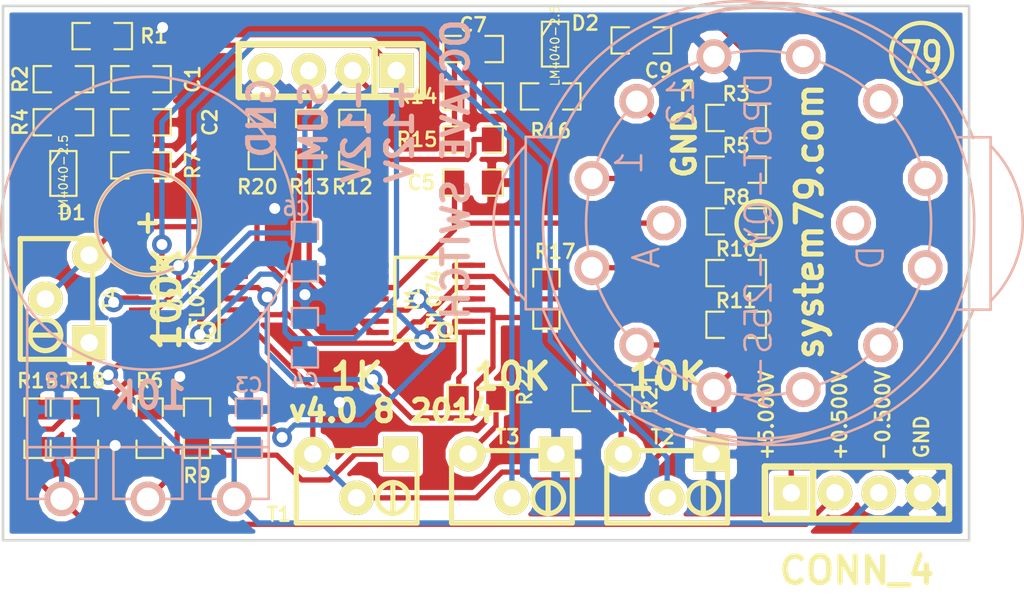
<source format=kicad_pcb>
(kicad_pcb (version 3) (host pcbnew "(2014-05-28 BZR 4896)-product")

  (general
    (links 90)
    (no_connects 0)
    (area 22.23954 17.42032 85.493762 54.27488)
    (thickness 1.6)
    (drawings 32)
    (tracks 362)
    (zones 0)
    (modules 43)
    (nets 35)
  )

  (page A3)
  (layers
    (15 F.Cu signal)
    (0 B.Cu signal)
    (16 B.Adhes user)
    (17 F.Adhes user)
    (18 B.Paste user)
    (19 F.Paste user)
    (20 B.SilkS user)
    (21 F.SilkS user)
    (22 B.Mask user)
    (23 F.Mask user)
    (24 Dwgs.User user)
    (25 Cmts.User user)
    (26 Eco1.User user)
    (27 Eco2.User user)
    (28 Edge.Cuts user)
  )

  (setup
    (last_trace_width 0.3048)
    (trace_clearance 0.3048)
    (zone_clearance 0.3048)
    (zone_45_only no)
    (trace_min 0.254)
    (segment_width 0.25)
    (edge_width 0.15)
    (via_size 1.143)
    (via_drill 0.635)
    (via_min_size 0.889)
    (via_min_drill 0.508)
    (uvia_size 0.508)
    (uvia_drill 0.127)
    (uvias_allowed no)
    (uvia_min_size 0.508)
    (uvia_min_drill 0.127)
    (pcb_text_width 0.3)
    (pcb_text_size 1.5 1.5)
    (mod_edge_width 0.15)
    (mod_text_size 1.5 1.5)
    (mod_text_width 0.15)
    (pad_size 2 2)
    (pad_drill 1.25)
    (pad_to_mask_clearance 0.02)
    (aux_axis_origin 0 0)
    (visible_elements 7FFEFF3F)
    (pcbplotparams
      (layerselection 284196865)
      (usegerberextensions true)
      (excludeedgelayer true)
      (linewidth 0.150000)
      (plotframeref false)
      (viasonmask false)
      (mode 1)
      (useauxorigin false)
      (hpglpennumber 1)
      (hpglpenspeed 20)
      (hpglpendiameter 15)
      (hpglpenoverlay 2)
      (psnegative false)
      (psa4output false)
      (plotreference true)
      (plotvalue false)
      (plotinvisibletext false)
      (padsonsilk false)
      (subtractmaskfromsilk true)
      (outputformat 1)
      (mirror false)
      (drillshape 0)
      (scaleselection 1)
      (outputdirectory "Gerbers 3.0/"))
  )

  (net 0 "")
  (net 1 +0.500V)
  (net 2 +12V)
  (net 3 +2.5V)
  (net 4 +5.00V)
  (net 5 -0.500V)
  (net 6 -12V)
  (net 7 -2.5V)
  (net 8 GND)
  (net 9 N-000001)
  (net 10 N-0000010)
  (net 11 N-0000011)
  (net 12 N-0000012)
  (net 13 N-0000013)
  (net 14 N-0000014)
  (net 15 N-0000015)
  (net 16 N-0000016)
  (net 17 N-0000018)
  (net 18 N-0000019)
  (net 19 N-0000020)
  (net 20 N-0000021)
  (net 21 N-0000022)
  (net 22 N-0000023)
  (net 23 N-0000025)
  (net 24 N-0000026)
  (net 25 N-0000029)
  (net 26 N-000003)
  (net 27 N-0000033)
  (net 28 N-0000034)
  (net 29 N-0000035)
  (net 30 N-000005)
  (net 31 N-000006)
  (net 32 N-000008)
  (net 33 N-000009)
  (net 34 "SUM OUT")

  (net_class Default "This is the default net class."
    (clearance 0.3048)
    (trace_width 0.3048)
    (via_dia 1.143)
    (via_drill 0.635)
    (uvia_dia 0.508)
    (uvia_drill 0.127)
    (add_net +0.500V)
    (add_net +2.5V)
    (add_net +5.00V)
    (add_net -0.500V)
    (add_net -2.5V)
    (add_net N-000001)
    (add_net N-0000010)
    (add_net N-0000011)
    (add_net N-0000012)
    (add_net N-0000013)
    (add_net N-0000014)
    (add_net N-0000015)
    (add_net N-0000016)
    (add_net N-0000018)
    (add_net N-0000019)
    (add_net N-0000020)
    (add_net N-0000021)
    (add_net N-0000022)
    (add_net N-0000023)
    (add_net N-0000025)
    (add_net N-0000026)
    (add_net N-0000029)
    (add_net N-000003)
    (add_net N-0000033)
    (add_net N-0000034)
    (add_net N-0000035)
    (add_net N-000005)
    (add_net N-000006)
    (add_net N-000008)
    (add_net N-000009)
    (add_net "SUM OUT")
  )

  (net_class POWER ""
    (clearance 0.3048)
    (trace_width 0.3048)
    (via_dia 1.143)
    (via_drill 0.635)
    (uvia_dia 0.508)
    (uvia_drill 0.127)
    (add_net +12V)
    (add_net -12V)
    (add_net GND)
  )

  (module RV16A-41 locked (layer B.Cu) (tedit 51A159F7) (tstamp 51A1666F)
    (at 34.4 32.6 180)
    (path /519D12D5)
    (fp_text reference POT1 (at 0 13 180) (layer B.SilkS) hide
      (effects (font (thickness 0.3048)) (justify mirror))
    )
    (fp_text value 10K (at 0 -9.99998 180) (layer B.SilkS)
      (effects (font (thickness 0.3048)) (justify mirror))
    )
    (fp_line (start -3 -13) (end -3 -16) (layer B.SilkS) (width 0.15))
    (fp_line (start -3 -16) (end -7 -16) (layer B.SilkS) (width 0.15))
    (fp_line (start 2 -13) (end 2 -16) (layer B.SilkS) (width 0.15))
    (fp_line (start 2 -16) (end -2 -16) (layer B.SilkS) (width 0.15))
    (fp_line (start -2 -16) (end -2 -13) (layer B.SilkS) (width 0.15))
    (fp_line (start 7 -16) (end 3 -16) (layer B.SilkS) (width 0.15))
    (fp_line (start 3 -16) (end 3 -13) (layer B.SilkS) (width 0.15))
    (fp_line (start -7 -13) (end 7 -13) (layer B.SilkS) (width 0.15))
    (fp_line (start 7 -16) (end 7 -5) (layer B.SilkS) (width 0.15))
    (fp_line (start -7 -16) (end -7 -5) (layer B.SilkS) (width 0.15))
    (fp_circle (center 0 0) (end 0 -3) (layer B.SilkS) (width 0.15))
    (fp_circle (center 0 0) (end 0 -8.5) (layer B.SilkS) (width 0.15))
    (pad 2 thru_hole circle (at 0 -16 180) (size 1.99898 1.99898) (drill 1.30048) (layers *.Cu *.Mask B.SilkS)
      (net 11 N-0000011))
    (pad 3 thru_hole circle (at 5 -16 180) (size 1.99898 1.99898) (drill 1.30048) (layers *.Cu *.Mask B.SilkS)
      (net 1 +0.500V))
    (pad 1 thru_hole circle (at -5 -16 180) (size 1.99898 1.99898) (drill 1.30048) (layers *.Cu *.Mask B.SilkS)
      (net 5 -0.500V))
  )

  (module SOT23 (layer F.Cu) (tedit 525EE5A2) (tstamp 51B3EE73)
    (at 29.5 29.75 270)
    (tags SOT23)
    (path /519D2401)
    (fp_text reference D1 (at 2.25 -0.5 360) (layer F.SilkS)
      (effects (font (size 0.8128 0.8128) (thickness 0.1524)))
    )
    (fp_text value LM4040-2.5 (at 0.0635 0 270) (layer F.SilkS)
      (effects (font (size 0.50038 0.50038) (thickness 0.0762)))
    )
    (fp_line (start -0.508 0.762) (end -1.27 0.254) (layer F.SilkS) (width 0.127))
    (fp_line (start 1.27 0.762) (end -1.3335 0.762) (layer F.SilkS) (width 0.127))
    (fp_line (start -1.3335 0.762) (end -1.3335 -0.762) (layer F.SilkS) (width 0.127))
    (fp_line (start -1.3335 -0.762) (end 1.27 -0.762) (layer F.SilkS) (width 0.127))
    (fp_line (start 1.27 -0.762) (end 1.27 0.762) (layer F.SilkS) (width 0.127))
    (pad 3 smd rect (at 0 -1.27 270) (size 0.70104 1.00076) (layers F.Cu F.Paste F.Mask))
    (pad 2 smd rect (at 0.9525 1.27 270) (size 0.70104 1.00076) (layers F.Cu F.Paste F.Mask)
      (net 8 GND))
    (pad 1 smd rect (at -0.9525 1.27 270) (size 0.70104 1.00076) (layers F.Cu F.Paste F.Mask)
      (net 30 N-000005))
    (model smd/SOT23_6.wrl
      (at (xyz 0 0 0))
      (scale (xyz 0.11 0.11 0.11))
      (rotate (xyz 0 0 -180))
    )
  )

  (module SM0805-HAND (layer B.Cu) (tedit 539FAC60) (tstamp 51A17943)
    (at 43.5 39.25 90)
    (path /519D2BE9)
    (attr smd)
    (fp_text reference C6 (at 7.5 -0.5 180) (layer B.SilkS)
      (effects (font (size 0.8128 0.8128) (thickness 0.1524)) (justify mirror))
    )
    (fp_text value 0.1u (at 0 0 90) (layer B.SilkS) hide
      (effects (font (size 0.635 0.635) (thickness 0.127)) (justify mirror))
    )
    (fp_line (start -0.7112 -0.762) (end -1.7272 -0.762) (layer B.SilkS) (width 0.127))
    (fp_line (start -1.7272 -0.762) (end -1.7272 0.762) (layer B.SilkS) (width 0.127))
    (fp_line (start -1.7272 0.762) (end -0.7112 0.762) (layer B.SilkS) (width 0.127))
    (fp_line (start 0.7112 0.762) (end 1.7272 0.762) (layer B.SilkS) (width 0.127))
    (fp_line (start 1.7272 0.762) (end 1.7272 -0.762) (layer B.SilkS) (width 0.127))
    (fp_line (start 1.7272 -0.762) (end 0.7112 -0.762) (layer B.SilkS) (width 0.127))
    (pad 1 smd rect (at -1.0795 0 90) (size 1.143 1.397) (layers B.Cu B.Paste B.Mask)
      (net 2 +12V))
    (pad 2 smd rect (at 1.0795 0 90) (size 1.143 1.397) (layers B.Cu B.Paste B.Mask)
      (net 8 GND))
    (model smd/chip_cms.wrl
      (at (xyz 0 0 0))
      (scale (xyz 0.1 0.1 0.1))
      (rotate (xyz 0 0 0))
    )
  )

  (module SM0805-HAND (layer B.Cu) (tedit 539FAC68) (tstamp 51A17936)
    (at 43.5 34.25 90)
    (path /519D2BE3)
    (attr smd)
    (fp_text reference C4 (at -7.5 0 360) (layer B.SilkS)
      (effects (font (size 0.8128 0.8128) (thickness 0.1524)) (justify mirror))
    )
    (fp_text value 0.1u (at 0 0 90) (layer B.SilkS) hide
      (effects (font (size 0.635 0.635) (thickness 0.127)) (justify mirror))
    )
    (fp_line (start -0.7112 -0.762) (end -1.7272 -0.762) (layer B.SilkS) (width 0.127))
    (fp_line (start -1.7272 -0.762) (end -1.7272 0.762) (layer B.SilkS) (width 0.127))
    (fp_line (start -1.7272 0.762) (end -0.7112 0.762) (layer B.SilkS) (width 0.127))
    (fp_line (start 0.7112 0.762) (end 1.7272 0.762) (layer B.SilkS) (width 0.127))
    (fp_line (start 1.7272 0.762) (end 1.7272 -0.762) (layer B.SilkS) (width 0.127))
    (fp_line (start 1.7272 -0.762) (end 0.7112 -0.762) (layer B.SilkS) (width 0.127))
    (pad 1 smd rect (at -1.0795 0 90) (size 1.143 1.397) (layers B.Cu B.Paste B.Mask)
      (net 8 GND))
    (pad 2 smd rect (at 1.0795 0 90) (size 1.143 1.397) (layers B.Cu B.Paste B.Mask)
      (net 6 -12V))
    (model smd/chip_cms.wrl
      (at (xyz 0 0 0))
      (scale (xyz 0.1 0.1 0.1))
      (rotate (xyz 0 0 0))
    )
  )

  (module SM0805-HAND (layer F.Cu) (tedit 525F01A8) (tstamp 51A17CBF)
    (at 43.75 27.75 90)
    (path /519D2BD8)
    (attr smd)
    (fp_text reference R13 (at -2.75 0 180) (layer F.SilkS)
      (effects (font (size 0.8128 0.8128) (thickness 0.1524)))
    )
    (fp_text value 100K (at 0 0 90) (layer F.SilkS) hide
      (effects (font (size 0.635 0.635) (thickness 0.127)))
    )
    (fp_line (start -0.7112 0.762) (end -1.7272 0.762) (layer F.SilkS) (width 0.127))
    (fp_line (start -1.7272 0.762) (end -1.7272 -0.762) (layer F.SilkS) (width 0.127))
    (fp_line (start -1.7272 -0.762) (end -0.7112 -0.762) (layer F.SilkS) (width 0.127))
    (fp_line (start 0.7112 -0.762) (end 1.7272 -0.762) (layer F.SilkS) (width 0.127))
    (fp_line (start 1.7272 -0.762) (end 1.7272 0.762) (layer F.SilkS) (width 0.127))
    (fp_line (start 1.7272 0.762) (end 0.7112 0.762) (layer F.SilkS) (width 0.127))
    (pad 1 smd rect (at -1.0795 0 90) (size 1.143 1.397) (layers F.Cu F.Paste F.Mask)
      (net 9 N-000001))
    (pad 2 smd rect (at 1.0795 0 90) (size 1.143 1.397) (layers F.Cu F.Paste F.Mask)
      (net 34 "SUM OUT"))
    (model smd/chip_cms.wrl
      (at (xyz 0 0 0))
      (scale (xyz 0.1 0.1 0.1))
      (rotate (xyz 0 0 0))
    )
  )

  (module SM0805-HAND (layer F.Cu) (tedit 525F515D) (tstamp 525F5187)
    (at 68.5 38.5)
    (path /519D2B88)
    (attr smd)
    (fp_text reference R11 (at 0 -1.397) (layer F.SilkS)
      (effects (font (size 0.8128 0.8128) (thickness 0.1524)))
    )
    (fp_text value 10K (at 0 0) (layer F.SilkS) hide
      (effects (font (size 0.635 0.635) (thickness 0.127)))
    )
    (fp_line (start -0.7112 0.762) (end -1.7272 0.762) (layer F.SilkS) (width 0.127))
    (fp_line (start -1.7272 0.762) (end -1.7272 -0.762) (layer F.SilkS) (width 0.127))
    (fp_line (start -1.7272 -0.762) (end -0.7112 -0.762) (layer F.SilkS) (width 0.127))
    (fp_line (start 0.7112 -0.762) (end 1.7272 -0.762) (layer F.SilkS) (width 0.127))
    (fp_line (start 1.7272 -0.762) (end 1.7272 0.762) (layer F.SilkS) (width 0.127))
    (fp_line (start 1.7272 0.762) (end 0.7112 0.762) (layer F.SilkS) (width 0.127))
    (pad 1 smd rect (at -1.0795 0) (size 1.143 1.397) (layers F.Cu F.Paste F.Mask)
      (net 14 N-0000014))
    (pad 2 smd rect (at 1.0795 0) (size 1.143 1.397) (layers F.Cu F.Paste F.Mask)
      (net 4 +5.00V))
    (model smd/chip_cms.wrl
      (at (xyz 0 0 0))
      (scale (xyz 0.1 0.1 0.1))
      (rotate (xyz 0 0 0))
    )
  )

  (module SM0805-HAND (layer F.Cu) (tedit 525F5157) (tstamp 525F5194)
    (at 68.5 35.5)
    (path /519D2B82)
    (attr smd)
    (fp_text reference R10 (at 0 -1.397) (layer F.SilkS)
      (effects (font (size 0.8128 0.8128) (thickness 0.1524)))
    )
    (fp_text value 10K (at 0 0) (layer F.SilkS) hide
      (effects (font (size 0.635 0.635) (thickness 0.127)))
    )
    (fp_line (start -0.7112 0.762) (end -1.7272 0.762) (layer F.SilkS) (width 0.127))
    (fp_line (start -1.7272 0.762) (end -1.7272 -0.762) (layer F.SilkS) (width 0.127))
    (fp_line (start -1.7272 -0.762) (end -0.7112 -0.762) (layer F.SilkS) (width 0.127))
    (fp_line (start 0.7112 -0.762) (end 1.7272 -0.762) (layer F.SilkS) (width 0.127))
    (fp_line (start 1.7272 -0.762) (end 1.7272 0.762) (layer F.SilkS) (width 0.127))
    (fp_line (start 1.7272 0.762) (end 0.7112 0.762) (layer F.SilkS) (width 0.127))
    (pad 1 smd rect (at -1.0795 0) (size 1.143 1.397) (layers F.Cu F.Paste F.Mask)
      (net 13 N-0000013))
    (pad 2 smd rect (at 1.0795 0) (size 1.143 1.397) (layers F.Cu F.Paste F.Mask)
      (net 14 N-0000014))
    (model smd/chip_cms.wrl
      (at (xyz 0 0 0))
      (scale (xyz 0.1 0.1 0.1))
      (rotate (xyz 0 0 0))
    )
  )

  (module SM0805-HAND (layer F.Cu) (tedit 525F514F) (tstamp 525F51A1)
    (at 68.5 32.5)
    (path /519D2B7C)
    (attr smd)
    (fp_text reference R8 (at 0 -1.397) (layer F.SilkS)
      (effects (font (size 0.8128 0.8128) (thickness 0.1524)))
    )
    (fp_text value 10K (at 0 0) (layer F.SilkS) hide
      (effects (font (size 0.635 0.635) (thickness 0.127)))
    )
    (fp_line (start -0.7112 0.762) (end -1.7272 0.762) (layer F.SilkS) (width 0.127))
    (fp_line (start -1.7272 0.762) (end -1.7272 -0.762) (layer F.SilkS) (width 0.127))
    (fp_line (start -1.7272 -0.762) (end -0.7112 -0.762) (layer F.SilkS) (width 0.127))
    (fp_line (start 0.7112 -0.762) (end 1.7272 -0.762) (layer F.SilkS) (width 0.127))
    (fp_line (start 1.7272 -0.762) (end 1.7272 0.762) (layer F.SilkS) (width 0.127))
    (fp_line (start 1.7272 0.762) (end 0.7112 0.762) (layer F.SilkS) (width 0.127))
    (pad 1 smd rect (at -1.0795 0) (size 1.143 1.397) (layers F.Cu F.Paste F.Mask)
      (net 12 N-0000012))
    (pad 2 smd rect (at 1.0795 0) (size 1.143 1.397) (layers F.Cu F.Paste F.Mask)
      (net 13 N-0000013))
    (model smd/chip_cms.wrl
      (at (xyz 0 0 0))
      (scale (xyz 0.1 0.1 0.1))
      (rotate (xyz 0 0 0))
    )
  )

  (module SM0805-HAND (layer F.Cu) (tedit 525F5144) (tstamp 525F51AE)
    (at 68.5 29.5)
    (path /519D2B76)
    (attr smd)
    (fp_text reference R5 (at 0 -1.397) (layer F.SilkS)
      (effects (font (size 0.8128 0.8128) (thickness 0.1524)))
    )
    (fp_text value 10K (at 0 0) (layer F.SilkS) hide
      (effects (font (size 0.635 0.635) (thickness 0.127)))
    )
    (fp_line (start -0.7112 0.762) (end -1.7272 0.762) (layer F.SilkS) (width 0.127))
    (fp_line (start -1.7272 0.762) (end -1.7272 -0.762) (layer F.SilkS) (width 0.127))
    (fp_line (start -1.7272 -0.762) (end -0.7112 -0.762) (layer F.SilkS) (width 0.127))
    (fp_line (start 0.7112 -0.762) (end 1.7272 -0.762) (layer F.SilkS) (width 0.127))
    (fp_line (start 1.7272 -0.762) (end 1.7272 0.762) (layer F.SilkS) (width 0.127))
    (fp_line (start 1.7272 0.762) (end 0.7112 0.762) (layer F.SilkS) (width 0.127))
    (pad 1 smd rect (at -1.0795 0) (size 1.143 1.397) (layers F.Cu F.Paste F.Mask)
      (net 16 N-0000016))
    (pad 2 smd rect (at 1.0795 0) (size 1.143 1.397) (layers F.Cu F.Paste F.Mask)
      (net 12 N-0000012))
    (model smd/chip_cms.wrl
      (at (xyz 0 0 0))
      (scale (xyz 0.1 0.1 0.1))
      (rotate (xyz 0 0 0))
    )
  )

  (module SM0805-HAND (layer F.Cu) (tedit 525F513C) (tstamp 525F51BB)
    (at 68.5 26.5)
    (path /519D2B70)
    (attr smd)
    (fp_text reference R3 (at 0 -1.397) (layer F.SilkS)
      (effects (font (size 0.8128 0.8128) (thickness 0.1524)))
    )
    (fp_text value 10K (at 0 0) (layer F.SilkS) hide
      (effects (font (size 0.635 0.635) (thickness 0.127)))
    )
    (fp_line (start -0.7112 0.762) (end -1.7272 0.762) (layer F.SilkS) (width 0.127))
    (fp_line (start -1.7272 0.762) (end -1.7272 -0.762) (layer F.SilkS) (width 0.127))
    (fp_line (start -1.7272 -0.762) (end -0.7112 -0.762) (layer F.SilkS) (width 0.127))
    (fp_line (start 0.7112 -0.762) (end 1.7272 -0.762) (layer F.SilkS) (width 0.127))
    (fp_line (start 1.7272 -0.762) (end 1.7272 0.762) (layer F.SilkS) (width 0.127))
    (fp_line (start 1.7272 0.762) (end 0.7112 0.762) (layer F.SilkS) (width 0.127))
    (pad 1 smd rect (at -1.0795 0) (size 1.143 1.397) (layers F.Cu F.Paste F.Mask)
      (net 8 GND))
    (pad 2 smd rect (at 1.0795 0) (size 1.143 1.397) (layers F.Cu F.Paste F.Mask)
      (net 16 N-0000016))
    (model smd/chip_cms.wrl
      (at (xyz 0 0 0))
      (scale (xyz 0.1 0.1 0.1))
      (rotate (xyz 0 0 0))
    )
  )

  (module SM0805-HAND (layer F.Cu) (tedit 525EE57E) (tstamp 525DFA7B)
    (at 34 29.25)
    (path /519D2A89)
    (attr smd)
    (fp_text reference R7 (at 3 0 90) (layer F.SilkS)
      (effects (font (size 0.8128 0.8128) (thickness 0.1524)))
    )
    (fp_text value 33K (at 0 0) (layer F.SilkS) hide
      (effects (font (size 0.635 0.635) (thickness 0.127)))
    )
    (fp_line (start -0.7112 0.762) (end -1.7272 0.762) (layer F.SilkS) (width 0.127))
    (fp_line (start -1.7272 0.762) (end -1.7272 -0.762) (layer F.SilkS) (width 0.127))
    (fp_line (start -1.7272 -0.762) (end -0.7112 -0.762) (layer F.SilkS) (width 0.127))
    (fp_line (start 0.7112 -0.762) (end 1.7272 -0.762) (layer F.SilkS) (width 0.127))
    (fp_line (start 1.7272 -0.762) (end 1.7272 0.762) (layer F.SilkS) (width 0.127))
    (fp_line (start 1.7272 0.762) (end 0.7112 0.762) (layer F.SilkS) (width 0.127))
    (pad 1 smd rect (at -1.0795 0) (size 1.143 1.397) (layers F.Cu F.Paste F.Mask)
      (net 29 N-0000035))
    (pad 2 smd rect (at 1.0795 0) (size 1.143 1.397) (layers F.Cu F.Paste F.Mask)
      (net 3 +2.5V))
    (model smd/chip_cms.wrl
      (at (xyz 0 0 0))
      (scale (xyz 0.1 0.1 0.1))
      (rotate (xyz 0 0 0))
    )
  )

  (module SM0805-HAND (layer F.Cu) (tedit 525EE589) (tstamp 51A178CE)
    (at 29.5 24.25)
    (path /519D2A6D)
    (attr smd)
    (fp_text reference R2 (at -2.5 0 90) (layer F.SilkS)
      (effects (font (size 0.8128 0.8128) (thickness 0.1524)))
    )
    (fp_text value 4.7K (at 0 0) (layer F.SilkS) hide
      (effects (font (size 0.635 0.635) (thickness 0.127)))
    )
    (fp_line (start -0.7112 0.762) (end -1.7272 0.762) (layer F.SilkS) (width 0.127))
    (fp_line (start -1.7272 0.762) (end -1.7272 -0.762) (layer F.SilkS) (width 0.127))
    (fp_line (start -1.7272 -0.762) (end -0.7112 -0.762) (layer F.SilkS) (width 0.127))
    (fp_line (start 0.7112 -0.762) (end 1.7272 -0.762) (layer F.SilkS) (width 0.127))
    (fp_line (start 1.7272 -0.762) (end 1.7272 0.762) (layer F.SilkS) (width 0.127))
    (fp_line (start 1.7272 0.762) (end 0.7112 0.762) (layer F.SilkS) (width 0.127))
    (pad 1 smd rect (at -1.0795 0) (size 1.143 1.397) (layers F.Cu F.Paste F.Mask)
      (net 30 N-000005))
    (pad 2 smd rect (at 1.0795 0) (size 1.143 1.397) (layers F.Cu F.Paste F.Mask)
      (net 31 N-000006))
    (model smd/chip_cms.wrl
      (at (xyz 0 0 0))
      (scale (xyz 0.1 0.1 0.1))
      (rotate (xyz 0 0 0))
    )
  )

  (module SM0805-HAND (layer F.Cu) (tedit 525EE57A) (tstamp 51A178C1)
    (at 34 24.25)
    (path /519D1988)
    (attr smd)
    (fp_text reference C1 (at 3 0 90) (layer F.SilkS)
      (effects (font (size 0.8128 0.8128) (thickness 0.1524)))
    )
    (fp_text value 0.1u (at 0 0) (layer F.SilkS) hide
      (effects (font (size 0.635 0.635) (thickness 0.127)))
    )
    (fp_line (start -0.7112 0.762) (end -1.7272 0.762) (layer F.SilkS) (width 0.127))
    (fp_line (start -1.7272 0.762) (end -1.7272 -0.762) (layer F.SilkS) (width 0.127))
    (fp_line (start -1.7272 -0.762) (end -0.7112 -0.762) (layer F.SilkS) (width 0.127))
    (fp_line (start 0.7112 -0.762) (end 1.7272 -0.762) (layer F.SilkS) (width 0.127))
    (fp_line (start 1.7272 -0.762) (end 1.7272 0.762) (layer F.SilkS) (width 0.127))
    (fp_line (start 1.7272 0.762) (end 0.7112 0.762) (layer F.SilkS) (width 0.127))
    (pad 1 smd rect (at -1.0795 0) (size 1.143 1.397) (layers F.Cu F.Paste F.Mask)
      (net 31 N-000006))
    (pad 2 smd rect (at 1.0795 0) (size 1.143 1.397) (layers F.Cu F.Paste F.Mask)
      (net 8 GND))
    (model smd/chip_cms.wrl
      (at (xyz 0 0 0))
      (scale (xyz 0.1 0.1 0.1))
      (rotate (xyz 0 0 0))
    )
  )

  (module SM0805-HAND (layer F.Cu) (tedit 525F01B1) (tstamp 51A178B4)
    (at 46.25 27.75 90)
    (path /519D163B)
    (attr smd)
    (fp_text reference R12 (at -2.75 0 180) (layer F.SilkS)
      (effects (font (size 0.8128 0.8128) (thickness 0.1524)))
    )
    (fp_text value 100K (at 0 0 90) (layer F.SilkS) hide
      (effects (font (size 0.635 0.635) (thickness 0.127)))
    )
    (fp_line (start -0.7112 0.762) (end -1.7272 0.762) (layer F.SilkS) (width 0.127))
    (fp_line (start -1.7272 0.762) (end -1.7272 -0.762) (layer F.SilkS) (width 0.127))
    (fp_line (start -1.7272 -0.762) (end -0.7112 -0.762) (layer F.SilkS) (width 0.127))
    (fp_line (start 0.7112 -0.762) (end 1.7272 -0.762) (layer F.SilkS) (width 0.127))
    (fp_line (start 1.7272 -0.762) (end 1.7272 0.762) (layer F.SilkS) (width 0.127))
    (fp_line (start 1.7272 0.762) (end 0.7112 0.762) (layer F.SilkS) (width 0.127))
    (pad 1 smd rect (at -1.0795 0 90) (size 1.143 1.397) (layers F.Cu F.Paste F.Mask)
      (net 15 N-0000015))
    (pad 2 smd rect (at 1.0795 0 90) (size 1.143 1.397) (layers F.Cu F.Paste F.Mask)
      (net 34 "SUM OUT"))
    (model smd/chip_cms.wrl
      (at (xyz 0 0 0))
      (scale (xyz 0.1 0.1 0.1))
      (rotate (xyz 0 0 0))
    )
  )

  (module SM0805-HAND (layer F.Cu) (tedit 539B3FD6) (tstamp 525E0007)
    (at 53.25 30.25)
    (path /519D1571)
    (attr smd)
    (fp_text reference C5 (at -3 0) (layer F.SilkS)
      (effects (font (size 0.8128 0.8128) (thickness 0.1524)))
    )
    (fp_text value 0.001u (at 0 0) (layer F.SilkS) hide
      (effects (font (size 0.635 0.635) (thickness 0.127)))
    )
    (fp_line (start -0.7112 0.762) (end -1.7272 0.762) (layer F.SilkS) (width 0.127))
    (fp_line (start -1.7272 0.762) (end -1.7272 -0.762) (layer F.SilkS) (width 0.127))
    (fp_line (start -1.7272 -0.762) (end -0.7112 -0.762) (layer F.SilkS) (width 0.127))
    (fp_line (start 0.7112 -0.762) (end 1.7272 -0.762) (layer F.SilkS) (width 0.127))
    (fp_line (start 1.7272 -0.762) (end 1.7272 0.762) (layer F.SilkS) (width 0.127))
    (fp_line (start 1.7272 0.762) (end 0.7112 0.762) (layer F.SilkS) (width 0.127))
    (pad 1 smd rect (at -1.0795 0) (size 1.143 1.397) (layers F.Cu F.Paste F.Mask)
      (net 26 N-000003))
    (pad 2 smd rect (at 1.0795 0) (size 1.143 1.397) (layers F.Cu F.Paste F.Mask)
      (net 8 GND))
    (model smd/chip_cms.wrl
      (at (xyz 0 0 0))
      (scale (xyz 0.1 0.1 0.1))
      (rotate (xyz 0 0 0))
    )
  )

  (module SM0805-HAND (layer B.Cu) (tedit 525F049E) (tstamp 51A21D89)
    (at 40.25 44.5 270)
    (path /519D137C)
    (attr smd)
    (fp_text reference C3 (at -2.5 0 360) (layer B.SilkS)
      (effects (font (size 0.8128 0.8128) (thickness 0.1524)) (justify mirror))
    )
    (fp_text value 0.001u (at 0 0 270) (layer B.SilkS) hide
      (effects (font (size 0.635 0.635) (thickness 0.127)) (justify mirror))
    )
    (fp_line (start -0.7112 -0.762) (end -1.7272 -0.762) (layer B.SilkS) (width 0.127))
    (fp_line (start -1.7272 -0.762) (end -1.7272 0.762) (layer B.SilkS) (width 0.127))
    (fp_line (start -1.7272 0.762) (end -0.7112 0.762) (layer B.SilkS) (width 0.127))
    (fp_line (start 0.7112 0.762) (end 1.7272 0.762) (layer B.SilkS) (width 0.127))
    (fp_line (start 1.7272 0.762) (end 1.7272 -0.762) (layer B.SilkS) (width 0.127))
    (fp_line (start 1.7272 -0.762) (end 0.7112 -0.762) (layer B.SilkS) (width 0.127))
    (pad 1 smd rect (at -1.0795 0 270) (size 1.143 1.397) (layers B.Cu B.Paste B.Mask)
      (net 8 GND))
    (pad 2 smd rect (at 1.0795 0 270) (size 1.143 1.397) (layers B.Cu B.Paste B.Mask)
      (net 5 -0.500V))
    (model smd/chip_cms.wrl
      (at (xyz 0 0 0))
      (scale (xyz 0.1 0.1 0.1))
      (rotate (xyz 0 0 0))
    )
  )

  (module SM0805-HAND (layer F.Cu) (tedit 525F018F) (tstamp 525DFC6C)
    (at 37.25 44.5 270)
    (path /519D0FCF)
    (attr smd)
    (fp_text reference R9 (at 2.75 0 360) (layer F.SilkS)
      (effects (font (size 0.8128 0.8128) (thickness 0.1524)))
    )
    (fp_text value 9.53K (at 0 0 270) (layer F.SilkS) hide
      (effects (font (size 0.635 0.635) (thickness 0.127)))
    )
    (fp_line (start -0.7112 0.762) (end -1.7272 0.762) (layer F.SilkS) (width 0.127))
    (fp_line (start -1.7272 0.762) (end -1.7272 -0.762) (layer F.SilkS) (width 0.127))
    (fp_line (start -1.7272 -0.762) (end -0.7112 -0.762) (layer F.SilkS) (width 0.127))
    (fp_line (start 0.7112 -0.762) (end 1.7272 -0.762) (layer F.SilkS) (width 0.127))
    (fp_line (start 1.7272 -0.762) (end 1.7272 0.762) (layer F.SilkS) (width 0.127))
    (fp_line (start 1.7272 0.762) (end 0.7112 0.762) (layer F.SilkS) (width 0.127))
    (pad 1 smd rect (at -1.0795 0 270) (size 1.143 1.397) (layers F.Cu F.Paste F.Mask)
      (net 27 N-0000033))
    (pad 2 smd rect (at 1.0795 0 270) (size 1.143 1.397) (layers F.Cu F.Paste F.Mask)
      (net 25 N-0000029))
    (model smd/chip_cms.wrl
      (at (xyz 0 0 0))
      (scale (xyz 0.1 0.1 0.1))
      (rotate (xyz 0 0 0))
    )
  )

  (module SM0805-HAND (layer F.Cu) (tedit 525EE571) (tstamp 51A17880)
    (at 34 26.75)
    (path /519D0F8A)
    (attr smd)
    (fp_text reference C2 (at 4 0 90) (layer F.SilkS)
      (effects (font (size 0.8128 0.8128) (thickness 0.1524)))
    )
    (fp_text value 0.1u (at 0 0) (layer F.SilkS) hide
      (effects (font (size 0.635 0.635) (thickness 0.127)))
    )
    (fp_line (start -0.7112 0.762) (end -1.7272 0.762) (layer F.SilkS) (width 0.127))
    (fp_line (start -1.7272 0.762) (end -1.7272 -0.762) (layer F.SilkS) (width 0.127))
    (fp_line (start -1.7272 -0.762) (end -0.7112 -0.762) (layer F.SilkS) (width 0.127))
    (fp_line (start 0.7112 -0.762) (end 1.7272 -0.762) (layer F.SilkS) (width 0.127))
    (fp_line (start 1.7272 -0.762) (end 1.7272 0.762) (layer F.SilkS) (width 0.127))
    (fp_line (start 1.7272 0.762) (end 0.7112 0.762) (layer F.SilkS) (width 0.127))
    (pad 1 smd rect (at -1.0795 0) (size 1.143 1.397) (layers F.Cu F.Paste F.Mask)
      (net 29 N-0000035))
    (pad 2 smd rect (at 1.0795 0) (size 1.143 1.397) (layers F.Cu F.Paste F.Mask)
      (net 8 GND))
    (model smd/chip_cms.wrl
      (at (xyz 0 0 0))
      (scale (xyz 0.1 0.1 0.1))
      (rotate (xyz 0 0 0))
    )
  )

  (module SM0805-HAND (layer F.Cu) (tedit 525F0189) (tstamp 525DFC52)
    (at 34.5 44.5 90)
    (path /519D0F4A)
    (attr smd)
    (fp_text reference R6 (at 2.75 0 180) (layer F.SilkS)
      (effects (font (size 0.8128 0.8128) (thickness 0.1524)))
    )
    (fp_text value 10K (at 0 0 90) (layer F.SilkS) hide
      (effects (font (size 0.635 0.635) (thickness 0.127)))
    )
    (fp_line (start -0.7112 0.762) (end -1.7272 0.762) (layer F.SilkS) (width 0.127))
    (fp_line (start -1.7272 0.762) (end -1.7272 -0.762) (layer F.SilkS) (width 0.127))
    (fp_line (start -1.7272 -0.762) (end -0.7112 -0.762) (layer F.SilkS) (width 0.127))
    (fp_line (start 0.7112 -0.762) (end 1.7272 -0.762) (layer F.SilkS) (width 0.127))
    (fp_line (start 1.7272 -0.762) (end 1.7272 0.762) (layer F.SilkS) (width 0.127))
    (fp_line (start 1.7272 0.762) (end 0.7112 0.762) (layer F.SilkS) (width 0.127))
    (pad 1 smd rect (at -1.0795 0 90) (size 1.143 1.397) (layers F.Cu F.Paste F.Mask)
      (net 8 GND))
    (pad 2 smd rect (at 1.0795 0 90) (size 1.143 1.397) (layers F.Cu F.Paste F.Mask)
      (net 27 N-0000033))
    (model smd/chip_cms.wrl
      (at (xyz 0 0 0))
      (scale (xyz 0.1 0.1 0.1))
      (rotate (xyz 0 0 0))
    )
  )

  (module SM0805-HAND (layer F.Cu) (tedit 525EE591) (tstamp 51A17866)
    (at 29.5 26.75)
    (path /519D0F44)
    (attr smd)
    (fp_text reference R4 (at -2.5 0 90) (layer F.SilkS)
      (effects (font (size 0.8128 0.8128) (thickness 0.1524)))
    )
    (fp_text value 33K (at 0 0) (layer F.SilkS) hide
      (effects (font (size 0.635 0.635) (thickness 0.127)))
    )
    (fp_line (start -0.7112 0.762) (end -1.7272 0.762) (layer F.SilkS) (width 0.127))
    (fp_line (start -1.7272 0.762) (end -1.7272 -0.762) (layer F.SilkS) (width 0.127))
    (fp_line (start -1.7272 -0.762) (end -0.7112 -0.762) (layer F.SilkS) (width 0.127))
    (fp_line (start 0.7112 -0.762) (end 1.7272 -0.762) (layer F.SilkS) (width 0.127))
    (fp_line (start 1.7272 -0.762) (end 1.7272 0.762) (layer F.SilkS) (width 0.127))
    (fp_line (start 1.7272 0.762) (end 0.7112 0.762) (layer F.SilkS) (width 0.127))
    (pad 1 smd rect (at -1.0795 0) (size 1.143 1.397) (layers F.Cu F.Paste F.Mask)
      (net 30 N-000005))
    (pad 2 smd rect (at 1.0795 0) (size 1.143 1.397) (layers F.Cu F.Paste F.Mask)
      (net 29 N-0000035))
    (model smd/chip_cms.wrl
      (at (xyz 0 0 0))
      (scale (xyz 0.1 0.1 0.1))
      (rotate (xyz 0 0 0))
    )
  )

  (module SM0805-HAND (layer F.Cu) (tedit 53A07B13) (tstamp 51A17859)
    (at 31.75 21.75)
    (path /519D0F3E)
    (attr smd)
    (fp_text reference R1 (at 3 0) (layer F.SilkS)
      (effects (font (size 0.8128 0.8128) (thickness 0.1524)))
    )
    (fp_text value 4.7K (at 0 0) (layer F.SilkS) hide
      (effects (font (size 0.635 0.635) (thickness 0.127)))
    )
    (fp_line (start -0.7112 0.762) (end -1.7272 0.762) (layer F.SilkS) (width 0.127))
    (fp_line (start -1.7272 0.762) (end -1.7272 -0.762) (layer F.SilkS) (width 0.127))
    (fp_line (start -1.7272 -0.762) (end -0.7112 -0.762) (layer F.SilkS) (width 0.127))
    (fp_line (start 0.7112 -0.762) (end 1.7272 -0.762) (layer F.SilkS) (width 0.127))
    (fp_line (start 1.7272 -0.762) (end 1.7272 0.762) (layer F.SilkS) (width 0.127))
    (fp_line (start 1.7272 0.762) (end 0.7112 0.762) (layer F.SilkS) (width 0.127))
    (pad 1 smd rect (at -1.0795 0) (size 1.143 1.397) (layers F.Cu F.Paste F.Mask)
      (net 31 N-000006))
    (pad 2 smd rect (at 1.0795 0) (size 1.143 1.397) (layers F.Cu F.Paste F.Mask)
      (net 2 +12V))
    (model smd/chip_cms.wrl
      (at (xyz 0 0 0))
      (scale (xyz 0.1 0.1 0.1))
      (rotate (xyz 0 0 0))
    )
  )

  (module CONN_0100_X_4 (layer F.Cu) (tedit 51F423C4) (tstamp 51A1784C)
    (at 45 23.75 180)
    (path /519D2609)
    (fp_text reference P2 (at 0 -5.00126 180) (layer F.SilkS) hide
      (effects (font (thickness 0.3048)))
    )
    (fp_text value CONN_4 (at 0 4.50088 180) (layer F.SilkS) hide
      (effects (font (thickness 0.3048)))
    )
    (fp_line (start -2.54 -1.524) (end -2.54 1.524) (layer F.SilkS) (width 0.381))
    (fp_line (start -5.334 -1.524) (end -5.334 1.524) (layer F.SilkS) (width 0.381))
    (fp_line (start -5.334 1.524) (end 5.334 1.524) (layer F.SilkS) (width 0.381))
    (fp_line (start 5.334 1.524) (end 5.334 -1.524) (layer F.SilkS) (width 0.381))
    (fp_line (start 5.334 -1.524) (end -5.334 -1.524) (layer F.SilkS) (width 0.381))
    (pad 1 thru_hole rect (at -3.81 0 180) (size 1.99898 1.99898) (drill 1.016) (layers *.Cu *.Mask F.SilkS)
      (net 2 +12V))
    (pad 2 thru_hole circle (at -1.27 0 180) (size 1.99898 1.99898) (drill 1.016) (layers *.Cu *.Mask F.SilkS)
      (net 6 -12V))
    (pad 3 thru_hole circle (at 1.27 0 180) (size 1.99898 1.99898) (drill 1.016) (layers *.Cu *.Mask F.SilkS)
      (net 34 "SUM OUT"))
    (pad 4 thru_hole circle (at 3.81 0 180) (size 1.99898 1.99898) (drill 1.016) (layers *.Cu *.Mask F.SilkS)
      (net 8 GND))
  )

  (module QY-25S-2P6C-JRL locked (layer B.Cu) (tedit 51B63AE2) (tstamp 51A179EF)
    (at 69.8 32.6 270)
    (path /51965C24)
    (fp_text reference SW1 (at 0 17 270) (layer B.SilkS) hide
      (effects (font (size 1.5 1.5) (thickness 0.15)) (justify mirror))
    )
    (fp_text value DP6T-QY-25S-A (at 1 0 270) (layer B.SilkS)
      (effects (font (size 1.5 1.5) (thickness 0.15)) (justify mirror))
    )
    (fp_text user 12 (at -7 4.5 270) (layer B.SilkS)
      (effects (font (size 1.5 1.5) (thickness 0.15)) (justify mirror))
    )
    (fp_text user 1 (at -3.5 7.5 270) (layer B.SilkS)
      (effects (font (size 1.5 1.5) (thickness 0.15)) (justify mirror))
    )
    (fp_text user D (at 2 -6.5 270) (layer B.SilkS)
      (effects (font (size 1.5 1.5) (thickness 0.15)) (justify mirror))
    )
    (fp_text user A (at 2 6.5 270) (layer B.SilkS)
      (effects (font (size 1.5 1.5) (thickness 0.15)) (justify mirror))
    )
    (fp_line (start -4.98 -13.45) (end 5.02 -13.45) (layer B.SilkS) (width 0.15))
    (fp_line (start -4.98 -13.45) (end -4.98 -11.45) (layer B.SilkS) (width 0.15))
    (fp_line (start 5.02 -13.45) (end 5.02 -11.45) (layer B.SilkS) (width 0.15))
    (fp_arc (start 0.02 -8.95) (end -4.48 -13.45) (angle 90) (layer B.SilkS) (width 0.15))
    (fp_arc (start 0.52 -0.95) (end 5.02 -12.45) (angle 90) (layer B.SilkS) (width 0.15))
    (fp_arc (start -0.42 -0.95) (end -4.92 -12.45) (angle -90) (layer B.SilkS) (width 0.15))
    (fp_arc (start -0.52 0.99) (end -5.02 12.49) (angle 90) (layer B.SilkS) (width 0.15))
    (fp_arc (start 0.5 1) (end 5 12.5) (angle -90) (layer B.SilkS) (width 0.15))
    (fp_arc (start 0 9) (end -4.5 13.5) (angle -90) (layer B.SilkS) (width 0.15))
    (fp_line (start 5 13.5) (end 5 11.5) (layer B.SilkS) (width 0.15))
    (fp_line (start -5 13.5) (end -5 11.5) (layer B.SilkS) (width 0.15))
    (fp_line (start -5 13.5) (end 5 13.5) (layer B.SilkS) (width 0.15))
    (fp_circle (center 0 0) (end 12.5 0) (layer B.SilkS) (width 0.15))
    (fp_circle (center 0 0) (end 0 10) (layer B.SilkS) (width 0.15))
    (pad 1 thru_hole circle (at -2.59 9.66 90) (size 2 2) (drill 1.25) (layers *.Cu *.Mask B.SilkS)
      (net 12 N-0000012))
    (pad 12 thru_hole circle (at -7.07 7.07 90) (size 2 2) (drill 1.25) (layers *.Cu *.Mask B.SilkS)
      (net 16 N-0000016))
    (pad 11 thru_hole circle (at -9.66 2.59 90) (size 2 2) (drill 1.25) (layers *.Cu *.Mask B.SilkS)
      (net 8 GND))
    (pad 10 thru_hole circle (at -9.66 -2.59 90) (size 2 2) (drill 1.25) (layers *.Cu *.Mask B.SilkS))
    (pad 9 thru_hole circle (at -7.07 -7.07 90) (size 2 2) (drill 1.25) (layers *.Cu *.Mask B.SilkS))
    (pad 8 thru_hole circle (at -2.59 -9.66 90) (size 2 2) (drill 1.25) (layers *.Cu *.Mask B.SilkS))
    (pad D thru_hole circle (at 0 -5.5 270) (size 2 2) (drill 1.25) (layers *.Cu *.Mask B.SilkS))
    (pad A thru_hole circle (at 0 5.5 270) (size 2 2) (drill 1.25) (layers *.Cu *.Mask B.SilkS)
      (net 26 N-000003))
    (pad 2 thru_hole circle (at 2.59 9.66 270) (size 2 2) (drill 1.25) (layers *.Cu *.Mask B.SilkS)
      (net 13 N-0000013))
    (pad 3 thru_hole circle (at 7.07 7.07 270) (size 2 2) (drill 1.25) (layers *.Cu *.Mask B.SilkS)
      (net 14 N-0000014))
    (pad 4 thru_hole circle (at 9.66 2.59 270) (size 2 2) (drill 1.25) (layers *.Cu *.Mask B.SilkS)
      (net 4 +5.00V))
    (pad 5 thru_hole circle (at 9.66 -2.59 270) (size 2 2) (drill 1.25) (layers *.Cu *.Mask B.SilkS))
    (pad 6 thru_hole circle (at 7.07 -7.07 270) (size 2 2) (drill 1.25) (layers *.Cu *.Mask B.SilkS))
    (pad 7 thru_hole circle (at 2.59 -9.66 270) (size 2 2) (drill 1.25) (layers *.Cu *.Mask B.SilkS))
  )

  (module SOT23 (layer F.Cu) (tedit 525F0216) (tstamp 5240F434)
    (at 58 22.25 270)
    (tags SOT23)
    (path /5237C544)
    (fp_text reference D2 (at -1.25 -1.75 360) (layer F.SilkS)
      (effects (font (size 0.8128 0.8128) (thickness 0.1524)))
    )
    (fp_text value LM4040-2.5 (at 0.0635 0 270) (layer F.SilkS)
      (effects (font (size 0.50038 0.50038) (thickness 0.0762)))
    )
    (fp_line (start -0.508 0.762) (end -1.27 0.254) (layer F.SilkS) (width 0.127))
    (fp_line (start 1.27 0.762) (end -1.3335 0.762) (layer F.SilkS) (width 0.127))
    (fp_line (start -1.3335 0.762) (end -1.3335 -0.762) (layer F.SilkS) (width 0.127))
    (fp_line (start -1.3335 -0.762) (end 1.27 -0.762) (layer F.SilkS) (width 0.127))
    (fp_line (start 1.27 -0.762) (end 1.27 0.762) (layer F.SilkS) (width 0.127))
    (pad 3 smd rect (at 0 -1.27 270) (size 0.70104 1.00076) (layers F.Cu F.Paste F.Mask))
    (pad 2 smd rect (at 0.9525 1.27 270) (size 0.70104 1.00076) (layers F.Cu F.Paste F.Mask)
      (net 33 N-000009))
    (pad 1 smd rect (at -0.9525 1.27 270) (size 0.70104 1.00076) (layers F.Cu F.Paste F.Mask)
      (net 8 GND))
    (model smd/SOT23_6.wrl
      (at (xyz 0 0 0))
      (scale (xyz 0.11 0.11 0.11))
      (rotate (xyz 0 0 -180))
    )
  )

  (module SM0805-HAND (layer F.Cu) (tedit 525F01F8) (tstamp 523E5B85)
    (at 57.75 25.25)
    (path /5237C54A)
    (attr smd)
    (fp_text reference R16 (at 0 2) (layer F.SilkS)
      (effects (font (size 0.8128 0.8128) (thickness 0.1524)))
    )
    (fp_text value 33K (at 0 0) (layer F.SilkS) hide
      (effects (font (size 0.635 0.635) (thickness 0.127)))
    )
    (fp_line (start -0.7112 0.762) (end -1.7272 0.762) (layer F.SilkS) (width 0.127))
    (fp_line (start -1.7272 0.762) (end -1.7272 -0.762) (layer F.SilkS) (width 0.127))
    (fp_line (start -1.7272 -0.762) (end -0.7112 -0.762) (layer F.SilkS) (width 0.127))
    (fp_line (start 0.7112 -0.762) (end 1.7272 -0.762) (layer F.SilkS) (width 0.127))
    (fp_line (start 1.7272 -0.762) (end 1.7272 0.762) (layer F.SilkS) (width 0.127))
    (fp_line (start 1.7272 0.762) (end 0.7112 0.762) (layer F.SilkS) (width 0.127))
    (pad 1 smd rect (at -1.0795 0) (size 1.143 1.397) (layers F.Cu F.Paste F.Mask)
      (net 33 N-000009))
    (pad 2 smd rect (at 1.0795 0) (size 1.143 1.397) (layers F.Cu F.Paste F.Mask)
      (net 10 N-0000010))
    (model smd/chip_cms.wrl
      (at (xyz 0 0 0))
      (scale (xyz 0.1 0.1 0.1))
      (rotate (xyz 0 0 0))
    )
  )

  (module SM0805-HAND (layer F.Cu) (tedit 525F01F1) (tstamp 523E5B91)
    (at 63 22)
    (path /5237C556)
    (attr smd)
    (fp_text reference C9 (at 1 1.75) (layer F.SilkS)
      (effects (font (size 0.8128 0.8128) (thickness 0.1524)))
    )
    (fp_text value 0.1u (at 0 0) (layer F.SilkS) hide
      (effects (font (size 0.635 0.635) (thickness 0.127)))
    )
    (fp_line (start -0.7112 0.762) (end -1.7272 0.762) (layer F.SilkS) (width 0.127))
    (fp_line (start -1.7272 0.762) (end -1.7272 -0.762) (layer F.SilkS) (width 0.127))
    (fp_line (start -1.7272 -0.762) (end -0.7112 -0.762) (layer F.SilkS) (width 0.127))
    (fp_line (start 0.7112 -0.762) (end 1.7272 -0.762) (layer F.SilkS) (width 0.127))
    (fp_line (start 1.7272 -0.762) (end 1.7272 0.762) (layer F.SilkS) (width 0.127))
    (fp_line (start 1.7272 0.762) (end 0.7112 0.762) (layer F.SilkS) (width 0.127))
    (pad 1 smd rect (at -1.0795 0) (size 1.143 1.397) (layers F.Cu F.Paste F.Mask)
      (net 10 N-0000010))
    (pad 2 smd rect (at 1.0795 0) (size 1.143 1.397) (layers F.Cu F.Paste F.Mask)
      (net 8 GND))
    (model smd/chip_cms.wrl
      (at (xyz 0 0 0))
      (scale (xyz 0.1 0.1 0.1))
      (rotate (xyz 0 0 0))
    )
  )

  (module SM0805-HAND (layer F.Cu) (tedit 539FAC4B) (tstamp 5245044A)
    (at 57.5 37 270)
    (path /5237C56E)
    (attr smd)
    (fp_text reference R17 (at -2.75 -0.5 360) (layer F.SilkS)
      (effects (font (size 0.8128 0.8128) (thickness 0.1524)))
    )
    (fp_text value 33K (at 0 0 270) (layer F.SilkS) hide
      (effects (font (size 0.635 0.635) (thickness 0.127)))
    )
    (fp_line (start -0.7112 0.762) (end -1.7272 0.762) (layer F.SilkS) (width 0.127))
    (fp_line (start -1.7272 0.762) (end -1.7272 -0.762) (layer F.SilkS) (width 0.127))
    (fp_line (start -1.7272 -0.762) (end -0.7112 -0.762) (layer F.SilkS) (width 0.127))
    (fp_line (start 0.7112 -0.762) (end 1.7272 -0.762) (layer F.SilkS) (width 0.127))
    (fp_line (start 1.7272 -0.762) (end 1.7272 0.762) (layer F.SilkS) (width 0.127))
    (fp_line (start 1.7272 0.762) (end 0.7112 0.762) (layer F.SilkS) (width 0.127))
    (pad 1 smd rect (at -1.0795 0 270) (size 1.143 1.397) (layers F.Cu F.Paste F.Mask)
      (net 10 N-0000010))
    (pad 2 smd rect (at 1.0795 0 270) (size 1.143 1.397) (layers F.Cu F.Paste F.Mask)
      (net 7 -2.5V))
    (model smd/chip_cms.wrl
      (at (xyz 0 0 0))
      (scale (xyz 0.1 0.1 0.1))
      (rotate (xyz 0 0 0))
    )
  )

  (module SM0805-HAND (layer F.Cu) (tedit 525F0226) (tstamp 523E5BA9)
    (at 53.25 25.25)
    (path /5237C86D)
    (attr smd)
    (fp_text reference R14 (at -3.25 0) (layer F.SilkS)
      (effects (font (size 0.8128 0.8128) (thickness 0.1524)))
    )
    (fp_text value 4.7K (at 0 0) (layer F.SilkS) hide
      (effects (font (size 0.635 0.635) (thickness 0.127)))
    )
    (fp_line (start -0.7112 0.762) (end -1.7272 0.762) (layer F.SilkS) (width 0.127))
    (fp_line (start -1.7272 0.762) (end -1.7272 -0.762) (layer F.SilkS) (width 0.127))
    (fp_line (start -1.7272 -0.762) (end -0.7112 -0.762) (layer F.SilkS) (width 0.127))
    (fp_line (start 0.7112 -0.762) (end 1.7272 -0.762) (layer F.SilkS) (width 0.127))
    (fp_line (start 1.7272 -0.762) (end 1.7272 0.762) (layer F.SilkS) (width 0.127))
    (fp_line (start 1.7272 0.762) (end 0.7112 0.762) (layer F.SilkS) (width 0.127))
    (pad 1 smd rect (at -1.0795 0) (size 1.143 1.397) (layers F.Cu F.Paste F.Mask)
      (net 32 N-000008))
    (pad 2 smd rect (at 1.0795 0) (size 1.143 1.397) (layers F.Cu F.Paste F.Mask)
      (net 33 N-000009))
    (model smd/chip_cms.wrl
      (at (xyz 0 0 0))
      (scale (xyz 0.1 0.1 0.1))
      (rotate (xyz 0 0 0))
    )
  )

  (module SM0805-HAND (layer F.Cu) (tedit 525F022B) (tstamp 523E5BB5)
    (at 53.25 27.75 180)
    (path /5237C873)
    (attr smd)
    (fp_text reference R15 (at 3.25 0 180) (layer F.SilkS)
      (effects (font (size 0.8128 0.8128) (thickness 0.1524)))
    )
    (fp_text value 4.7K (at 0 0 180) (layer F.SilkS) hide
      (effects (font (size 0.635 0.635) (thickness 0.127)))
    )
    (fp_line (start -0.7112 0.762) (end -1.7272 0.762) (layer F.SilkS) (width 0.127))
    (fp_line (start -1.7272 0.762) (end -1.7272 -0.762) (layer F.SilkS) (width 0.127))
    (fp_line (start -1.7272 -0.762) (end -0.7112 -0.762) (layer F.SilkS) (width 0.127))
    (fp_line (start 0.7112 -0.762) (end 1.7272 -0.762) (layer F.SilkS) (width 0.127))
    (fp_line (start 1.7272 -0.762) (end 1.7272 0.762) (layer F.SilkS) (width 0.127))
    (fp_line (start 1.7272 0.762) (end 0.7112 0.762) (layer F.SilkS) (width 0.127))
    (pad 1 smd rect (at -1.0795 0 180) (size 1.143 1.397) (layers F.Cu F.Paste F.Mask)
      (net 6 -12V))
    (pad 2 smd rect (at 1.0795 0 180) (size 1.143 1.397) (layers F.Cu F.Paste F.Mask)
      (net 32 N-000008))
    (model smd/chip_cms.wrl
      (at (xyz 0 0 0))
      (scale (xyz 0.1 0.1 0.1))
      (rotate (xyz 0 0 0))
    )
  )

  (module SM0805-HAND (layer F.Cu) (tedit 512397DC) (tstamp 523E5BC1)
    (at 53.25 22.5)
    (path /5237C9C0)
    (attr smd)
    (fp_text reference C7 (at 0 -1.397) (layer F.SilkS)
      (effects (font (size 0.8128 0.8128) (thickness 0.1524)))
    )
    (fp_text value 0.1u (at 0 0) (layer F.SilkS) hide
      (effects (font (size 0.635 0.635) (thickness 0.127)))
    )
    (fp_line (start -0.7112 0.762) (end -1.7272 0.762) (layer F.SilkS) (width 0.127))
    (fp_line (start -1.7272 0.762) (end -1.7272 -0.762) (layer F.SilkS) (width 0.127))
    (fp_line (start -1.7272 -0.762) (end -0.7112 -0.762) (layer F.SilkS) (width 0.127))
    (fp_line (start 0.7112 -0.762) (end 1.7272 -0.762) (layer F.SilkS) (width 0.127))
    (fp_line (start 1.7272 -0.762) (end 1.7272 0.762) (layer F.SilkS) (width 0.127))
    (fp_line (start 1.7272 0.762) (end 0.7112 0.762) (layer F.SilkS) (width 0.127))
    (pad 1 smd rect (at -1.0795 0) (size 1.143 1.397) (layers F.Cu F.Paste F.Mask)
      (net 32 N-000008))
    (pad 2 smd rect (at 1.0795 0) (size 1.143 1.397) (layers F.Cu F.Paste F.Mask)
      (net 8 GND))
    (model smd/chip_cms.wrl
      (at (xyz 0 0 0))
      (scale (xyz 0.1 0.1 0.1))
      (rotate (xyz 0 0 0))
    )
  )

  (module SM0805-HAND (layer B.Cu) (tedit 525F046E) (tstamp 523E5BCD)
    (at 29.25 44.5 270)
    (path /5237D482)
    (attr smd)
    (fp_text reference C8 (at -2.75 0 360) (layer B.SilkS)
      (effects (font (size 0.8128 0.8128) (thickness 0.1524)) (justify mirror))
    )
    (fp_text value 0.001u (at 0 0 270) (layer B.SilkS) hide
      (effects (font (size 0.635 0.635) (thickness 0.127)) (justify mirror))
    )
    (fp_line (start -0.7112 -0.762) (end -1.7272 -0.762) (layer B.SilkS) (width 0.127))
    (fp_line (start -1.7272 -0.762) (end -1.7272 0.762) (layer B.SilkS) (width 0.127))
    (fp_line (start -1.7272 0.762) (end -0.7112 0.762) (layer B.SilkS) (width 0.127))
    (fp_line (start 0.7112 0.762) (end 1.7272 0.762) (layer B.SilkS) (width 0.127))
    (fp_line (start 1.7272 0.762) (end 1.7272 -0.762) (layer B.SilkS) (width 0.127))
    (fp_line (start 1.7272 -0.762) (end 0.7112 -0.762) (layer B.SilkS) (width 0.127))
    (pad 1 smd rect (at -1.0795 0 270) (size 1.143 1.397) (layers B.Cu B.Paste B.Mask)
      (net 8 GND))
    (pad 2 smd rect (at 1.0795 0 270) (size 1.143 1.397) (layers B.Cu B.Paste B.Mask)
      (net 1 +0.500V))
    (model smd/chip_cms.wrl
      (at (xyz 0 0 0))
      (scale (xyz 0.1 0.1 0.1))
      (rotate (xyz 0 0 0))
    )
  )

  (module BI_64W_TRIM (layer F.Cu) (tedit 523A7B1C) (tstamp 525DFD2C)
    (at 46.5 46 180)
    (path /519D0F1D)
    (fp_text reference TRIM1 (at 0 -5.00126 180) (layer F.SilkS) hide
      (effects (font (thickness 0.3048)))
    )
    (fp_text value 1K (at 0 4.50088 180) (layer F.SilkS)
      (effects (font (thickness 0.3048)))
    )
    (fp_line (start -2.1 -3.45) (end -2.1 -1.65) (layer F.SilkS) (width 0.3))
    (fp_circle (center -2.1 -2.55) (end -1.2 -2.55) (layer F.SilkS) (width 0.3))
    (fp_line (start 3.5 -4) (end -3.5 -4) (layer F.SilkS) (width 0.3))
    (fp_line (start -3.5 -4) (end -3.5 0.2) (layer F.SilkS) (width 0.3))
    (fp_line (start 3.5 0.2) (end 3.5 -4) (layer F.SilkS) (width 0.3))
    (fp_line (start 3.5 0.2) (end -3.5 0.2) (layer F.SilkS) (width 0.3))
    (pad 2 thru_hole circle (at 0 -2.54 180) (size 1.99898 1.99898) (drill 1.016) (layers *.Cu *.Mask F.SilkS)
      (net 4 +5.00V))
    (pad 3 thru_hole circle (at 2.54 0 180) (size 1.99898 1.99898) (drill 1.016) (layers *.Cu *.Mask F.SilkS)
      (net 4 +5.00V))
    (pad 1 thru_hole rect (at -2.54 0 180) (size 1.99898 1.99898) (drill 1.016) (layers *.Cu *.Mask F.SilkS)
      (net 25 N-0000029))
  )

  (module BI_64W_TRIM (layer F.Cu) (tedit 523A7B1C) (tstamp 525DFC03)
    (at 55.5 46 180)
    (path /5237CFD3)
    (fp_text reference TRIM3 (at 0 -5.00126 180) (layer F.SilkS) hide
      (effects (font (thickness 0.3048)))
    )
    (fp_text value 10K (at 0 4.50088 180) (layer F.SilkS)
      (effects (font (thickness 0.3048)))
    )
    (fp_line (start -2.1 -3.45) (end -2.1 -1.65) (layer F.SilkS) (width 0.3))
    (fp_circle (center -2.1 -2.55) (end -1.2 -2.55) (layer F.SilkS) (width 0.3))
    (fp_line (start 3.5 -4) (end -3.5 -4) (layer F.SilkS) (width 0.3))
    (fp_line (start -3.5 -4) (end -3.5 0.2) (layer F.SilkS) (width 0.3))
    (fp_line (start 3.5 0.2) (end 3.5 -4) (layer F.SilkS) (width 0.3))
    (fp_line (start 3.5 0.2) (end -3.5 0.2) (layer F.SilkS) (width 0.3))
    (pad 2 thru_hole circle (at 0 -2.54 180) (size 1.99898 1.99898) (drill 1.016) (layers *.Cu *.Mask F.SilkS)
      (net 21 N-0000022))
    (pad 3 thru_hole circle (at 2.54 0 180) (size 1.99898 1.99898) (drill 1.016) (layers *.Cu *.Mask F.SilkS)
      (net 17 N-0000018))
    (pad 1 thru_hole rect (at -2.54 0 180) (size 1.99898 1.99898) (drill 1.016) (layers *.Cu *.Mask F.SilkS)
      (net 8 GND))
  )

  (module BI_64W_TRIM (layer F.Cu) (tedit 523A7B1C) (tstamp 523E5BFF)
    (at 64.5 46 180)
    (path /5237CFD9)
    (fp_text reference TRIM2 (at 0 -5.00126 180) (layer F.SilkS) hide
      (effects (font (thickness 0.3048)))
    )
    (fp_text value 10K (at 0 4.50088 180) (layer F.SilkS)
      (effects (font (thickness 0.3048)))
    )
    (fp_line (start -2.1 -3.45) (end -2.1 -1.65) (layer F.SilkS) (width 0.3))
    (fp_circle (center -2.1 -2.55) (end -1.2 -2.55) (layer F.SilkS) (width 0.3))
    (fp_line (start 3.5 -4) (end -3.5 -4) (layer F.SilkS) (width 0.3))
    (fp_line (start -3.5 -4) (end -3.5 0.2) (layer F.SilkS) (width 0.3))
    (fp_line (start 3.5 0.2) (end 3.5 -4) (layer F.SilkS) (width 0.3))
    (fp_line (start 3.5 0.2) (end -3.5 0.2) (layer F.SilkS) (width 0.3))
    (pad 2 thru_hole circle (at 0 -2.54 180) (size 1.99898 1.99898) (drill 1.016) (layers *.Cu *.Mask F.SilkS)
      (net 22 N-0000023))
    (pad 3 thru_hole circle (at 2.54 0 180) (size 1.99898 1.99898) (drill 1.016) (layers *.Cu *.Mask F.SilkS)
      (net 19 N-0000020))
    (pad 1 thru_hole rect (at -2.54 0 180) (size 1.99898 1.99898) (drill 1.016) (layers *.Cu *.Mask F.SilkS)
      (net 8 GND))
  )

  (module BI_64W_TRIM (layer F.Cu) (tedit 523A7B1C) (tstamp 525DF6AA)
    (at 31 37 90)
    (path /525D62D3)
    (fp_text reference TRIM4 (at 0 -5.00126 90) (layer F.SilkS) hide
      (effects (font (thickness 0.3048)))
    )
    (fp_text value 100K (at 0 4.50088 90) (layer F.SilkS)
      (effects (font (thickness 0.3048)))
    )
    (fp_line (start -2.1 -3.45) (end -2.1 -1.65) (layer F.SilkS) (width 0.3))
    (fp_circle (center -2.1 -2.55) (end -1.2 -2.55) (layer F.SilkS) (width 0.3))
    (fp_line (start 3.5 -4) (end -3.5 -4) (layer F.SilkS) (width 0.3))
    (fp_line (start -3.5 -4) (end -3.5 0.2) (layer F.SilkS) (width 0.3))
    (fp_line (start 3.5 0.2) (end 3.5 -4) (layer F.SilkS) (width 0.3))
    (fp_line (start 3.5 0.2) (end -3.5 0.2) (layer F.SilkS) (width 0.3))
    (pad 2 thru_hole circle (at 0 -2.54 90) (size 1.99898 1.99898) (drill 1.016) (layers *.Cu *.Mask F.SilkS)
      (net 23 N-0000025))
    (pad 3 thru_hole circle (at 2.54 0 90) (size 1.99898 1.99898) (drill 1.016) (layers *.Cu *.Mask F.SilkS)
      (net 23 N-0000025))
    (pad 1 thru_hole rect (at -2.54 0 90) (size 1.99898 1.99898) (drill 1.016) (layers *.Cu *.Mask F.SilkS)
      (net 24 N-0000026))
  )

  (module SM0805-HAND (layer F.Cu) (tedit 525F0180) (tstamp 525DFC86)
    (at 30.75 44.5 90)
    (path /525D62D9)
    (attr smd)
    (fp_text reference R18 (at 2.75 0 180) (layer F.SilkS)
      (effects (font (size 0.8128 0.8128) (thickness 0.1524)))
    )
    (fp_text value 100K (at 0 0 90) (layer F.SilkS) hide
      (effects (font (size 0.635 0.635) (thickness 0.127)))
    )
    (fp_line (start -0.7112 0.762) (end -1.7272 0.762) (layer F.SilkS) (width 0.127))
    (fp_line (start -1.7272 0.762) (end -1.7272 -0.762) (layer F.SilkS) (width 0.127))
    (fp_line (start -1.7272 -0.762) (end -0.7112 -0.762) (layer F.SilkS) (width 0.127))
    (fp_line (start 0.7112 -0.762) (end 1.7272 -0.762) (layer F.SilkS) (width 0.127))
    (fp_line (start 1.7272 -0.762) (end 1.7272 0.762) (layer F.SilkS) (width 0.127))
    (fp_line (start 1.7272 0.762) (end 0.7112 0.762) (layer F.SilkS) (width 0.127))
    (pad 1 smd rect (at -1.0795 0 90) (size 1.143 1.397) (layers F.Cu F.Paste F.Mask)
      (net 8 GND))
    (pad 2 smd rect (at 1.0795 0 90) (size 1.143 1.397) (layers F.Cu F.Paste F.Mask)
      (net 28 N-0000034))
    (model smd/chip_cms.wrl
      (at (xyz 0 0 0))
      (scale (xyz 0.1 0.1 0.1))
      (rotate (xyz 0 0 0))
    )
  )

  (module SM0805-HAND (layer F.Cu) (tedit 525F017C) (tstamp 525DF71D)
    (at 28 44.5 90)
    (path /525D62EB)
    (attr smd)
    (fp_text reference R19 (at 2.75 0 180) (layer F.SilkS)
      (effects (font (size 0.8128 0.8128) (thickness 0.1524)))
    )
    (fp_text value 49.9K (at 0 0 90) (layer F.SilkS) hide
      (effects (font (size 0.635 0.635) (thickness 0.127)))
    )
    (fp_line (start -0.7112 0.762) (end -1.7272 0.762) (layer F.SilkS) (width 0.127))
    (fp_line (start -1.7272 0.762) (end -1.7272 -0.762) (layer F.SilkS) (width 0.127))
    (fp_line (start -1.7272 -0.762) (end -0.7112 -0.762) (layer F.SilkS) (width 0.127))
    (fp_line (start 0.7112 -0.762) (end 1.7272 -0.762) (layer F.SilkS) (width 0.127))
    (fp_line (start 1.7272 -0.762) (end 1.7272 0.762) (layer F.SilkS) (width 0.127))
    (fp_line (start 1.7272 0.762) (end 0.7112 0.762) (layer F.SilkS) (width 0.127))
    (pad 1 smd rect (at -1.0795 0 90) (size 1.143 1.397) (layers F.Cu F.Paste F.Mask)
      (net 28 N-0000034))
    (pad 2 smd rect (at 1.0795 0 90) (size 1.143 1.397) (layers F.Cu F.Paste F.Mask)
      (net 24 N-0000026))
    (model smd/chip_cms.wrl
      (at (xyz 0 0 0))
      (scale (xyz 0.1 0.1 0.1))
      (rotate (xyz 0 0 0))
    )
  )

  (module SM0805-HAND (layer F.Cu) (tedit 525F01B4) (tstamp 525DF729)
    (at 41 27.75 90)
    (path /525D7066)
    (attr smd)
    (fp_text reference R20 (at -2.75 -0.25 180) (layer F.SilkS)
      (effects (font (size 0.8128 0.8128) (thickness 0.1524)))
    )
    (fp_text value 100K (at 0 0 90) (layer F.SilkS) hide
      (effects (font (size 0.635 0.635) (thickness 0.127)))
    )
    (fp_line (start -0.7112 0.762) (end -1.7272 0.762) (layer F.SilkS) (width 0.127))
    (fp_line (start -1.7272 0.762) (end -1.7272 -0.762) (layer F.SilkS) (width 0.127))
    (fp_line (start -1.7272 -0.762) (end -0.7112 -0.762) (layer F.SilkS) (width 0.127))
    (fp_line (start 0.7112 -0.762) (end 1.7272 -0.762) (layer F.SilkS) (width 0.127))
    (fp_line (start 1.7272 -0.762) (end 1.7272 0.762) (layer F.SilkS) (width 0.127))
    (fp_line (start 1.7272 0.762) (end 0.7112 0.762) (layer F.SilkS) (width 0.127))
    (pad 1 smd rect (at -1.0795 0 90) (size 1.143 1.397) (layers F.Cu F.Paste F.Mask)
      (net 23 N-0000025))
    (pad 2 smd rect (at 1.0795 0 90) (size 1.143 1.397) (layers F.Cu F.Paste F.Mask)
      (net 34 "SUM OUT"))
    (model smd/chip_cms.wrl
      (at (xyz 0 0 0))
      (scale (xyz 0.1 0.1 0.1))
      (rotate (xyz 0 0 0))
    )
  )

  (module CONN_0100_X_4 (layer F.Cu) (tedit 5202583B) (tstamp 51A1783E)
    (at 75.5 48.25)
    (path /525EB64F)
    (fp_text reference P1 (at 0 -5.00126) (layer F.SilkS) hide
      (effects (font (thickness 0.3048)))
    )
    (fp_text value CONN_4 (at 0 4.50088) (layer F.SilkS)
      (effects (font (thickness 0.3048)))
    )
    (fp_line (start -2.54 -1.524) (end -2.54 1.524) (layer F.SilkS) (width 0.381))
    (fp_line (start -5.334 -1.524) (end -5.334 1.524) (layer F.SilkS) (width 0.381))
    (fp_line (start -5.334 1.524) (end 5.334 1.524) (layer F.SilkS) (width 0.381))
    (fp_line (start 5.334 1.524) (end 5.334 -1.524) (layer F.SilkS) (width 0.381))
    (fp_line (start 5.334 -1.524) (end -5.334 -1.524) (layer F.SilkS) (width 0.381))
    (pad 1 thru_hole rect (at -3.81 0) (size 1.99898 1.99898) (drill 1.016) (layers *.Cu *.Mask F.SilkS)
      (net 4 +5.00V))
    (pad 2 thru_hole circle (at -1.27 0) (size 1.99898 1.99898) (drill 1.016) (layers *.Cu *.Mask F.SilkS)
      (net 1 +0.500V))
    (pad 3 thru_hole circle (at 1.27 0) (size 1.99898 1.99898) (drill 1.016) (layers *.Cu *.Mask F.SilkS)
      (net 5 -0.500V))
    (pad 4 thru_hole circle (at 3.81 0) (size 1.99898 1.99898) (drill 1.016) (layers *.Cu *.Mask F.SilkS)
      (net 8 GND))
  )

  (module SM0805-HAND (layer F.Cu) (tedit 539FAC51) (tstamp 53988A21)
    (at 60.75 42.75)
    (path /539726C5)
    (attr smd)
    (fp_text reference R21 (at 2.75 -0.25 90) (layer F.SilkS)
      (effects (font (size 0.8128 0.8128) (thickness 0.1524)))
    )
    (fp_text value 15K (at 0 0) (layer F.SilkS) hide
      (effects (font (size 0.635 0.635) (thickness 0.127)))
    )
    (fp_line (start -0.7112 0.762) (end -1.7272 0.762) (layer F.SilkS) (width 0.127))
    (fp_line (start -1.7272 0.762) (end -1.7272 -0.762) (layer F.SilkS) (width 0.127))
    (fp_line (start -1.7272 -0.762) (end -0.7112 -0.762) (layer F.SilkS) (width 0.127))
    (fp_line (start 0.7112 -0.762) (end 1.7272 -0.762) (layer F.SilkS) (width 0.127))
    (fp_line (start 1.7272 -0.762) (end 1.7272 0.762) (layer F.SilkS) (width 0.127))
    (fp_line (start 1.7272 0.762) (end 0.7112 0.762) (layer F.SilkS) (width 0.127))
    (pad 1 smd rect (at -1.0795 0) (size 1.143 1.397) (layers F.Cu F.Paste F.Mask)
      (net 20 N-0000021))
    (pad 2 smd rect (at 1.0795 0) (size 1.143 1.397) (layers F.Cu F.Paste F.Mask)
      (net 19 N-0000020))
    (model smd/chip_cms.wrl
      (at (xyz 0 0 0))
      (scale (xyz 0.1 0.1 0.1))
      (rotate (xyz 0 0 0))
    )
  )

  (module SM0805-HAND (layer F.Cu) (tedit 539FAC72) (tstamp 53988A2D)
    (at 53.5 42.75)
    (path /539726D2)
    (attr smd)
    (fp_text reference R22 (at 2.75 -0.75 90) (layer F.SilkS)
      (effects (font (size 0.8128 0.8128) (thickness 0.1524)))
    )
    (fp_text value 15K (at 0 0) (layer F.SilkS) hide
      (effects (font (size 0.635 0.635) (thickness 0.127)))
    )
    (fp_line (start -0.7112 0.762) (end -1.7272 0.762) (layer F.SilkS) (width 0.127))
    (fp_line (start -1.7272 0.762) (end -1.7272 -0.762) (layer F.SilkS) (width 0.127))
    (fp_line (start -1.7272 -0.762) (end -0.7112 -0.762) (layer F.SilkS) (width 0.127))
    (fp_line (start 0.7112 -0.762) (end 1.7272 -0.762) (layer F.SilkS) (width 0.127))
    (fp_line (start 1.7272 -0.762) (end 1.7272 0.762) (layer F.SilkS) (width 0.127))
    (fp_line (start 1.7272 0.762) (end 0.7112 0.762) (layer F.SilkS) (width 0.127))
    (pad 1 smd rect (at -1.0795 0) (size 1.143 1.397) (layers F.Cu F.Paste F.Mask)
      (net 18 N-0000019))
    (pad 2 smd rect (at 1.0795 0) (size 1.143 1.397) (layers F.Cu F.Paste F.Mask)
      (net 17 N-0000018))
    (model smd/chip_cms.wrl
      (at (xyz 0 0 0))
      (scale (xyz 0.1 0.1 0.1))
      (rotate (xyz 0 0 0))
    )
  )

  (module TSSOP14 (layer F.Cu) (tedit 4E43F187) (tstamp 5240F84E)
    (at 50.5 37 90)
    (path /5196B5A0)
    (attr smd)
    (fp_text reference U1 (at 0 -0.762 90) (layer F.SilkS)
      (effects (font (size 0.762 0.635) (thickness 0.16002)))
    )
    (fp_text value TL074 (at 0 0.508 90) (layer F.SilkS)
      (effects (font (size 0.762 0.762) (thickness 0.16002)))
    )
    (fp_line (start -2.413 -1.778) (end 2.413 -1.778) (layer F.SilkS) (width 0.2032))
    (fp_line (start 2.413 -1.778) (end 2.413 1.778) (layer F.SilkS) (width 0.2032))
    (fp_line (start 2.413 1.778) (end -2.413 1.778) (layer F.SilkS) (width 0.2032))
    (fp_line (start -2.413 1.778) (end -2.413 -1.778) (layer F.SilkS) (width 0.2032))
    (fp_circle (center -1.778 1.143) (end -2.159 1.143) (layer F.SilkS) (width 0.2032))
    (pad 1 smd rect (at -1.9304 2.794 90) (size 0.29972 1.30048) (layers F.Cu F.Paste F.Mask)
      (net 18 N-0000019))
    (pad 2 smd rect (at -1.2954 2.794 90) (size 0.29972 1.30048) (layers F.Cu F.Paste F.Mask)
      (net 18 N-0000019))
    (pad 3 smd rect (at -0.635 2.794 90) (size 0.29972 1.30048) (layers F.Cu F.Paste F.Mask)
      (net 7 -2.5V))
    (pad 4 smd rect (at 0 2.794 90) (size 0.29972 1.30048) (layers F.Cu F.Paste F.Mask)
      (net 2 +12V))
    (pad 5 smd rect (at 0.6604 2.794 90) (size 0.29972 1.30048) (layers F.Cu F.Paste F.Mask)
      (net 3 +2.5V))
    (pad 6 smd rect (at 1.3081 2.794 90) (size 0.29972 1.30048) (layers F.Cu F.Paste F.Mask)
      (net 20 N-0000021))
    (pad 7 smd rect (at 1.9558 2.794 90) (size 0.29972 1.30048) (layers F.Cu F.Paste F.Mask)
      (net 20 N-0000021))
    (pad 8 smd rect (at 1.9558 -2.794 90) (size 0.29972 1.30048) (layers F.Cu F.Paste F.Mask)
      (net 15 N-0000015))
    (pad 9 smd rect (at 1.3081 -2.794 90) (size 0.29972 1.30048) (layers F.Cu F.Paste F.Mask)
      (net 15 N-0000015))
    (pad 10 smd rect (at 0.6604 -2.794 90) (size 0.29972 1.30048) (layers F.Cu F.Paste F.Mask)
      (net 26 N-000003))
    (pad 11 smd rect (at 0 -2.794 90) (size 0.29972 1.30048) (layers F.Cu F.Paste F.Mask)
      (net 6 -12V))
    (pad 12 smd rect (at -0.6477 -2.794 90) (size 0.29972 1.30048) (layers F.Cu F.Paste F.Mask)
      (net 11 N-0000011))
    (pad 13 smd rect (at -1.2954 -2.794 90) (size 0.29972 1.30048) (layers F.Cu F.Paste F.Mask)
      (net 9 N-000001))
    (pad 14 smd rect (at -1.9431 -2.794 90) (size 0.29972 1.30048) (layers F.Cu F.Paste F.Mask)
      (net 9 N-000001))
    (model smd\smd_dil\tssop-14.wrl
      (at (xyz 0 0 0))
      (scale (xyz 1 1 1))
      (rotate (xyz 0 0 0))
    )
  )

  (module TSSOP14 (layer F.Cu) (tedit 4E43F187) (tstamp 5240FBBC)
    (at 36.75 37 90)
    (path /53D5BB0F)
    (attr smd)
    (fp_text reference U2 (at 0 -0.762 90) (layer F.SilkS)
      (effects (font (size 0.762 0.635) (thickness 0.16002)))
    )
    (fp_text value TL074 (at 0 0.508 90) (layer F.SilkS)
      (effects (font (size 0.762 0.762) (thickness 0.16002)))
    )
    (fp_line (start -2.413 -1.778) (end 2.413 -1.778) (layer F.SilkS) (width 0.2032))
    (fp_line (start 2.413 -1.778) (end 2.413 1.778) (layer F.SilkS) (width 0.2032))
    (fp_line (start 2.413 1.778) (end -2.413 1.778) (layer F.SilkS) (width 0.2032))
    (fp_line (start -2.413 1.778) (end -2.413 -1.778) (layer F.SilkS) (width 0.2032))
    (fp_circle (center -1.778 1.143) (end -2.159 1.143) (layer F.SilkS) (width 0.2032))
    (pad 1 smd rect (at -1.9304 2.794 90) (size 0.29972 1.30048) (layers F.Cu F.Paste F.Mask)
      (net 4 +5.00V))
    (pad 2 smd rect (at -1.2954 2.794 90) (size 0.29972 1.30048) (layers F.Cu F.Paste F.Mask)
      (net 27 N-0000033))
    (pad 3 smd rect (at -0.635 2.794 90) (size 0.29972 1.30048) (layers F.Cu F.Paste F.Mask)
      (net 3 +2.5V))
    (pad 4 smd rect (at 0 2.794 90) (size 0.29972 1.30048) (layers F.Cu F.Paste F.Mask)
      (net 2 +12V))
    (pad 5 smd rect (at 0.6604 2.794 90) (size 0.29972 1.30048) (layers F.Cu F.Paste F.Mask)
      (net 7 -2.5V))
    (pad 6 smd rect (at 1.3081 2.794 90) (size 0.29972 1.30048) (layers F.Cu F.Paste F.Mask)
      (net 28 N-0000034))
    (pad 7 smd rect (at 1.9558 2.794 90) (size 0.29972 1.30048) (layers F.Cu F.Paste F.Mask)
      (net 23 N-0000025))
    (pad 8 smd rect (at 1.9558 -2.794 90) (size 0.29972 1.30048) (layers F.Cu F.Paste F.Mask)
      (net 1 +0.500V))
    (pad 9 smd rect (at 1.3081 -2.794 90) (size 0.29972 1.30048) (layers F.Cu F.Paste F.Mask)
      (net 1 +0.500V))
    (pad 10 smd rect (at 0.6604 -2.794 90) (size 0.29972 1.30048) (layers F.Cu F.Paste F.Mask)
      (net 22 N-0000023))
    (pad 11 smd rect (at 0 -2.794 90) (size 0.29972 1.30048) (layers F.Cu F.Paste F.Mask)
      (net 6 -12V))
    (pad 12 smd rect (at -0.6477 -2.794 90) (size 0.29972 1.30048) (layers F.Cu F.Paste F.Mask)
      (net 21 N-0000022))
    (pad 13 smd rect (at -1.2954 -2.794 90) (size 0.29972 1.30048) (layers F.Cu F.Paste F.Mask)
      (net 5 -0.500V))
    (pad 14 smd rect (at -1.9431 -2.794 90) (size 0.29972 1.30048) (layers F.Cu F.Paste F.Mask)
      (net 5 -0.500V))
    (model smd\smd_dil\tssop-14.wrl
      (at (xyz 0 0 0))
      (scale (xyz 1 1 1))
      (rotate (xyz 0 0 0))
    )
  )

  (gr_circle (center 79.25 22.75) (end 80.5 24) (layer F.SilkS) (width 0.25))
  (gr_text 79 (at 79.25 23) (layer F.SilkS)
    (effects (font (size 1.75 1.25) (thickness 0.25)))
  )
  (gr_text GND (at 79.25 45 90) (layer F.SilkS)
    (effects (font (size 0.8128 0.8128) (thickness 0.1524)))
  )
  (gr_text -0.500V (at 77 43.75 90) (layer F.SilkS)
    (effects (font (size 0.8128 0.8128) (thickness 0.1524)))
  )
  (gr_text +0.500V (at 74.5 43.75 90) (layer F.SilkS)
    (effects (font (size 0.8128 0.8128) (thickness 0.1524)))
  )
  (gr_text +5.000V (at 70.25 43.75 90) (layer F.SilkS)
    (effects (font (size 0.8128 0.8128) (thickness 0.1524)))
  )
  (gr_text T4 (at 32.25 37 90) (layer F.SilkS)
    (effects (font (size 0.8128 0.8128) (thickness 0.1524)))
  )
  (gr_text T3 (at 55.25 45) (layer F.SilkS)
    (effects (font (size 0.8128 0.8128) (thickness 0.1524)))
  )
  (gr_text T2 (at 64.25 45) (layer F.SilkS)
    (effects (font (size 0.8128 0.8128) (thickness 0.1524)))
  )
  (gr_text T1 (at 42 49.5) (layer F.SilkS)
    (effects (font (size 0.8128 0.8128) (thickness 0.1524)))
  )
  (gr_circle (center 69.8 32.6) (end 70.6 33.6) (layer F.SilkS) (width 0.25))
  (gr_line (start 34.4 32.1) (end 34.4 33.1) (angle 90) (layer F.SilkS) (width 0.25))
  (gr_line (start 34.9 32.6) (end 33.9 32.6) (angle 90) (layer F.SilkS) (width 0.25))
  (gr_circle (center 34.4 32.6) (end 37.2 33.7) (layer F.SilkS) (width 0.25))
  (gr_text GND (at 41 26.5 90) (layer B.SilkS)
    (effects (font (size 1.5 1.5) (thickness 0.3)) (justify mirror))
  )
  (gr_text SUM (at 44 26.75 90) (layer B.SilkS)
    (effects (font (size 1.5 1.5) (thickness 0.3)) (justify mirror))
  )
  (gr_text -12V (at 46.5 27.25 90) (layer B.SilkS)
    (effects (font (size 1.5 1.5) (thickness 0.3)) (justify mirror))
  )
  (gr_text +12V (at 49 27.25 90) (layer B.SilkS)
    (effects (font (size 1.5 1.5) (thickness 0.3)) (justify mirror))
  )
  (gr_line (start 65.9 24.35) (end 65.9 24.75) (angle 90) (layer F.SilkS) (width 0.2))
  (gr_line (start 65.9 24.35) (end 65.5 24.35) (angle 90) (layer F.SilkS) (width 0.2))
  (gr_line (start 65.4 24.85) (end 65.4 25.45) (angle 90) (layer F.SilkS) (width 0.2))
  (gr_line (start 65.9 24.35) (end 65.4 24.85) (angle 90) (layer F.SilkS) (width 0.2))
  (gr_text GND (at 65.5 28 90) (layer F.SilkS)
    (effects (font (size 1.27 1.27) (thickness 0.3)))
  )
  (gr_text "v4.0 8 2014" (at 48.5 43.5) (layer F.SilkS)
    (effects (font (size 1.25 1.25) (thickness 0.3)))
  )
  (gr_text system79.com (at 72.75 32.5 90) (layer F.SilkS)
    (effects (font (size 1.5 1.5) (thickness 0.3)))
  )
  (gr_text "OCTAVE SWITCH" (at 52.25 29.5 90) (layer B.SilkS)
    (effects (font (size 1.5 1.5) (thickness 0.3)) (justify mirror))
  )
  (gr_line (start 26 51) (end 32 51) (angle 90) (layer Edge.Cuts) (width 0.15))
  (gr_line (start 26 20) (end 26 51) (angle 90) (layer Edge.Cuts) (width 0.15))
  (gr_line (start 32 20) (end 26 20) (angle 90) (layer Edge.Cuts) (width 0.15))
  (gr_line (start 32 51) (end 82 51) (angle 90) (layer Edge.Cuts) (width 0.15))
  (gr_line (start 82 20) (end 32 20) (angle 90) (layer Edge.Cuts) (width 0.15))
  (gr_line (start 82 20) (end 82 51) (angle 90) (layer Edge.Cuts) (width 0.15))

  (segment (start 29.4 46.7585) (end 29.4 48.6) (width 0.3048) (layer B.Cu) (net 1))
  (segment (start 29.25 46.6085) (end 29.4 46.7585) (width 0.3048) (layer B.Cu) (net 1))
  (segment (start 29.25 45.5795) (end 29.25 46.6085) (width 0.3048) (layer B.Cu) (net 1))
  (segment (start 32.8483 35.6919) (end 32.8483 35.0442) (width 0.3048) (layer F.Cu) (net 1))
  (segment (start 33.956 35.6919) (end 32.8483 35.6919) (width 0.3048) (layer F.Cu) (net 1))
  (segment (start 33.956 35.0442) (end 32.8483 35.0442) (width 0.3048) (layer F.Cu) (net 1))
  (segment (start 29.0823 48.6) (end 29.4 48.6) (width 0.3048) (layer F.Cu) (net 1))
  (segment (start 26.8439 46.3616) (end 29.0823 48.6) (width 0.3048) (layer F.Cu) (net 1))
  (segment (start 26.8439 41.0354) (end 26.8439 46.3616) (width 0.3048) (layer F.Cu) (net 1))
  (segment (start 32.1874 35.6919) (end 26.8439 41.0354) (width 0.3048) (layer F.Cu) (net 1))
  (segment (start 32.8483 35.6919) (end 32.1874 35.6919) (width 0.3048) (layer F.Cu) (net 1))
  (segment (start 74.23 48.3934) (end 74.23 48.25) (width 0.3048) (layer F.Cu) (net 1))
  (segment (start 72.5491 50.0743) (end 74.23 48.3934) (width 0.3048) (layer F.Cu) (net 1))
  (segment (start 30.8743 50.0743) (end 72.5491 50.0743) (width 0.3048) (layer F.Cu) (net 1))
  (segment (start 29.4 48.6) (end 30.8743 50.0743) (width 0.3048) (layer F.Cu) (net 1))
  (segment (start 37.979338 38.505645) (end 37.407839 39.077144) (width 0.3048) (layer B.Cu) (net 2))
  (segment (start 37.407839 38.268921) (end 37.407839 39.077144) (width 0.3048) (layer F.Cu) (net 2))
  (segment (start 40.922283 35.5627) (end 37.979338 38.505645) (width 0.3048) (layer B.Cu) (net 2))
  (segment (start 39.367 36.9496) (end 38.72716 36.9496) (width 0.3048) (layer F.Cu) (net 2))
  (segment (start 41.6823 35.5627) (end 40.922283 35.5627) (width 0.3048) (layer B.Cu) (net 2))
  (via (at 37.407839 39.077144) (size 1.143) (layers F.Cu B.Cu) (net 2))
  (segment (start 42.344 36.2244) (end 41.6823 35.5627) (width 0.3048) (layer B.Cu) (net 2))
  (segment (start 42.344 38.9359) (end 42.344 36.2244) (width 0.3048) (layer B.Cu) (net 2))
  (segment (start 42.7086 39.3005) (end 42.344 38.9359) (width 0.3048) (layer B.Cu) (net 2))
  (segment (start 43.5 39.3005) (end 42.7086 39.3005) (width 0.3048) (layer B.Cu) (net 2))
  (segment (start 38.72716 36.9496) (end 37.407839 38.268921) (width 0.3048) (layer F.Cu) (net 2))
  (via (at 50.4119 39.3608) (size 1.143) (layers F.Cu B.Cu) (net 2))
  (segment (start 32.8295 21.75) (end 33.8585 21.75) (width 0.3048) (layer F.Cu) (net 2))
  (segment (start 34.3877 22.2792) (end 33.8585 21.75) (width 0.3048) (layer F.Cu) (net 2))
  (segment (start 47.3392 22.2792) (end 34.3877 22.2792) (width 0.3048) (layer F.Cu) (net 2))
  (segment (start 48.81 23.75) (end 47.3392 22.2792) (width 0.3048) (layer F.Cu) (net 2))
  (segment (start 43.5 40.3295) (end 43.5 39.3005) (width 0.3048) (layer B.Cu) (net 2))
  (segment (start 39.544 37) (end 39.4178 37) (width 0.3048) (layer F.Cu) (net 2))
  (segment (start 39.3674 36.9496) (end 39.4178 37) (width 0.2996) (layer F.Cu) (net 2))
  (segment (start 39.367 36.9496) (end 39.3674 36.9496) (width 0.2996) (layer F.Cu) (net 2))
  (segment (start 48.81 23.75) (end 48.81 25.207) (width 0.3048) (layer B.Cu) (net 2))
  (segment (start 52.4302 37) (end 53.294 37) (width 0.3048) (layer F.Cu) (net 2))
  (segment (start 50.4119 39.0183) (end 52.4302 37) (width 0.3048) (layer F.Cu) (net 2))
  (segment (start 50.4119 39.3608) (end 50.4119 39.0183) (width 0.3048) (layer F.Cu) (net 2))
  (segment (start 48.37 37.3188) (end 50.4119 39.3608) (width 0.3048) (layer B.Cu) (net 2))
  (segment (start 48.81 36.8788) (end 48.37 37.3188) (width 0.3048) (layer B.Cu) (net 2))
  (segment (start 48.81 25.207) (end 48.81 36.8788) (width 0.3048) (layer B.Cu) (net 2))
  (segment (start 46.3883 39.3005) (end 43.5 39.3005) (width 0.3048) (layer B.Cu) (net 2))
  (segment (start 48.37 37.3188) (end 46.3883 39.3005) (width 0.3048) (layer B.Cu) (net 2))
  (segment (start 35.9558 29.25) (end 35.0795 29.25) (width 0.3048) (layer F.Cu) (net 3))
  (segment (start 41.8967 27.7902) (end 37.4156 27.7902) (width 0.3048) (layer F.Cu) (net 3))
  (segment (start 42.3474 28.2409) (end 41.8967 27.7902) (width 0.3048) (layer F.Cu) (net 3))
  (segment (start 42.3474 29.630122) (end 42.3474 28.2409) (width 0.3048) (layer F.Cu) (net 3))
  (segment (start 42.3474 35.959518) (end 40.721299 34.333417) (width 0.3048) (layer F.Cu) (net 3))
  (segment (start 40.721299 31.256223) (end 42.3474 29.630122) (width 0.3048) (layer F.Cu) (net 3))
  (segment (start 42.3474 37.7344) (end 42.3474 35.959518) (width 0.3048) (layer F.Cu) (net 3))
  (segment (start 40.721299 34.333417) (end 40.721299 31.256223) (width 0.3048) (layer F.Cu) (net 3))
  (segment (start 37.4156 27.7902) (end 35.9558 29.25) (width 0.3048) (layer F.Cu) (net 3))
  (segment (start 42.168135 37.913665) (end 42.3474 37.7344) (width 0.3048) (layer F.Cu) (net 3))
  (segment (start 40.821522 37.913665) (end 42.168135 37.913665) (width 0.3048) (layer F.Cu) (net 3))
  (segment (start 40.542857 37.635) (end 40.821522 37.913665) (width 0.3048) (layer F.Cu) (net 3))
  (segment (start 39.544 37.635) (end 40.542857 37.635) (width 0.3048) (layer F.Cu) (net 3))
  (segment (start 53.294 36.3396) (end 52.1863 36.3396) (width 0.3048) (layer F.Cu) (net 3))
  (segment (start 44.178 39.565) (end 42.3474 37.7344) (width 0.3048) (layer F.Cu) (net 3))
  (segment (start 48.5762 39.565) (end 44.178 39.565) (width 0.3048) (layer F.Cu) (net 3))
  (segment (start 49.8095 38.3317) (end 48.5762 39.565) (width 0.3048) (layer F.Cu) (net 3))
  (segment (start 50.2262 38.3317) (end 49.8095 38.3317) (width 0.3048) (layer F.Cu) (net 3))
  (segment (start 52.1863 36.3716) (end 50.2262 38.3317) (width 0.3048) (layer F.Cu) (net 3))
  (segment (start 52.1863 36.3396) (end 52.1863 36.3716) (width 0.3048) (layer F.Cu) (net 3))
  (segment (start 66.2189 43.8569) (end 67.21 43.8569) (width 0.3048) (layer F.Cu) (net 4))
  (segment (start 62.5709 47.5049) (end 66.2189 43.8569) (width 0.3048) (layer F.Cu) (net 4))
  (segment (start 56.5257 47.5049) (end 62.5709 47.5049) (width 0.3048) (layer F.Cu) (net 4))
  (segment (start 56.0673 47.0465) (end 56.5257 47.5049) (width 0.3048) (layer F.Cu) (net 4))
  (segment (start 54.931522 47.0465) (end 56.0673 47.0465) (width 0.3048) (layer F.Cu) (net 4))
  (segment (start 53.438022 48.54) (end 54.931522 47.0465) (width 0.3048) (layer F.Cu) (net 4))
  (segment (start 46.5 48.54) (end 53.438022 48.54) (width 0.3048) (layer F.Cu) (net 4))
  (segment (start 43.96 46) (end 46.5 48.54) (width 0.3048) (layer B.Cu) (net 4))
  (segment (start 69.5795 39.8905) (end 69.5795 38.5) (width 0.3048) (layer F.Cu) (net 4))
  (segment (start 67.21 42.26) (end 69.5795 39.8905) (width 0.3048) (layer F.Cu) (net 4))
  (segment (start 71.69 48.25) (end 71.69 46.793) (width 0.3048) (layer F.Cu) (net 4))
  (segment (start 67.21 43.8569) (end 67.21 42.26) (width 0.3048) (layer F.Cu) (net 4))
  (segment (start 68.7539 43.8569) (end 71.69 46.793) (width 0.3048) (layer F.Cu) (net 4))
  (segment (start 67.21 43.8569) (end 68.7539 43.8569) (width 0.3048) (layer F.Cu) (net 4))
  (segment (start 43.96 42.2387) (end 43.96 46) (width 0.3048) (layer F.Cu) (net 4))
  (segment (start 40.6517 38.9304) (end 43.96 42.2387) (width 0.3048) (layer F.Cu) (net 4))
  (segment (start 39.544 38.9304) (end 40.6517 38.9304) (width 0.3048) (layer F.Cu) (net 4))
  (segment (start 32.672169 40.838442) (end 32.10067 41.409941) (width 0.3048) (layer F.Cu) (net 5))
  (segment (start 33.4022 40.108411) (end 32.672169 40.838442) (width 0.3048) (layer F.Cu) (net 5))
  (segment (start 33.4022 38.9431) (end 33.4022 40.108411) (width 0.3048) (layer F.Cu) (net 5))
  (segment (start 32.672169 41.98144) (end 32.10067 41.409941) (width 0.3048) (layer B.Cu) (net 5))
  (segment (start 36.270229 45.5795) (end 32.672169 41.98144) (width 0.3048) (layer B.Cu) (net 5))
  (segment (start 39.4 45.5795) (end 36.270229 45.5795) (width 0.3048) (layer B.Cu) (net 5))
  (via (at 32.10067 41.409941) (size 1.143) (layers F.Cu B.Cu) (net 5))
  (segment (start 32.8483 38.9431) (end 32.8483 38.2954) (width 0.3048) (layer F.Cu) (net 5))
  (segment (start 33.956 38.2954) (end 32.8483 38.2954) (width 0.3048) (layer F.Cu) (net 5))
  (segment (start 33.956 38.9431) (end 33.4022 38.9431) (width 0.3048) (layer F.Cu) (net 5))
  (segment (start 33.4022 38.9431) (end 32.8483 38.9431) (width 0.3048) (layer F.Cu) (net 5))
  (segment (start 39.4 45.5795) (end 40.25 45.5795) (width 0.3048) (layer B.Cu) (net 5))
  (segment (start 39.4 45.5795) (end 39.4 48.6) (width 0.3048) (layer B.Cu) (net 5))
  (segment (start 75.023 49.997) (end 76.77 48.25) (width 0.3048) (layer B.Cu) (net 5))
  (segment (start 40.797 49.997) (end 75.023 49.997) (width 0.3048) (layer B.Cu) (net 5))
  (segment (start 39.4 48.6) (end 40.797 49.997) (width 0.3048) (layer B.Cu) (net 5))
  (segment (start 42.4967 33.1705) (end 43.5 33.1705) (width 0.3048) (layer B.Cu) (net 6))
  (segment (start 40.329 33.1705) (end 42.4967 33.1705) (width 0.3048) (layer B.Cu) (net 6))
  (segment (start 36.3071 37.1924) (end 40.329 33.1705) (width 0.3048) (layer B.Cu) (net 6))
  (segment (start 32.4129 37.1924) (end 36.3071 37.1924) (width 0.3048) (layer B.Cu) (net 6))
  (via (at 32.4129 37.1924) (size 1.143) (layers F.Cu B.Cu) (net 6))
  (segment (start 33.956 37) (end 33.8475 37) (width 0.3048) (layer F.Cu) (net 6))
  (segment (start 33.7946 36.9471) (end 33.8475 37) (width 0.2996) (layer F.Cu) (net 6))
  (segment (start 33.7942 36.9471) (end 33.7946 36.9471) (width 0.2996) (layer F.Cu) (net 6))
  (segment (start 32.6582 36.9471) (end 32.4129 37.1924) (width 0.3048) (layer F.Cu) (net 6))
  (segment (start 33.7942 36.9471) (end 32.6582 36.9471) (width 0.3048) (layer F.Cu) (net 6))
  (segment (start 54.3295 27.75) (end 53.3005 27.75) (width 0.3048) (layer F.Cu) (net 6))
  (segment (start 47.419 25.0161) (end 47.419 27.8004) (width 0.3048) (layer F.Cu) (net 6))
  (segment (start 46.27 23.8671) (end 47.419 25.0161) (width 0.3048) (layer F.Cu) (net 6))
  (segment (start 46.27 23.75) (end 46.27 23.8671) (width 0.3048) (layer F.Cu) (net 6))
  (segment (start 45.3448 27.8004) (end 47.419 27.8004) (width 0.3048) (layer F.Cu) (net 6))
  (segment (start 45.0939 28.0513) (end 45.3448 27.8004) (width 0.3048) (layer F.Cu) (net 6))
  (segment (start 45.0939 35.4956) (end 45.0939 28.0513) (width 0.3048) (layer F.Cu) (net 6))
  (segment (start 46.5983 37) (end 45.0939 35.4956) (width 0.3048) (layer F.Cu) (net 6))
  (segment (start 53.3005 28.5378) (end 53.3005 27.75) (width 0.3048) (layer F.Cu) (net 6))
  (segment (start 52.9322 28.9061) (end 53.3005 28.5378) (width 0.3048) (layer F.Cu) (net 6))
  (segment (start 48.5247 28.9061) (end 52.9322 28.9061) (width 0.3048) (layer F.Cu) (net 6))
  (segment (start 47.419 27.8004) (end 48.5247 28.9061) (width 0.3048) (layer F.Cu) (net 6))
  (segment (start 47.706 37) (end 46.5983 37) (width 0.3048) (layer F.Cu) (net 6))
  (segment (start 43.5 26.52) (end 46.27 23.75) (width 0.3048) (layer B.Cu) (net 6))
  (segment (start 43.5 33.1705) (end 43.5 26.52) (width 0.3048) (layer B.Cu) (net 6))
  (segment (start 41.315299 37.693187) (end 41.315299 36.884964) (width 0.3048) (layer B.Cu) (net 7))
  (segment (start 41.315299 40.096799) (end 41.315299 37.693187) (width 0.3048) (layer B.Cu) (net 7))
  (segment (start 42.8935 41.675) (end 41.315299 40.096799) (width 0.3048) (layer B.Cu) (net 7))
  (segment (start 47.4299 41.675) (end 42.8935 41.675) (width 0.3048) (layer B.Cu) (net 7))
  (segment (start 40.769935 36.3396) (end 41.315299 36.884964) (width 0.3048) (layer F.Cu) (net 7))
  (segment (start 39.544 36.3396) (end 40.769935 36.3396) (width 0.3048) (layer F.Cu) (net 7))
  (via (at 41.315299 36.884964) (size 1.143) (layers F.Cu B.Cu) (net 7))
  (via (at 47.4299 41.675) (size 1.143) (layers F.Cu B.Cu) (net 7))
  (segment (start 57.5 38.0795) (end 56.922 38.0795) (width 0.3048) (layer F.Cu) (net 7))
  (segment (start 53.294 37.635) (end 54.4017 37.635) (width 0.3048) (layer F.Cu) (net 7))
  (segment (start 56.922 38.0795) (end 54.4018 38.0795) (width 0.3048) (layer F.Cu) (net 7))
  (segment (start 54.4018 40.9653) (end 54.4018 38.0795) (width 0.3048) (layer F.Cu) (net 7))
  (segment (start 53.4496 41.9175) (end 54.4018 40.9653) (width 0.3048) (layer F.Cu) (net 7))
  (segment (start 53.4496 43.6552) (end 53.4496 41.9175) (width 0.3048) (layer F.Cu) (net 7))
  (segment (start 53.1987 43.9061) (end 53.4496 43.6552) (width 0.3048) (layer F.Cu) (net 7))
  (segment (start 49.661 43.9061) (end 53.1987 43.9061) (width 0.3048) (layer F.Cu) (net 7))
  (segment (start 47.4299 41.675) (end 49.661 43.9061) (width 0.3048) (layer F.Cu) (net 7))
  (segment (start 54.4018 37.6351) (end 54.4017 37.635) (width 0.3048) (layer F.Cu) (net 7))
  (segment (start 54.4018 38.0795) (end 54.4018 37.6351) (width 0.3048) (layer F.Cu) (net 7))
  (segment (start 43.5 35.941777) (end 41.75 34.191777) (width 0.3048) (layer F.Cu) (net 8))
  (segment (start 43.5 36.75) (end 43.5 35.941777) (width 0.3048) (layer F.Cu) (net 8))
  (segment (start 41.75 34.191777) (end 41.75 31.75) (width 0.3048) (layer F.Cu) (net 8))
  (via (at 41.75 31.75) (size 1.143) (layers F.Cu B.Cu) (net 8))
  (segment (start 52.260787 47.456691) (end 50.496691 45.692595) (width 0.3048) (layer F.Cu) (net 8))
  (segment (start 55.115904 46) (end 53.659213 47.456691) (width 0.3048) (layer F.Cu) (net 8))
  (segment (start 58.04 46) (end 55.115904 46) (width 0.3048) (layer F.Cu) (net 8))
  (segment (start 50.496691 44.634749) (end 50.405251 44.543309) (width 0.3048) (layer F.Cu) (net 8))
  (segment (start 53.659213 47.456691) (end 52.260787 47.456691) (width 0.3048) (layer F.Cu) (net 8))
  (segment (start 50.496691 45.692595) (end 50.496691 44.634749) (width 0.3048) (layer F.Cu) (net 8))
  (segment (start 50.405251 44.543309) (end 47.043309 44.543309) (width 0.3048) (layer F.Cu) (net 8))
  (segment (start 47.043309 44.543309) (end 45.5 43) (width 0.3048) (layer F.Cu) (net 8))
  (via (at 45.5 43) (size 1.143) (layers F.Cu B.Cu) (net 8))
  (segment (start 36.25 41.5) (end 35.358201 42.391799) (width 0.3048) (layer F.Cu) (net 8))
  (segment (start 35.358201 42.391799) (end 33.435739 42.391799) (width 0.3048) (layer F.Cu) (net 8))
  (segment (start 33.435739 42.391799) (end 32.5 43.327538) (width 0.3048) (layer F.Cu) (net 8))
  (segment (start 32.5 43.327538) (end 32.5 44.691777) (width 0.3048) (layer F.Cu) (net 8))
  (segment (start 32.5 44.691777) (end 32.5 45.5) (width 0.3048) (layer F.Cu) (net 8))
  (segment (start 40.25 43.4205) (end 40.123 43.4205) (width 0.3048) (layer B.Cu) (net 8))
  (segment (start 38.2025 41.5) (end 36.25 41.5) (width 0.3048) (layer B.Cu) (net 8))
  (segment (start 40.123 43.4205) (end 38.2025 41.5) (width 0.3048) (layer B.Cu) (net 8))
  (via (at 36.25 41.5) (size 1.143) (layers F.Cu B.Cu) (net 8))
  (via (at 43.5 36.75) (size 1.143) (layers F.Cu B.Cu) (net 8))
  (via (at 32.5 45.5) (size 1.143) (layers F.Cu B.Cu) (net 8))
  (via (at 35.25 21.25) (size 1.143) (layers F.Cu B.Cu) (net 8))
  (segment (start 43.5 35.3295) (end 43.5 36.75) (width 0.3048) (layer B.Cu) (net 8))
  (segment (start 32.5795 45.5795) (end 32.5 45.5) (width 0.3048) (layer F.Cu) (net 8))
  (segment (start 34.5 45.5795) (end 32.5795 45.5795) (width 0.3048) (layer F.Cu) (net 8))
  (segment (start 55.8773 21.25) (end 35.25 21.25) (width 0.3048) (layer F.Cu) (net 8))
  (segment (start 55.9248 21.2975) (end 55.8773 21.25) (width 0.3048) (layer F.Cu) (net 8))
  (segment (start 56.73 21.2975) (end 55.9248 21.2975) (width 0.3048) (layer F.Cu) (net 8))
  (segment (start 47.706 38.9406) (end 47.706 38.9431) (width 0.2996) (layer F.Cu) (net 9))
  (segment (start 47.706 38.2954) (end 46.7508 38.2954) (width 0.3048) (layer F.Cu) (net 9))
  (segment (start 43.75 35.2946) (end 43.75 29.8585) (width 0.3048) (layer F.Cu) (net 9))
  (segment (start 46.7508 38.2954) (end 43.75 35.2946) (width 0.3048) (layer F.Cu) (net 9))
  (segment (start 43.75 28.8295) (end 43.75 29.8585) (width 0.3048) (layer F.Cu) (net 9))
  (segment (start 47.396 38.9406) (end 46.7508 38.2954) (width 0.3048) (layer F.Cu) (net 9))
  (segment (start 47.706 38.9406) (end 47.396 38.9406) (width 0.3048) (layer F.Cu) (net 9))
  (segment (start 59.8585 25.218) (end 59.8585 25.25) (width 0.3048) (layer F.Cu) (net 10))
  (segment (start 61.9205 23.156) (end 59.8585 25.218) (width 0.3048) (layer F.Cu) (net 10))
  (segment (start 58.8295 25.25) (end 59.8585 25.25) (width 0.3048) (layer F.Cu) (net 10))
  (segment (start 61.9205 22.578) (end 61.9205 23.156) (width 0.3048) (layer F.Cu) (net 10))
  (segment (start 61.9205 22.578) (end 61.9205 22) (width 0.3048) (layer F.Cu) (net 10))
  (segment (start 59.4634 36.7279) (end 58.656 35.9205) (width 0.3048) (layer F.Cu) (net 10))
  (segment (start 68.1538 36.7279) (end 59.4634 36.7279) (width 0.3048) (layer F.Cu) (net 10))
  (segment (start 68.5504 36.3313) (end 68.1538 36.7279) (width 0.3048) (layer F.Cu) (net 10))
  (segment (start 68.5504 34.5226) (end 68.5504 36.3313) (width 0.3048) (layer F.Cu) (net 10))
  (segment (start 69.2888 33.7842) (end 68.5504 34.5226) (width 0.3048) (layer F.Cu) (net 10))
  (segment (start 70.2212 33.7842) (end 69.2888 33.7842) (width 0.3048) (layer F.Cu) (net 10))
  (segment (start 70.6288 33.3766) (end 70.2212 33.7842) (width 0.3048) (layer F.Cu) (net 10))
  (segment (start 70.6288 24.2706) (end 70.6288 33.3766) (width 0.3048) (layer F.Cu) (net 10))
  (segment (start 67.1824 20.8242) (end 70.6288 24.2706) (width 0.3048) (layer F.Cu) (net 10))
  (segment (start 63.3374 20.8242) (end 67.1824 20.8242) (width 0.3048) (layer F.Cu) (net 10))
  (segment (start 62.9495 21.2121) (end 63.3374 20.8242) (width 0.3048) (layer F.Cu) (net 10))
  (segment (start 62.9495 22) (end 62.9495 21.2121) (width 0.3048) (layer F.Cu) (net 10))
  (segment (start 61.9205 22) (end 62.9495 22) (width 0.3048) (layer F.Cu) (net 10))
  (segment (start 57.5 35.9205) (end 58.656 35.9205) (width 0.3048) (layer F.Cu) (net 10))
  (via (at 50.0952 36.9977) (size 1.143) (layers F.Cu B.Cu) (net 11))
  (via (at 42.1767 45.0337) (size 1.143) (layers F.Cu B.Cu) (net 11))
  (segment (start 49.4452 37.6477) (end 50.0952 36.9977) (width 0.3048) (layer F.Cu) (net 11))
  (segment (start 47.706 37.6477) (end 49.4452 37.6477) (width 0.3048) (layer F.Cu) (net 11))
  (segment (start 42.8977 44.3127) (end 42.1767 45.0337) (width 0.3048) (layer B.Cu) (net 11))
  (segment (start 46.9329 44.3127) (end 42.8977 44.3127) (width 0.3048) (layer B.Cu) (net 11))
  (segment (start 51.4908 39.7548) (end 46.9329 44.3127) (width 0.3048) (layer B.Cu) (net 11))
  (segment (start 51.4908 38.3933) (end 51.4908 39.7548) (width 0.3048) (layer B.Cu) (net 11))
  (segment (start 50.0952 36.9977) (end 51.4908 38.3933) (width 0.3048) (layer B.Cu) (net 11))
  (segment (start 36.0939 46.9061) (end 34.4 48.6) (width 0.3048) (layer F.Cu) (net 11))
  (segment (start 36.0939 44.7695) (end 36.0939 46.9061) (width 0.3048) (layer F.Cu) (net 11))
  (segment (start 36.313 44.5504) (end 36.0939 44.7695) (width 0.3048) (layer F.Cu) (net 11))
  (segment (start 41.6934 44.5504) (end 36.313 44.5504) (width 0.3048) (layer F.Cu) (net 11))
  (segment (start 42.1767 45.0337) (end 41.6934 44.5504) (width 0.3048) (layer F.Cu) (net 11))
  (segment (start 63.9015 30.01) (end 66.3915 32.5) (width 0.3048) (layer F.Cu) (net 12))
  (segment (start 60.14 30.01) (end 63.9015 30.01) (width 0.3048) (layer F.Cu) (net 12))
  (segment (start 67.4205 32.5) (end 66.3915 32.5) (width 0.3048) (layer F.Cu) (net 12))
  (segment (start 68.5505 31.37) (end 67.4205 32.5) (width 0.3048) (layer F.Cu) (net 12))
  (segment (start 68.5505 29.5) (end 68.5505 31.37) (width 0.3048) (layer F.Cu) (net 12))
  (segment (start 69.5795 29.5) (end 68.5505 29.5) (width 0.3048) (layer F.Cu) (net 12))
  (segment (start 66.0815 35.19) (end 66.3915 35.5) (width 0.3048) (layer F.Cu) (net 13))
  (segment (start 60.14 35.19) (end 66.0815 35.19) (width 0.3048) (layer F.Cu) (net 13))
  (segment (start 67.4205 35.5) (end 66.3915 35.5) (width 0.3048) (layer F.Cu) (net 13))
  (segment (start 68.5505 33.341) (end 66.3915 35.5) (width 0.3048) (layer F.Cu) (net 13))
  (segment (start 68.5505 32.5) (end 68.5505 33.341) (width 0.3048) (layer F.Cu) (net 13))
  (segment (start 69.5795 32.5) (end 68.5505 32.5) (width 0.3048) (layer F.Cu) (net 13))
  (segment (start 68.4495 37.7073) (end 68.4495 38.5) (width 0.3048) (layer F.Cu) (net 14))
  (segment (start 69.5008 36.656) (end 68.4495 37.7073) (width 0.3048) (layer F.Cu) (net 14))
  (segment (start 69.5795 36.656) (end 69.5008 36.656) (width 0.3048) (layer F.Cu) (net 14))
  (segment (start 69.5795 35.5) (end 69.5795 36.656) (width 0.3048) (layer F.Cu) (net 14))
  (segment (start 67.4205 38.5) (end 68.4495 38.5) (width 0.3048) (layer F.Cu) (net 14))
  (segment (start 65.2215 39.67) (end 66.3915 38.5) (width 0.3048) (layer F.Cu) (net 14))
  (segment (start 62.73 39.67) (end 65.2215 39.67) (width 0.3048) (layer F.Cu) (net 14))
  (segment (start 67.4205 38.5) (end 66.3915 38.5) (width 0.3048) (layer F.Cu) (net 14))
  (segment (start 46.5983 30.2068) (end 46.25 29.8585) (width 0.3048) (layer F.Cu) (net 15))
  (segment (start 46.5983 35.0442) (end 46.5983 30.2068) (width 0.3048) (layer F.Cu) (net 15))
  (segment (start 47.706 35.6919) (end 46.5983 35.6919) (width 0.3048) (layer F.Cu) (net 15))
  (segment (start 46.8411 35.0442) (end 46.5983 35.0442) (width 0.3048) (layer F.Cu) (net 15))
  (segment (start 46.5983 35.287) (end 46.8411 35.0442) (width 0.3048) (layer F.Cu) (net 15))
  (segment (start 46.5983 35.6919) (end 46.5983 35.287) (width 0.3048) (layer F.Cu) (net 15))
  (segment (start 46.8411 35.0442) (end 47.706 35.0442) (width 0.3048) (layer F.Cu) (net 15))
  (segment (start 46.25 28.8295) (end 46.25 29.8585) (width 0.3048) (layer F.Cu) (net 15))
  (segment (start 69.5795 26.5) (end 68.5505 26.5) (width 0.3048) (layer F.Cu) (net 16))
  (segment (start 67.4205 28.1885) (end 67.4205 29.5) (width 0.3048) (layer F.Cu) (net 16))
  (segment (start 65.3885 28.1885) (end 67.4205 28.1885) (width 0.3048) (layer F.Cu) (net 16))
  (segment (start 62.73 25.53) (end 65.3885 28.1885) (width 0.3048) (layer F.Cu) (net 16))
  (segment (start 68.5505 27.3411) (end 68.5505 26.5) (width 0.3048) (layer F.Cu) (net 16))
  (segment (start 67.7031 28.1885) (end 68.5505 27.3411) (width 0.3048) (layer F.Cu) (net 16))
  (segment (start 67.4205 28.1885) (end 67.7031 28.1885) (width 0.3048) (layer F.Cu) (net 16))
  (segment (start 54.5795 44.3805) (end 54.5795 42.75) (width 0.3048) (layer F.Cu) (net 17))
  (segment (start 52.96 46) (end 54.5795 44.3805) (width 0.3048) (layer F.Cu) (net 17))
  (segment (start 52.1863 38.2954) (end 52.1863 38.9304) (width 0.3048) (layer F.Cu) (net 18))
  (segment (start 53.294 38.2954) (end 52.1863 38.2954) (width 0.3048) (layer F.Cu) (net 18))
  (segment (start 53.294 38.9304) (end 52.7402 38.9304) (width 0.3048) (layer F.Cu) (net 18))
  (segment (start 52.7402 38.9304) (end 52.1863 38.9304) (width 0.3048) (layer F.Cu) (net 18))
  (segment (start 52.7402 41.2743) (end 52.4205 41.594) (width 0.3048) (layer F.Cu) (net 18))
  (segment (start 52.7402 38.9304) (end 52.7402 41.2743) (width 0.3048) (layer F.Cu) (net 18))
  (segment (start 52.4205 42.75) (end 52.4205 41.594) (width 0.3048) (layer F.Cu) (net 18))
  (segment (start 61.8295 45.8695) (end 61.8295 42.75) (width 0.3048) (layer F.Cu) (net 19))
  (segment (start 61.96 46) (end 61.8295 45.8695) (width 0.3048) (layer F.Cu) (net 19))
  (segment (start 55.7072 36.9974) (end 54.4017 35.6919) (width 0.3048) (layer F.Cu) (net 20))
  (segment (start 58.3409 36.9974) (end 55.7072 36.9974) (width 0.3048) (layer F.Cu) (net 20))
  (segment (start 59.6705 38.327) (end 58.3409 36.9974) (width 0.3048) (layer F.Cu) (net 20))
  (segment (start 59.6705 42.75) (end 59.6705 38.327) (width 0.3048) (layer F.Cu) (net 20))
  (segment (start 53.294 35.6919) (end 54.4017 35.6919) (width 0.3048) (layer F.Cu) (net 20))
  (segment (start 52.1863 35.0442) (end 52.1863 35.6919) (width 0.3048) (layer F.Cu) (net 20))
  (segment (start 53.294 35.0442) (end 52.1863 35.0442) (width 0.3048) (layer F.Cu) (net 20))
  (segment (start 53.294 35.6919) (end 52.1863 35.6919) (width 0.3048) (layer F.Cu) (net 20))
  (via (at 36.188917 35.061317) (size 1.143) (layers F.Cu B.Cu) (net 21))
  (segment (start 55.5 27.7728) (end 49.9849 22.2577) (width 0.3048) (layer B.Cu) (net 21))
  (segment (start 36.760416 26.047284) (end 36.760416 34.489818) (width 0.3048) (layer B.Cu) (net 21))
  (segment (start 55.5 48.54) (end 55.5 27.7728) (width 0.3048) (layer B.Cu) (net 21))
  (segment (start 40.55 22.2577) (end 36.760416 26.047284) (width 0.3048) (layer B.Cu) (net 21))
  (segment (start 36.188917 35.86954) (end 36.188917 35.061317) (width 0.3048) (layer F.Cu) (net 21))
  (segment (start 36.188917 36.369823) (end 36.188917 35.86954) (width 0.3048) (layer F.Cu) (net 21))
  (segment (start 34.91104 37.6477) (end 36.188917 36.369823) (width 0.3048) (layer F.Cu) (net 21))
  (segment (start 33.956 37.6477) (end 34.91104 37.6477) (width 0.3048) (layer F.Cu) (net 21))
  (segment (start 36.760416 34.489818) (end 36.188917 35.061317) (width 0.3048) (layer B.Cu) (net 21))
  (segment (start 49.9849 22.2577) (end 40.55 22.2577) (width 0.3048) (layer B.Cu) (net 21))
  (segment (start 33.956 36.3371) (end 34.933862 36.3371) (width 0.3048) (layer F.Cu) (net 22))
  (segment (start 35.063441 34.799082) (end 35.2133 34.649223) (width 0.3048) (layer F.Cu) (net 22))
  (segment (start 35.2133 34.649223) (end 35.2133 33.841) (width 0.3048) (layer F.Cu) (net 22))
  (segment (start 35.063441 36.207521) (end 35.063441 34.799082) (width 0.3048) (layer F.Cu) (net 22))
  (segment (start 34.933862 36.3371) (end 35.063441 36.207521) (width 0.3048) (layer F.Cu) (net 22))
  (via (at 35.2133 33.841) (size 1.143) (layers F.Cu B.Cu) (net 22))
  (segment (start 33.956 36.3371) (end 33.956 36.3396) (width 0.2996) (layer F.Cu) (net 22))
  (segment (start 64.5 46.1954) (end 64.5 48.54) (width 0.3048) (layer B.Cu) (net 22))
  (segment (start 57.722 39.4174) (end 64.5 46.1954) (width 0.3048) (layer B.Cu) (net 22))
  (segment (start 57.722 29.1211) (end 57.722 39.4174) (width 0.3048) (layer B.Cu) (net 22))
  (segment (start 50.2318 21.6309) (end 57.722 29.1211) (width 0.3048) (layer B.Cu) (net 22))
  (segment (start 40.3018 21.6309) (end 50.2318 21.6309) (width 0.3048) (layer B.Cu) (net 22))
  (segment (start 35.2133 26.7194) (end 40.3018 21.6309) (width 0.3048) (layer B.Cu) (net 22))
  (segment (start 35.2133 33.841) (end 35.2133 26.7194) (width 0.3048) (layer B.Cu) (net 22))
  (segment (start 31 34.46) (end 28.46 37) (width 0.3048) (layer B.Cu) (net 23))
  (segment (start 39.544 35.0442) (end 38.4363 35.0442) (width 0.3048) (layer F.Cu) (net 23))
  (segment (start 41 28.8295) (end 41 29.8585) (width 0.3048) (layer F.Cu) (net 23))
  (segment (start 38.0486 34.6565) (end 38.0486 32.8099) (width 0.3048) (layer F.Cu) (net 23))
  (segment (start 38.4363 35.0442) (end 38.0486 34.6565) (width 0.3048) (layer F.Cu) (net 23))
  (segment (start 32.6501 32.8099) (end 38.0486 32.8099) (width 0.3048) (layer F.Cu) (net 23))
  (segment (start 31 34.46) (end 32.6501 32.8099) (width 0.3048) (layer F.Cu) (net 23))
  (segment (start 38.0486 32.8099) (end 41 29.8585) (width 0.3048) (layer F.Cu) (net 23))
  (segment (start 29.3945 40.997) (end 28 42.3915) (width 0.3048) (layer F.Cu) (net 24))
  (segment (start 31 40.997) (end 29.3945 40.997) (width 0.3048) (layer F.Cu) (net 24))
  (segment (start 31 39.54) (end 31 40.997) (width 0.3048) (layer F.Cu) (net 24))
  (segment (start 28 43.4205) (end 28 42.3915) (width 0.3048) (layer F.Cu) (net 24))
  (segment (start 46.4167 46) (end 49.04 46) (width 0.3048) (layer F.Cu) (net 25))
  (segment (start 44.9152 47.5015) (end 46.4167 46) (width 0.3048) (layer F.Cu) (net 25))
  (segment (start 43.3177 47.5015) (end 44.9152 47.5015) (width 0.3048) (layer F.Cu) (net 25))
  (segment (start 41.8789 46.0627) (end 43.3177 47.5015) (width 0.3048) (layer F.Cu) (net 25))
  (segment (start 38.8892 46.0627) (end 41.8789 46.0627) (width 0.3048) (layer F.Cu) (net 25))
  (segment (start 38.406 45.5795) (end 38.8892 46.0627) (width 0.3048) (layer F.Cu) (net 25))
  (segment (start 37.25 45.5795) (end 38.406 45.5795) (width 0.3048) (layer F.Cu) (net 25))
  (segment (start 47.706 36.3396) (end 48.8137 36.3396) (width 0.3048) (layer F.Cu) (net 26))
  (segment (start 52.1705 32.6) (end 64.3 32.6) (width 0.3048) (layer F.Cu) (net 26))
  (segment (start 52.1705 30.25) (end 52.1705 32.6) (width 0.3048) (layer F.Cu) (net 26))
  (segment (start 52.1705 32.9828) (end 48.8137 36.3396) (width 0.3048) (layer F.Cu) (net 26))
  (segment (start 52.1705 32.6) (end 52.1705 32.9828) (width 0.3048) (layer F.Cu) (net 26))
  (segment (start 38.58896 38.2954) (end 38.436559 38.447801) (width 0.3048) (layer F.Cu) (net 27))
  (segment (start 38.436559 38.447801) (end 38.436559 41.719441) (width 0.3048) (layer F.Cu) (net 27))
  (segment (start 38.436559 41.719441) (end 37.25 42.906) (width 0.3048) (layer F.Cu) (net 27))
  (segment (start 39.544 38.2954) (end 38.58896 38.2954) (width 0.3048) (layer F.Cu) (net 27))
  (segment (start 37.25 43.4205) (end 37.25 42.906) (width 0.3048) (layer F.Cu) (net 27))
  (segment (start 36.1705 42.906) (end 35.656 43.4205) (width 0.3048) (layer F.Cu) (net 27))
  (segment (start 37.25 42.906) (end 36.1705 42.906) (width 0.3048) (layer F.Cu) (net 27))
  (segment (start 34.5 43.4205) (end 35.656 43.4205) (width 0.3048) (layer F.Cu) (net 27))
  (segment (start 31.7533 42.5442) (end 32.42122 42.5442) (width 0.3048) (layer F.Cu) (net 28))
  (segment (start 38.7751 35.6542) (end 39.367 35.6542) (width 0.3048) (layer F.Cu) (net 28))
  (segment (start 33.6332 40.7961) (end 38.7751 35.6542) (width 0.3048) (layer F.Cu) (net 28))
  (segment (start 32.42122 42.5442) (end 33.6332 41.33222) (width 0.3048) (layer F.Cu) (net 28))
  (segment (start 30.877 43.4205) (end 31.7533 42.5442) (width 0.3048) (layer F.Cu) (net 28))
  (segment (start 30.75 43.4205) (end 30.877 43.4205) (width 0.3048) (layer F.Cu) (net 28))
  (segment (start 33.6332 41.33222) (end 33.6332 40.7961) (width 0.3048) (layer F.Cu) (net 28))
  (segment (start 28.8877 44.5505) (end 28 44.5505) (width 0.3048) (layer F.Cu) (net 28))
  (segment (start 29.594 43.8442) (end 28.8877 44.5505) (width 0.3048) (layer F.Cu) (net 28))
  (segment (start 29.594 43.4205) (end 29.594 43.8442) (width 0.3048) (layer F.Cu) (net 28))
  (segment (start 30.75 43.4205) (end 29.594 43.4205) (width 0.3048) (layer F.Cu) (net 28))
  (segment (start 28 45.5795) (end 28 44.5505) (width 0.3048) (layer F.Cu) (net 28))
  (segment (start 39.544 35.6919) (end 39.4051 35.6919) (width 0.3048) (layer F.Cu) (net 28))
  (segment (start 39.3674 35.6542) (end 39.4051 35.6919) (width 0.2996) (layer F.Cu) (net 28))
  (segment (start 39.367 35.6542) (end 39.3674 35.6542) (width 0.2996) (layer F.Cu) (net 28))
  (segment (start 30.5795 26.75) (end 32.9205 26.75) (width 0.3048) (layer F.Cu) (net 29))
  (segment (start 32.9205 26.75) (end 32.9205 29.25) (width 0.3048) (layer F.Cu) (net 29))
  (segment (start 28.337 27.9895) (end 28.23 27.9895) (width 0.3048) (layer F.Cu) (net 30))
  (segment (start 28.4205 27.906) (end 28.337 27.9895) (width 0.3048) (layer F.Cu) (net 30))
  (segment (start 28.4205 26.75) (end 28.4205 27.906) (width 0.3048) (layer F.Cu) (net 30))
  (segment (start 28.23 28.7975) (end 28.23 27.9895) (width 0.3048) (layer F.Cu) (net 30))
  (segment (start 28.4205 24.25) (end 28.4205 26.75) (width 0.3048) (layer F.Cu) (net 30))
  (segment (start 30.6705 23.003) (end 30.5795 23.094) (width 0.3048) (layer F.Cu) (net 31))
  (segment (start 30.6705 21.75) (end 30.6705 23.003) (width 0.3048) (layer F.Cu) (net 31))
  (segment (start 30.5795 24.25) (end 30.5795 23.672) (width 0.3048) (layer F.Cu) (net 31))
  (segment (start 30.5795 23.672) (end 30.5795 23.094) (width 0.3048) (layer F.Cu) (net 31))
  (segment (start 31.3135 23.672) (end 31.8915 24.25) (width 0.3048) (layer F.Cu) (net 31))
  (segment (start 30.5795 23.672) (end 31.3135 23.672) (width 0.3048) (layer F.Cu) (net 31))
  (segment (start 32.9205 24.25) (end 31.8915 24.25) (width 0.3048) (layer F.Cu) (net 31))
  (segment (start 52.1705 22.5) (end 52.1705 25.25) (width 0.3048) (layer F.Cu) (net 32))
  (segment (start 52.1705 25.25) (end 52.1705 27.75) (width 0.3048) (layer F.Cu) (net 32))
  (segment (start 54.3295 25.25) (end 56.6705 25.25) (width 0.3048) (layer F.Cu) (net 33))
  (segment (start 56.6705 24.07) (end 56.73 24.0105) (width 0.3048) (layer F.Cu) (net 33))
  (segment (start 56.6705 25.25) (end 56.6705 24.07) (width 0.3048) (layer F.Cu) (net 33))
  (segment (start 56.73 23.2025) (end 56.73 24.0105) (width 0.3048) (layer F.Cu) (net 33))
  (segment (start 43.75 23.77) (end 43.75 26.6705) (width 0.3048) (layer F.Cu) (net 34))
  (segment (start 43.73 23.75) (end 43.75 23.77) (width 0.3048) (layer F.Cu) (net 34))
  (segment (start 41 26.6705) (end 43.75 26.6705) (width 0.3048) (layer F.Cu) (net 34))
  (segment (start 46.25 26.6705) (end 43.75 26.6705) (width 0.3048) (layer F.Cu) (net 34))

  (zone (net 8) (net_name GND) (layer B.Cu) (tstamp 52450310) (hatch edge 0.508)
    (connect_pads (clearance 0.3048))
    (min_thickness 0.254)
    (fill yes (arc_segments 16) (thermal_gap 0.508) (thermal_bridge_width 0.508))
    (polygon
      (pts
        (xy 82 51) (xy 26 51) (xy 26 20) (xy 82 20)
      )
    )
    (filled_polygon
      (pts
        (xy 47.820051 42.599364) (xy 46.690916 43.7285) (xy 42.8977 43.7285) (xy 42.674136 43.77297) (xy 42.484608 43.899608)
        (xy 42.353662 44.030553) (xy 41.978007 44.030226) (xy 41.609119 44.182648) (xy 41.52 44.27161) (xy 41.5835 44.118309)
        (xy 41.5835 43.70625) (xy 41.5835 43.13475) (xy 41.5835 42.722691) (xy 41.486827 42.489302) (xy 41.308199 42.310673)
        (xy 41.07481 42.214) (xy 40.822191 42.214) (xy 40.53575 42.214) (xy 40.377 42.37275) (xy 40.377 43.2935)
        (xy 41.42475 43.2935) (xy 41.5835 43.13475) (xy 41.5835 43.70625) (xy 41.42475 43.5475) (xy 40.377 43.5475)
        (xy 40.377 43.5675) (xy 40.123 43.5675) (xy 40.123 43.5475) (xy 40.123 43.2935) (xy 40.123 42.37275)
        (xy 39.96425 42.214) (xy 39.677809 42.214) (xy 39.42519 42.214) (xy 39.191801 42.310673) (xy 39.013173 42.489302)
        (xy 38.9165 42.722691) (xy 38.9165 43.13475) (xy 39.07525 43.2935) (xy 40.123 43.2935) (xy 40.123 43.5475)
        (xy 39.07525 43.5475) (xy 38.9165 43.70625) (xy 38.9165 44.118309) (xy 39.013173 44.351698) (xy 39.191801 44.530327)
        (xy 39.384078 44.609971) (xy 39.306905 44.641937) (xy 39.185438 44.763405) (xy 39.1197 44.922109) (xy 39.1197 44.9953)
        (xy 36.512213 44.9953) (xy 33.103816 41.586903) (xy 33.104144 41.211248) (xy 32.951722 40.84236) (xy 32.669736 40.55988)
        (xy 32.43129 40.460868) (xy 32.43129 40.4536) (xy 32.43129 38.45462) (xy 32.365553 38.295915) (xy 32.265209 38.195571)
        (xy 32.611593 38.195874) (xy 32.980481 38.043452) (xy 33.2478 37.7766) (xy 36.3071 37.7766) (xy 36.530663 37.73213)
        (xy 36.530664 37.73213) (xy 36.720192 37.605492) (xy 40.570983 33.7547) (xy 42.3697 33.7547) (xy 42.3697 33.82789)
        (xy 42.435437 33.986595) (xy 42.556905 34.108062) (xy 42.634078 34.140028) (xy 42.441801 34.219673) (xy 42.263173 34.398302)
        (xy 42.1665 34.631691) (xy 42.1665 35.04375) (xy 42.325248 35.202498) (xy 42.1665 35.202498) (xy 42.1665 35.220716)
        (xy 42.095392 35.149608) (xy 41.905864 35.02297) (xy 41.6823 34.9785) (xy 40.922283 34.9785) (xy 40.69872 35.022969)
        (xy 40.509191 35.149608) (xy 37.584801 38.073997) (xy 37.209146 38.07367) (xy 36.840258 38.226092) (xy 36.557778 38.508078)
        (xy 36.404713 38.8767) (xy 36.404365 39.275837) (xy 36.556787 39.644725) (xy 36.838773 39.927205) (xy 37.207395 40.08027)
        (xy 37.606532 40.080618) (xy 37.97542 39.928196) (xy 38.2579 39.64621) (xy 38.410965 39.277588) (xy 38.411294 38.899872)
        (xy 40.311898 36.999268) (xy 40.311825 37.083657) (xy 40.464247 37.452545) (xy 40.731099 37.719864) (xy 40.731099 40.096799)
        (xy 40.775569 40.320363) (xy 40.902207 40.509891) (xy 42.480408 42.088092) (xy 42.669936 42.21473) (xy 42.669937 42.21473)
        (xy 42.8935 42.2592) (xy 46.595437 42.2592) (xy 46.860834 42.525061) (xy 47.229456 42.678126) (xy 47.628593 42.678474)
        (xy 47.820051 42.599364)
      )
    )
    (filled_polygon
      (pts
        (xy 48.2258 36.636816) (xy 47.956918 36.905698) (xy 47.956913 36.905703) (xy 47.956908 36.905708) (xy 46.146316 38.7163)
        (xy 44.8335 38.7163) (xy 44.8335 38.45625) (xy 44.8335 37.88475) (xy 44.8335 37.472691) (xy 44.8335 36.027309)
        (xy 44.8335 35.61525) (xy 44.67475 35.4565) (xy 43.627 35.4565) (xy 43.627 36.37725) (xy 43.78575 36.536)
        (xy 44.072191 36.536) (xy 44.32481 36.536) (xy 44.558199 36.439327) (xy 44.736827 36.260698) (xy 44.8335 36.027309)
        (xy 44.8335 37.472691) (xy 44.736827 37.239302) (xy 44.558199 37.060673) (xy 44.32481 36.964) (xy 44.072191 36.964)
        (xy 43.78575 36.964) (xy 43.627 37.12275) (xy 43.627 38.0435) (xy 44.67475 38.0435) (xy 44.8335 37.88475)
        (xy 44.8335 38.45625) (xy 44.67475 38.2975) (xy 43.627 38.2975) (xy 43.627 38.3175) (xy 43.373 38.3175)
        (xy 43.373 38.2975) (xy 43.353 38.2975) (xy 43.353 38.0435) (xy 43.373 38.0435) (xy 43.373 37.12275)
        (xy 43.21425 36.964) (xy 42.9282 36.964) (xy 42.9282 36.536) (xy 43.21425 36.536) (xy 43.373 36.37725)
        (xy 43.373 35.4565) (xy 43.353 35.4565) (xy 43.353 35.2025) (xy 43.373 35.2025) (xy 43.373 35.1825)
        (xy 43.627 35.1825) (xy 43.627 35.2025) (xy 44.67475 35.2025) (xy 44.8335 35.04375) (xy 44.8335 34.631691)
        (xy 44.736827 34.398302) (xy 44.558199 34.219673) (xy 44.365921 34.140028) (xy 44.443095 34.108063) (xy 44.564562 33.986595)
        (xy 44.6303 33.827891) (xy 44.6303 33.65611) (xy 44.6303 32.51311) (xy 44.564563 32.354405) (xy 44.443095 32.232938)
        (xy 44.284391 32.1672) (xy 44.11261 32.1672) (xy 44.0842 32.1672) (xy 44.0842 26.761983) (xy 45.758711 25.087472)
        (xy 45.98405 25.181041) (xy 46.553452 25.181538) (xy 47.079702 24.964096) (xy 47.37871 24.665608) (xy 47.37871 24.83538)
        (xy 47.444447 24.994085) (xy 47.565915 25.115552) (xy 47.724619 25.18129) (xy 47.8964 25.18129) (xy 48.2258 25.18129)
        (xy 48.2258 25.207) (xy 48.2258 36.636816)
      )
    )
    (filled_polygon
      (pts
        (xy 63.9158 47.232728) (xy 63.690298 47.325904) (xy 63.287319 47.728181) (xy 63.068959 48.25405) (xy 63.068462 48.823452)
        (xy 63.285904 49.349702) (xy 63.348892 49.4128) (xy 59.67449 49.4128) (xy 59.67449 47.1258) (xy 59.67449 46.873181)
        (xy 59.67449 46.28575) (xy 59.67449 45.71425) (xy 59.67449 45.126819) (xy 59.67449 44.8742) (xy 59.577817 44.640811)
        (xy 59.399188 44.462183) (xy 59.165799 44.36551) (xy 58.32575 44.36551) (xy 58.167 44.52426) (xy 58.167 45.873)
        (xy 59.51574 45.873) (xy 59.67449 45.71425) (xy 59.67449 46.28575) (xy 59.51574 46.127) (xy 58.167 46.127)
        (xy 58.167 47.47574) (xy 58.32575 47.63449) (xy 59.165799 47.63449) (xy 59.399188 47.537817) (xy 59.577817 47.359189)
        (xy 59.67449 47.1258) (xy 59.67449 49.4128) (xy 57.913 49.4128) (xy 57.913 47.47574) (xy 57.913 46.127)
        (xy 57.913 45.873) (xy 57.913 44.52426) (xy 57.75425 44.36551) (xy 56.914201 44.36551) (xy 56.680812 44.462183)
        (xy 56.502183 44.640811) (xy 56.40551 44.8742) (xy 56.40551 45.126819) (xy 56.40551 45.71425) (xy 56.56426 45.873)
        (xy 57.913 45.873) (xy 57.913 46.127) (xy 56.56426 46.127) (xy 56.40551 46.28575) (xy 56.40551 46.873181)
        (xy 56.40551 47.1258) (xy 56.502183 47.359189) (xy 56.680812 47.537817) (xy 56.914201 47.63449) (xy 57.75425 47.63449)
        (xy 57.913 47.47574) (xy 57.913 49.4128) (xy 56.651593 49.4128) (xy 56.712681 49.351819) (xy 56.931041 48.82595)
        (xy 56.931538 48.256548) (xy 56.714096 47.730298) (xy 56.311819 47.327319) (xy 56.0842 47.232803) (xy 56.0842 28.309483)
        (xy 57.1378 29.363083) (xy 57.1378 39.4174) (xy 57.18227 39.640964) (xy 57.308908 39.830492) (xy 62.047202 44.568785)
        (xy 61.676548 44.568462) (xy 61.150298 44.785904) (xy 60.747319 45.188181) (xy 60.528959 45.71405) (xy 60.528462 46.283452)
        (xy 60.745904 46.809702) (xy 61.148181 47.212681) (xy 61.67405 47.431041) (xy 62.243452 47.431538) (xy 62.769702 47.214096)
        (xy 63.172681 46.811819) (xy 63.391041 46.28595) (xy 63.391366 45.912949) (xy 63.9158 46.437383) (xy 63.9158 47.232728)
      )
    )
    (filled_polygon
      (pts
        (xy 81.4932 50.4932) (xy 80.955401 50.4932) (xy 80.955401 48.514418) (xy 80.931341 47.864623) (xy 80.892048 47.76976)
        (xy 80.892048 34.906447) (xy 80.892048 29.726447) (xy 80.674529 29.20001) (xy 80.272109 28.796886) (xy 79.746052 28.578449)
        (xy 79.176447 28.577952) (xy 78.65001 28.795471) (xy 78.302048 29.142825) (xy 78.302048 25.246447) (xy 78.084529 24.72001)
        (xy 77.682109 24.316886) (xy 77.156052 24.098449) (xy 76.586447 24.097952) (xy 76.06001 24.315471) (xy 75.656886 24.717891)
        (xy 75.438449 25.243948) (xy 75.437952 25.813553) (xy 75.655471 26.33999) (xy 76.057891 26.743114) (xy 76.583948 26.961551)
        (xy 77.153553 26.962048) (xy 77.67999 26.744529) (xy 78.083114 26.342109) (xy 78.301551 25.816052) (xy 78.302048 25.246447)
        (xy 78.302048 29.142825) (xy 78.246886 29.197891) (xy 78.028449 29.723948) (xy 78.027952 30.293553) (xy 78.245471 30.81999)
        (xy 78.647891 31.223114) (xy 79.173948 31.441551) (xy 79.743553 31.442048) (xy 80.26999 31.224529) (xy 80.673114 30.822109)
        (xy 80.891551 30.296052) (xy 80.892048 29.726447) (xy 80.892048 34.906447) (xy 80.674529 34.38001) (xy 80.272109 33.976886)
        (xy 79.746052 33.758449) (xy 79.176447 33.757952) (xy 78.65001 33.975471) (xy 78.246886 34.377891) (xy 78.028449 34.903948)
        (xy 78.027952 35.473553) (xy 78.245471 35.99999) (xy 78.647891 36.403114) (xy 79.173948 36.621551) (xy 79.743553 36.622048)
        (xy 80.26999 36.404529) (xy 80.673114 36.002109) (xy 80.891551 35.476052) (xy 80.892048 34.906447) (xy 80.892048 47.76976)
        (xy 80.728965 47.376042) (xy 80.462163 47.277443) (xy 80.282557 47.457048) (xy 80.282557 47.097837) (xy 80.183958 46.831035)
        (xy 79.574418 46.604599) (xy 78.924623 46.628659) (xy 78.436042 46.831035) (xy 78.337443 47.097837) (xy 79.31 48.070395)
        (xy 80.282557 47.097837) (xy 80.282557 47.457048) (xy 79.489605 48.25) (xy 80.462163 49.222557) (xy 80.728965 49.123958)
        (xy 80.955401 48.514418) (xy 80.955401 50.4932) (xy 80.282557 50.4932) (xy 80.282557 49.402163) (xy 79.31 48.429605)
        (xy 78.337443 49.402163) (xy 78.436042 49.668965) (xy 79.045582 49.895401) (xy 79.695377 49.871341) (xy 80.183958 49.668965)
        (xy 80.282557 49.402163) (xy 80.282557 50.4932) (xy 75.311711 50.4932) (xy 75.436092 50.410092) (xy 76.258711 49.587472)
        (xy 76.48405 49.681041) (xy 77.053452 49.681538) (xy 77.579702 49.464096) (xy 77.91249 49.131887) (xy 78.157837 49.222557)
        (xy 79.130395 48.25) (xy 78.302048 47.421653) (xy 78.302048 39.386447) (xy 78.084529 38.86001) (xy 77.682109 38.456886)
        (xy 77.156052 38.238449) (xy 76.732048 38.238079) (xy 76.732048 32.316447) (xy 76.514529 31.79001) (xy 76.112109 31.386886)
        (xy 75.586052 31.168449) (xy 75.016447 31.167952) (xy 74.49001 31.385471) (xy 74.086886 31.787891) (xy 73.868449 32.313948)
        (xy 73.867952 32.883553) (xy 74.085471 33.40999) (xy 74.487891 33.813114) (xy 75.013948 34.031551) (xy 75.583553 34.032048)
        (xy 76.10999 33.814529) (xy 76.513114 33.412109) (xy 76.731551 32.886052) (xy 76.732048 32.316447) (xy 76.732048 38.238079)
        (xy 76.586447 38.237952) (xy 76.06001 38.455471) (xy 75.656886 38.857891) (xy 75.438449 39.383948) (xy 75.437952 39.953553)
        (xy 75.655471 40.47999) (xy 76.057891 40.883114) (xy 76.583948 41.101551) (xy 77.153553 41.102048) (xy 77.67999 40.884529)
        (xy 78.083114 40.482109) (xy 78.301551 39.956052) (xy 78.302048 39.386447) (xy 78.302048 47.421653) (xy 78.157837 47.277443)
        (xy 77.912158 47.368235) (xy 77.581819 47.037319) (xy 77.05595 46.818959) (xy 76.486548 46.818462) (xy 75.960298 47.035904)
        (xy 75.557319 47.438181) (xy 75.500129 47.575909) (xy 75.444096 47.440298) (xy 75.041819 47.037319) (xy 74.51595 46.818959)
        (xy 73.946548 46.818462) (xy 73.822048 46.869904) (xy 73.822048 41.976447) (xy 73.822048 22.656447) (xy 73.604529 22.13001)
        (xy 73.202109 21.726886) (xy 72.676052 21.508449) (xy 72.106447 21.507952) (xy 71.58001 21.725471) (xy 71.176886 22.127891)
        (xy 70.958449 22.653948) (xy 70.957952 23.223553) (xy 71.175471 23.74999) (xy 71.577891 24.153114) (xy 72.103948 24.371551)
        (xy 72.673553 24.372048) (xy 73.19999 24.154529) (xy 73.603114 23.752109) (xy 73.821551 23.226052) (xy 73.822048 22.656447)
        (xy 73.822048 41.976447) (xy 73.604529 41.45001) (xy 73.202109 41.046886) (xy 72.676052 40.828449) (xy 72.106447 40.827952)
        (xy 71.58001 41.045471) (xy 71.176886 41.447891) (xy 70.958449 41.973948) (xy 70.957952 42.543553) (xy 71.175471 43.06999)
        (xy 71.577891 43.473114) (xy 72.103948 43.691551) (xy 72.673553 43.692048) (xy 73.19999 43.474529) (xy 73.603114 43.072109)
        (xy 73.821551 42.546052) (xy 73.822048 41.976447) (xy 73.822048 46.869904) (xy 73.420298 47.035904) (xy 73.12129 47.334391)
        (xy 73.12129 47.16462) (xy 73.055553 47.005915) (xy 72.934085 46.884448) (xy 72.775381 46.81871) (xy 72.6036 46.81871)
        (xy 70.60462 46.81871) (xy 70.445915 46.884447) (xy 70.324448 47.005915) (xy 70.25871 47.164619) (xy 70.25871 47.3364)
        (xy 70.25871 49.33538) (xy 70.290778 49.4128) (xy 68.855908 49.4128) (xy 68.855908 23.204539) (xy 68.831856 22.55454)
        (xy 68.629387 22.065736) (xy 68.362532 21.967073) (xy 68.182927 22.146678) (xy 68.182927 21.787468) (xy 68.084264 21.520613)
        (xy 67.474539 21.294092) (xy 66.82454 21.318144) (xy 66.335736 21.520613) (xy 66.237073 21.787468) (xy 67.21 22.760395)
        (xy 68.182927 21.787468) (xy 68.182927 22.146678) (xy 67.389605 22.94) (xy 68.362532 23.912927) (xy 68.629387 23.814264)
        (xy 68.855908 23.204539) (xy 68.855908 49.4128) (xy 68.67449 49.4128) (xy 68.67449 47.1258) (xy 68.67449 46.873181)
        (xy 68.67449 46.28575) (xy 68.67449 45.71425) (xy 68.67449 45.126819) (xy 68.67449 44.8742) (xy 68.642048 44.795878)
        (xy 68.642048 41.976447) (xy 68.424529 41.45001) (xy 68.182927 41.207985) (xy 68.182927 24.092532) (xy 67.21 23.119605)
        (xy 67.030395 23.29921) (xy 67.030395 22.94) (xy 66.057468 21.967073) (xy 65.790613 22.065736) (xy 65.564092 22.675461)
        (xy 65.588144 23.32546) (xy 65.790613 23.814264) (xy 66.057468 23.912927) (xy 67.030395 22.94) (xy 67.030395 23.29921)
        (xy 66.237073 24.092532) (xy 66.335736 24.359387) (xy 66.945461 24.585908) (xy 67.59546 24.561856) (xy 68.084264 24.359387)
        (xy 68.182927 24.092532) (xy 68.182927 41.207985) (xy 68.022109 41.046886) (xy 67.496052 40.828449) (xy 66.926447 40.827952)
        (xy 66.40001 41.045471) (xy 65.996886 41.447891) (xy 65.778449 41.973948) (xy 65.777952 42.543553) (xy 65.995471 43.06999)
        (xy 66.397891 43.473114) (xy 66.923948 43.691551) (xy 67.493553 43.692048) (xy 68.01999 43.474529) (xy 68.423114 43.072109)
        (xy 68.641551 42.546052) (xy 68.642048 41.976447) (xy 68.642048 44.795878) (xy 68.577817 44.640811) (xy 68.399188 44.462183)
        (xy 68.165799 44.36551) (xy 67.32575 44.36551) (xy 67.167 44.52426) (xy 67.167 45.873) (xy 68.51574 45.873)
        (xy 68.67449 45.71425) (xy 68.67449 46.28575) (xy 68.51574 46.127) (xy 67.167 46.127) (xy 67.167 47.47574)
        (xy 67.32575 47.63449) (xy 68.165799 47.63449) (xy 68.399188 47.537817) (xy 68.577817 47.359189) (xy 68.67449 47.1258)
        (xy 68.67449 49.4128) (xy 66.913 49.4128) (xy 66.913 47.47574) (xy 66.913 46.127) (xy 66.913 45.873)
        (xy 66.913 44.52426) (xy 66.75425 44.36551) (xy 65.914201 44.36551) (xy 65.732048 44.44096) (xy 65.732048 32.316447)
        (xy 65.514529 31.79001) (xy 65.112109 31.386886) (xy 64.586052 31.168449) (xy 64.162048 31.168079) (xy 64.162048 25.246447)
        (xy 63.944529 24.72001) (xy 63.542109 24.316886) (xy 63.016052 24.098449) (xy 62.446447 24.097952) (xy 61.92001 24.315471)
        (xy 61.516886 24.717891) (xy 61.298449 25.243948) (xy 61.297952 25.813553) (xy 61.515471 26.33999) (xy 61.917891 26.743114)
        (xy 62.443948 26.961551) (xy 63.013553 26.962048) (xy 63.53999 26.744529) (xy 63.943114 26.342109) (xy 64.161551 25.816052)
        (xy 64.162048 25.246447) (xy 64.162048 31.168079) (xy 64.016447 31.167952) (xy 63.49001 31.385471) (xy 63.086886 31.787891)
        (xy 62.868449 32.313948) (xy 62.867952 32.883553) (xy 63.085471 33.40999) (xy 63.487891 33.813114) (xy 64.013948 34.031551)
        (xy 64.583553 34.032048) (xy 65.10999 33.814529) (xy 65.513114 33.412109) (xy 65.731551 32.886052) (xy 65.732048 32.316447)
        (xy 65.732048 44.44096) (xy 65.680812 44.462183) (xy 65.502183 44.640811) (xy 65.40551 44.8742) (xy 65.40551 45.126819)
        (xy 65.40551 45.71425) (xy 65.56426 45.873) (xy 66.913 45.873) (xy 66.913 46.127) (xy 65.56426 46.127)
        (xy 65.40551 46.28575) (xy 65.40551 46.873181) (xy 65.40551 47.1258) (xy 65.502183 47.359189) (xy 65.680812 47.537817)
        (xy 65.914201 47.63449) (xy 66.75425 47.63449) (xy 66.913 47.47574) (xy 66.913 49.4128) (xy 65.651593 49.4128)
        (xy 65.712681 49.351819) (xy 65.931041 48.82595) (xy 65.931538 48.256548) (xy 65.714096 47.730298) (xy 65.311819 47.327319)
        (xy 65.0842 47.232803) (xy 65.0842 46.195405) (xy 65.0842 46.1954) (xy 65.084201 46.1954) (xy 65.039731 45.971837)
        (xy 65.03973 45.971836) (xy 64.997709 45.908947) (xy 64.913092 45.782309) (xy 64.913092 45.782308) (xy 64.913088 45.782305)
        (xy 64.162048 45.031264) (xy 64.162048 39.386447) (xy 63.944529 38.86001) (xy 63.542109 38.456886) (xy 63.016052 38.238449)
        (xy 62.446447 38.237952) (xy 61.92001 38.455471) (xy 61.572048 38.802825) (xy 61.572048 34.906447) (xy 61.572048 29.726447)
        (xy 61.354529 29.20001) (xy 60.952109 28.796886) (xy 60.426052 28.578449) (xy 59.856447 28.577952) (xy 59.33001 28.795471)
        (xy 58.926886 29.197891) (xy 58.708449 29.723948) (xy 58.707952 30.293553) (xy 58.925471 30.81999) (xy 59.327891 31.223114)
        (xy 59.853948 31.441551) (xy 60.423553 31.442048) (xy 60.94999 31.224529) (xy 61.353114 30.822109) (xy 61.571551 30.296052)
        (xy 61.572048 29.726447) (xy 61.572048 34.906447) (xy 61.354529 34.38001) (xy 60.952109 33.976886) (xy 60.426052 33.758449)
        (xy 59.856447 33.757952) (xy 59.33001 33.975471) (xy 58.926886 34.377891) (xy 58.708449 34.903948) (xy 58.707952 35.473553)
        (xy 58.925471 35.99999) (xy 59.327891 36.403114) (xy 59.853948 36.621551) (xy 60.423553 36.622048) (xy 60.94999 36.404529)
        (xy 61.353114 36.002109) (xy 61.571551 35.476052) (xy 61.572048 34.906447) (xy 61.572048 38.802825) (xy 61.516886 38.857891)
        (xy 61.298449 39.383948) (xy 61.297952 39.953553) (xy 61.515471 40.47999) (xy 61.917891 40.883114) (xy 62.443948 41.101551)
        (xy 63.013553 41.102048) (xy 63.53999 40.884529) (xy 63.943114 40.482109) (xy 64.161551 39.956052) (xy 64.162048 39.386447)
        (xy 64.162048 45.031264) (xy 58.3062 39.175416) (xy 58.3062 29.1211) (xy 58.26173 28.897537) (xy 58.26173 28.897536)
        (xy 58.135092 28.708008) (xy 58.135088 28.708005) (xy 50.644892 21.217808) (xy 50.455364 21.09117) (xy 50.2318 21.0467)
        (xy 40.301805 21.0467) (xy 40.3018 21.046699) (xy 40.078237 21.091169) (xy 39.888708 21.217808) (xy 34.800208 26.306308)
        (xy 34.67357 26.495836) (xy 34.6291 26.7194) (xy 34.6291 33.006537) (xy 34.363239 33.271934) (xy 34.210174 33.640556)
        (xy 34.209826 34.039693) (xy 34.362248 34.408581) (xy 34.644234 34.691061) (xy 35.012856 34.844126) (xy 35.192679 34.844282)
        (xy 35.185791 34.860873) (xy 35.185443 35.26001) (xy 35.337865 35.628898) (xy 35.619851 35.911378) (xy 35.988473 36.064443)
        (xy 36.38761 36.064791) (xy 36.756498 35.912369) (xy 37.038978 35.630383) (xy 37.192043 35.261761) (xy 37.19238 34.874665)
        (xy 37.300146 34.713382) (xy 37.300147 34.713381) (xy 37.344616 34.489818) (xy 37.344617 34.489818) (xy 37.344616 34.489812)
        (xy 37.344616 26.289268) (xy 39.566154 24.067729) (xy 39.568659 24.135377) (xy 39.771035 24.623958) (xy 40.037837 24.722557)
        (xy 41.010395 23.75) (xy 40.996252 23.735857) (xy 41.175857 23.556252) (xy 41.19 23.570395) (xy 41.204142 23.556252)
        (xy 41.383747 23.735857) (xy 41.369605 23.75) (xy 42.342163 24.722557) (xy 42.587841 24.631764) (xy 42.918181 24.962681)
        (xy 43.44405 25.181041) (xy 44.012279 25.181536) (xy 43.086908 26.106908) (xy 42.96027 26.296436) (xy 42.9158 26.52)
        (xy 42.9158 32.1672) (xy 42.71561 32.1672) (xy 42.556905 32.232937) (xy 42.435438 32.354405) (xy 42.3697 32.513109)
        (xy 42.3697 32.5863) (xy 42.162557 32.5863) (xy 42.162557 24.902163) (xy 41.19 23.929605) (xy 40.217443 24.902163)
        (xy 40.316042 25.168965) (xy 40.925582 25.395401) (xy 41.575377 25.371341) (xy 42.063958 25.168965) (xy 42.162557 24.902163)
        (xy 42.162557 32.5863) (xy 40.329005 32.5863) (xy 40.329 32.586299) (xy 40.105437 32.630769) (xy 40.042547 32.67279)
        (xy 39.915908 32.757408) (xy 39.915905 32.757411) (xy 36.065116 36.6082) (xy 33.247362 36.6082) (xy 32.981966 36.342339)
        (xy 32.613344 36.189274) (xy 32.431538 36.189115) (xy 32.431538 34.176548) (xy 32.214096 33.650298) (xy 31.811819 33.247319)
        (xy 31.28595 33.028959) (xy 30.716548 33.028462) (xy 30.190298 33.245904) (xy 29.787319 33.648181) (xy 29.568959 34.17405)
        (xy 29.568462 34.743452) (xy 29.66258 34.971236) (xy 28.971288 35.662527) (xy 28.74595 35.568959) (xy 28.176548 35.568462)
        (xy 27.650298 35.785904) (xy 27.247319 36.188181) (xy 27.028959 36.71405) (xy 27.028462 37.283452) (xy 27.245904 37.809702)
        (xy 27.648181 38.212681) (xy 28.17405 38.431041) (xy 28.743452 38.431538) (xy 29.269702 38.214096) (xy 29.672681 37.811819)
        (xy 29.891041 37.28595) (xy 29.891538 36.716548) (xy 29.797419 36.488764) (xy 30.488711 35.797472) (xy 30.71405 35.891041)
        (xy 31.283452 35.891538) (xy 31.809702 35.674096) (xy 32.212681 35.271819) (xy 32.431041 34.74595) (xy 32.431538 34.176548)
        (xy 32.431538 36.189115) (xy 32.214207 36.188926) (xy 31.845319 36.341348) (xy 31.562839 36.623334) (xy 31.409774 36.991956)
        (xy 31.409426 37.391093) (xy 31.561848 37.759981) (xy 31.843834 38.042461) (xy 32.003379 38.10871) (xy 31.9136 38.10871)
        (xy 29.91462 38.10871) (xy 29.755915 38.174447) (xy 29.634448 38.295915) (xy 29.56871 38.454619) (xy 29.56871 38.6264)
        (xy 29.56871 40.62538) (xy 29.634447 40.784085) (xy 29.755915 40.905552) (xy 29.914619 40.97129) (xy 30.0864 40.97129)
        (xy 31.196456 40.97129) (xy 31.097544 41.209497) (xy 31.097196 41.608634) (xy 31.249618 41.977522) (xy 31.531604 42.260002)
        (xy 31.900226 42.413067) (xy 32.277941 42.413396) (xy 35.857137 45.992592) (xy 36.046665 46.11923) (xy 36.046666 46.11923)
        (xy 36.270229 46.1637) (xy 38.8158 46.1637) (xy 38.8158 47.292728) (xy 38.590298 47.385904) (xy 38.187319 47.788181)
        (xy 37.968959 48.31405) (xy 37.968462 48.883452) (xy 38.185904 49.409702) (xy 38.588181 49.812681) (xy 39.11405 50.031041)
        (xy 39.683452 50.031538) (xy 39.911235 49.937419) (xy 40.383908 50.410092) (xy 40.508288 50.4932) (xy 35.831538 50.4932)
        (xy 35.831538 48.316548) (xy 35.614096 47.790298) (xy 35.211819 47.387319) (xy 34.68595 47.168959) (xy 34.116548 47.168462)
        (xy 33.590298 47.385904) (xy 33.187319 47.788181) (xy 32.968959 48.31405) (xy 32.968462 48.883452) (xy 33.185904 49.409702)
        (xy 33.588181 49.812681) (xy 34.11405 50.031041) (xy 34.683452 50.031538) (xy 35.209702 49.814096) (xy 35.612681 49.411819)
        (xy 35.831041 48.88595) (xy 35.831538 48.316548) (xy 35.831538 50.4932) (xy 32 50.4932) (xy 30.831538 50.4932)
        (xy 30.831538 48.316548) (xy 30.614096 47.790298) (xy 30.211819 47.387319) (xy 29.9842 47.292803) (xy 29.9842 46.7585)
        (xy 29.94925 46.5828) (xy 30.03439 46.5828) (xy 30.193095 46.517063) (xy 30.314562 46.395595) (xy 30.3803 46.236891)
        (xy 30.3803 46.06511) (xy 30.3803 44.92211) (xy 30.314563 44.763405) (xy 30.193095 44.641938) (xy 30.115921 44.609971)
        (xy 30.308199 44.530327) (xy 30.486827 44.351698) (xy 30.5835 44.118309) (xy 30.5835 43.70625) (xy 30.5835 43.13475)
        (xy 30.5835 42.722691) (xy 30.486827 42.489302) (xy 30.308199 42.310673) (xy 30.07481 42.214) (xy 29.822191 42.214)
        (xy 29.53575 42.214) (xy 29.377 42.37275) (xy 29.377 43.2935) (xy 30.42475 43.2935) (xy 30.5835 43.13475)
        (xy 30.5835 43.70625) (xy 30.42475 43.5475) (xy 29.377 43.5475) (xy 29.377 43.5675) (xy 29.123 43.5675)
        (xy 29.123 43.5475) (xy 29.123 43.2935) (xy 29.123 42.37275) (xy 28.96425 42.214) (xy 28.677809 42.214)
        (xy 28.42519 42.214) (xy 28.191801 42.310673) (xy 28.013173 42.489302) (xy 27.9165 42.722691) (xy 27.9165 43.13475)
        (xy 28.07525 43.2935) (xy 29.123 43.2935) (xy 29.123 43.5475) (xy 28.07525 43.5475) (xy 27.9165 43.70625)
        (xy 27.9165 44.118309) (xy 28.013173 44.351698) (xy 28.191801 44.530327) (xy 28.384078 44.609971) (xy 28.306905 44.641937)
        (xy 28.185438 44.763405) (xy 28.1197 44.922109) (xy 28.1197 45.09389) (xy 28.1197 46.23689) (xy 28.185437 46.395595)
        (xy 28.306905 46.517062) (xy 28.465609 46.5828) (xy 28.63739 46.5828) (xy 28.6658 46.5828) (xy 28.6658 46.6085)
        (xy 28.71027 46.832064) (xy 28.8158 46.990001) (xy 28.8158 47.292728) (xy 28.590298 47.385904) (xy 28.187319 47.788181)
        (xy 27.968959 48.31405) (xy 27.968462 48.883452) (xy 28.185904 49.409702) (xy 28.588181 49.812681) (xy 29.11405 50.031041)
        (xy 29.683452 50.031538) (xy 30.209702 49.814096) (xy 30.612681 49.411819) (xy 30.831041 48.88595) (xy 30.831538 48.316548)
        (xy 30.831538 50.4932) (xy 26.5068 50.4932) (xy 26.5068 20.5068) (xy 32 20.5068) (xy 81.4932 20.5068)
        (xy 81.4932 50.4932)
      )
    )
  )
  (zone (net 8) (net_name GND) (layer F.Cu) (tstamp 525EE33D) (hatch edge 0.508)
    (connect_pads (clearance 0.3048))
    (min_thickness 0.254)
    (fill yes (arc_segments 16) (thermal_gap 0.508) (thermal_bridge_width 0.508))
    (polygon
      (pts
        (xy 82 51) (xy 26 51) (xy 26 20) (xy 82 20)
      )
    )
    (filled_polygon
      (pts
        (xy 37.852359 41.477457) (xy 37.008016 42.3218) (xy 36.1705 42.3218) (xy 35.946936 42.36627) (xy 35.757408 42.492908)
        (xy 35.588389 42.661926) (xy 35.564563 42.604405) (xy 35.443095 42.482938) (xy 35.284391 42.4172) (xy 35.11261 42.4172)
        (xy 33.71561 42.4172) (xy 33.556905 42.482937) (xy 33.435438 42.604405) (xy 33.3697 42.763109) (xy 33.3697 42.93489)
        (xy 33.3697 44.07789) (xy 33.435437 44.236595) (xy 33.556905 44.358062) (xy 33.634078 44.390028) (xy 33.441801 44.469673)
        (xy 33.263173 44.648302) (xy 33.1665 44.881691) (xy 33.1665 45.29375) (xy 33.32525 45.4525) (xy 34.373 45.4525)
        (xy 34.373 45.4325) (xy 34.627 45.4325) (xy 34.627 45.4525) (xy 34.647 45.4525) (xy 34.647 45.7065)
        (xy 34.627 45.7065) (xy 34.627 46.62725) (xy 34.78575 46.786) (xy 35.072191 46.786) (xy 35.32481 46.786)
        (xy 35.432368 46.741447) (xy 34.911288 47.262527) (xy 34.68595 47.168959) (xy 34.373 47.168685) (xy 34.373 46.62725)
        (xy 34.373 45.7065) (xy 33.32525 45.7065) (xy 33.1665 45.86525) (xy 33.1665 46.277309) (xy 33.263173 46.510698)
        (xy 33.441801 46.689327) (xy 33.67519 46.786) (xy 33.927809 46.786) (xy 34.21425 46.786) (xy 34.373 46.62725)
        (xy 34.373 47.168685) (xy 34.116548 47.168462) (xy 33.590298 47.385904) (xy 33.187319 47.788181) (xy 32.968959 48.31405)
        (xy 32.968462 48.883452) (xy 33.185904 49.409702) (xy 33.266161 49.4901) (xy 32.0835 49.4901) (xy 32.0835 46.277309)
        (xy 32.0835 45.86525) (xy 31.92475 45.7065) (xy 30.877 45.7065) (xy 30.877 46.62725) (xy 31.03575 46.786)
        (xy 31.322191 46.786) (xy 31.57481 46.786) (xy 31.808199 46.689327) (xy 31.986827 46.510698) (xy 32.0835 46.277309)
        (xy 32.0835 49.4901) (xy 31.116284 49.4901) (xy 30.737472 49.111288) (xy 30.831041 48.88595) (xy 30.831538 48.316548)
        (xy 30.623 47.811847) (xy 30.623 46.62725) (xy 30.623 45.7065) (xy 29.57525 45.7065) (xy 29.4165 45.86525)
        (xy 29.4165 46.277309) (xy 29.513173 46.510698) (xy 29.691801 46.689327) (xy 29.92519 46.786) (xy 30.177809 46.786)
        (xy 30.46425 46.786) (xy 30.623 46.62725) (xy 30.623 47.811847) (xy 30.614096 47.790298) (xy 30.211819 47.387319)
        (xy 29.68595 47.168959) (xy 29.116548 47.168462) (xy 28.663953 47.355469) (xy 27.891284 46.5828) (xy 28.78439 46.5828)
        (xy 28.943095 46.517063) (xy 29.064562 46.395595) (xy 29.1303 46.236891) (xy 29.1303 46.06511) (xy 29.1303 45.07751)
        (xy 29.300792 44.963592) (xy 29.440405 44.823978) (xy 29.4165 44.881691) (xy 29.4165 45.29375) (xy 29.57525 45.4525)
        (xy 30.623 45.4525) (xy 30.623 45.4325) (xy 30.877 45.4325) (xy 30.877 45.4525) (xy 31.92475 45.4525)
        (xy 32.0835 45.29375) (xy 32.0835 44.881691) (xy 31.986827 44.648302) (xy 31.808199 44.469673) (xy 31.615921 44.390028)
        (xy 31.693095 44.358063) (xy 31.814562 44.236595) (xy 31.8803 44.077891) (xy 31.8803 43.90611) (xy 31.8803 43.243384)
        (xy 31.995284 43.1284) (xy 32.42122 43.1284) (xy 32.644783 43.08393) (xy 32.644784 43.08393) (xy 32.834312 42.957292)
        (xy 34.046288 41.745314) (xy 34.046292 41.745312) (xy 34.046292 41.745311) (xy 34.130909 41.618673) (xy 34.17293 41.555784)
        (xy 34.172931 41.555783) (xy 34.2174 41.33222) (xy 34.217401 41.33222) (xy 34.2174 41.332214) (xy 34.2174 41.038084)
        (xy 36.423124 38.832359) (xy 36.404713 38.8767) (xy 36.404365 39.275837) (xy 36.556787 39.644725) (xy 36.838773 39.927205)
        (xy 37.207395 40.08027) (xy 37.606532 40.080618) (xy 37.852359 39.979043) (xy 37.852359 41.477457)
      )
    )
    (filled_polygon
      (pts
        (xy 46.610016 38.9808) (xy 44.419984 38.9808) (xy 42.9316 37.492416) (xy 42.9316 35.959518) (xy 42.88713 35.735955)
        (xy 42.88713 35.735954) (xy 42.760492 35.546426) (xy 41.305499 34.091433) (xy 41.305499 31.498207) (xy 42.760492 30.043214)
        (xy 42.88713 29.853686) (xy 42.88713 29.853685) (xy 42.896942 29.804357) (xy 42.965609 29.8328) (xy 43.13739 29.8328)
        (xy 43.1658 29.8328) (xy 43.1658 29.8585) (xy 43.1658 35.2946) (xy 43.21027 35.518164) (xy 43.336908 35.707692)
        (xy 46.337708 38.708492) (xy 46.610016 38.9808)
      )
    )
    (filled_polygon
      (pts
        (xy 68.9953 39.648516) (xy 67.721678 40.922137) (xy 67.496052 40.828449) (xy 66.926447 40.827952) (xy 66.40001 41.045471)
        (xy 65.996886 41.447891) (xy 65.778449 41.973948) (xy 65.777952 42.543553) (xy 65.995471 43.06999) (xy 66.201318 43.276197)
        (xy 65.995336 43.31717) (xy 65.805808 43.443808) (xy 63.391414 45.858201) (xy 63.391538 45.716548) (xy 63.174096 45.190298)
        (xy 62.771819 44.787319) (xy 62.4137 44.638614) (xy 62.4137 43.8803) (xy 62.48689 43.8803) (xy 62.645595 43.814563)
        (xy 62.767062 43.693095) (xy 62.8328 43.534391) (xy 62.8328 43.36261) (xy 62.8328 41.96561) (xy 62.767063 41.806905)
        (xy 62.645595 41.685438) (xy 62.486891 41.6197) (xy 62.31511 41.6197) (xy 61.17211 41.6197) (xy 61.013405 41.685437)
        (xy 60.891938 41.806905) (xy 60.8262 41.965609) (xy 60.8262 42.13739) (xy 60.8262 43.53439) (xy 60.891937 43.693095)
        (xy 61.013405 43.814562) (xy 61.172109 43.8803) (xy 61.2453 43.8803) (xy 61.2453 44.746649) (xy 61.150298 44.785904)
        (xy 60.747319 45.188181) (xy 60.528959 45.71405) (xy 60.528462 46.283452) (xy 60.745904 46.809702) (xy 60.856708 46.9207)
        (xy 59.67449 46.9207) (xy 59.67449 46.873181) (xy 59.67449 46.28575) (xy 59.67449 45.71425) (xy 59.67449 45.126819)
        (xy 59.67449 44.8742) (xy 59.577817 44.640811) (xy 59.399188 44.462183) (xy 59.165799 44.36551) (xy 58.32575 44.36551)
        (xy 58.167 44.52426) (xy 58.167 45.873) (xy 59.51574 45.873) (xy 59.67449 45.71425) (xy 59.67449 46.28575)
        (xy 59.51574 46.127) (xy 58.167 46.127) (xy 58.167 46.147) (xy 57.913 46.147) (xy 57.913 46.127)
        (xy 57.913 45.873) (xy 57.913 44.52426) (xy 57.75425 44.36551) (xy 56.914201 44.36551) (xy 56.680812 44.462183)
        (xy 56.502183 44.640811) (xy 56.40551 44.8742) (xy 56.40551 45.126819) (xy 56.40551 45.71425) (xy 56.56426 45.873)
        (xy 57.913 45.873) (xy 57.913 46.127) (xy 56.56426 46.127) (xy 56.40551 46.28575) (xy 56.40551 46.583373)
        (xy 56.290864 46.50677) (xy 56.0673 46.4623) (xy 54.931522 46.4623) (xy 54.707958 46.50677) (xy 54.51843 46.633408)
        (xy 53.196037 47.9558) (xy 47.807271 47.9558) (xy 47.714096 47.730298) (xy 47.311819 47.327319) (xy 46.78595 47.108959)
        (xy 46.216548 47.108462) (xy 46.076594 47.166289) (xy 46.658684 46.5842) (xy 47.60871 46.5842) (xy 47.60871 47.08538)
        (xy 47.674447 47.244085) (xy 47.795915 47.365552) (xy 47.954619 47.43129) (xy 48.1264 47.43129) (xy 50.12538 47.43129)
        (xy 50.284085 47.365553) (xy 50.405552 47.244085) (xy 50.47129 47.085381) (xy 50.47129 46.9136) (xy 50.47129 44.91462)
        (xy 50.405553 44.755915) (xy 50.284085 44.634448) (xy 50.125381 44.56871) (xy 49.9536 44.56871) (xy 47.95462 44.56871)
        (xy 47.795915 44.634447) (xy 47.674448 44.755915) (xy 47.60871 44.914619) (xy 47.60871 45.0864) (xy 47.60871 45.4158)
        (xy 46.416705 45.4158) (xy 46.4167 45.415799) (xy 46.193137 45.460269) (xy 46.003608 45.586908) (xy 45.391116 46.199399)
        (xy 45.391538 45.716548) (xy 45.174096 45.190298) (xy 44.771819 44.787319) (xy 44.5442 44.692803) (xy 44.5442 42.238705)
        (xy 44.5442 42.2387) (xy 44.544201 42.2387) (xy 44.499731 42.015137) (xy 44.49973 42.015136) (xy 44.373092 41.825608)
        (xy 41.064792 38.517308) (xy 41.035693 38.497865) (xy 42.168135 38.497865) (xy 42.265344 38.478528) (xy 43.764908 39.978092)
        (xy 43.954436 40.10473) (xy 43.954437 40.10473) (xy 44.178 40.1492) (xy 48.5762 40.1492) (xy 48.799763 40.10473)
        (xy 48.799764 40.10473) (xy 48.989292 39.978092) (xy 49.408426 39.558957) (xy 49.408426 39.559493) (xy 49.560848 39.928381)
        (xy 49.842834 40.210861) (xy 50.211456 40.363926) (xy 50.610593 40.364274) (xy 50.979481 40.211852) (xy 51.261961 39.929866)
        (xy 51.415026 39.561244) (xy 51.415374 39.162107) (xy 51.32149 38.934893) (xy 51.6021 38.654284) (xy 51.6021 38.9304)
        (xy 51.64657 39.153964) (xy 51.773208 39.343492) (xy 51.962736 39.47013) (xy 52.156 39.508572) (xy 52.156 41.032316)
        (xy 52.007408 41.180908) (xy 51.88077 41.370436) (xy 51.8363 41.594) (xy 51.8363 41.6197) (xy 51.76311 41.6197)
        (xy 51.604405 41.685437) (xy 51.482938 41.806905) (xy 51.4172 41.965609) (xy 51.4172 42.13739) (xy 51.4172 43.3219)
        (xy 49.902984 43.3219) (xy 48.433046 41.851962) (xy 48.433374 41.476307) (xy 48.280952 41.107419) (xy 47.998966 40.824939)
        (xy 47.630344 40.671874) (xy 47.231207 40.671526) (xy 46.862319 40.823948) (xy 46.579839 41.105934) (xy 46.426774 41.474556)
        (xy 46.426426 41.873693) (xy 46.578848 42.242581) (xy 46.860834 42.525061) (xy 47.229456 42.678126) (xy 47.607171 42.678455)
        (xy 49.247908 44.319192) (xy 49.437436 44.44583) (xy 49.437437 44.44583) (xy 49.661 44.4903) (xy 53.1987 44.4903)
        (xy 53.422263 44.44583) (xy 53.422264 44.44583) (xy 53.611792 44.319192) (xy 53.862692 44.068292) (xy 53.988303 43.8803)
        (xy 53.9953 43.8803) (xy 53.9953 44.138516) (xy 53.471288 44.662527) (xy 53.24595 44.568959) (xy 52.676548 44.568462)
        (xy 52.150298 44.785904) (xy 51.747319 45.188181) (xy 51.528959 45.71405) (xy 51.528462 46.283452) (xy 51.745904 46.809702)
        (xy 52.148181 47.212681) (xy 52.67405 47.431041) (xy 53.243452 47.431538) (xy 53.769702 47.214096) (xy 54.172681 46.811819)
        (xy 54.391041 46.28595) (xy 54.391538 45.716548) (xy 54.297419 45.488764) (xy 54.992592 44.793592) (xy 55.11923 44.604064)
        (xy 55.11923 44.604063) (xy 55.1637 44.3805) (xy 55.1637 43.8803) (xy 55.23689 43.8803) (xy 55.395595 43.814563)
        (xy 55.517062 43.693095) (xy 55.5828 43.534391) (xy 55.5828 43.36261) (xy 55.5828 41.96561) (xy 55.517063 41.806905)
        (xy 55.395595 41.685438) (xy 55.236891 41.6197) (xy 55.06511 41.6197) (xy 54.573584 41.6197) (xy 54.814892 41.378392)
        (xy 54.94153 41.188864) (xy 54.94153 41.188863) (xy 54.986 40.9653) (xy 54.986 38.6637) (xy 56.3697 38.6637)
        (xy 56.3697 38.73689) (xy 56.435437 38.895595) (xy 56.556905 39.017062) (xy 56.715609 39.0828) (xy 56.88739 39.0828)
        (xy 58.28439 39.0828) (xy 58.443095 39.017063) (xy 58.564562 38.895595) (xy 58.6303 38.736891) (xy 58.6303 38.56511)
        (xy 58.6303 38.112984) (xy 59.0863 38.568984) (xy 59.0863 41.6197) (xy 59.01311 41.6197) (xy 58.854405 41.685437)
        (xy 58.732938 41.806905) (xy 58.6672 41.965609) (xy 58.6672 42.13739) (xy 58.6672 43.53439) (xy 58.732937 43.693095)
        (xy 58.854405 43.814562) (xy 59.013109 43.8803) (xy 59.18489 43.8803) (xy 60.32789 43.8803) (xy 60.486595 43.814563)
        (xy 60.608062 43.693095) (xy 60.6738 43.534391) (xy 60.6738 43.36261) (xy 60.6738 41.96561) (xy 60.608063 41.806905)
        (xy 60.486595 41.685438) (xy 60.327891 41.6197) (xy 60.2547 41.6197) (xy 60.2547 38.327) (xy 60.21023 38.103437)
        (xy 60.21023 38.103436) (xy 60.083592 37.913908) (xy 59.481784 37.3121) (xy 68.024453 37.3121) (xy 67.985966 37.3697)
        (xy 67.90611 37.3697) (xy 66.76311 37.3697) (xy 66.604405 37.435437) (xy 66.482938 37.556905) (xy 66.4172 37.715609)
        (xy 66.4172 37.88739) (xy 66.4172 37.9158) (xy 66.3915 37.9158) (xy 66.167936 37.96027) (xy 65.978408 38.086908)
        (xy 64.979516 39.0858) (xy 64.037823 39.0858) (xy 63.944529 38.86001) (xy 63.542109 38.456886) (xy 63.016052 38.238449)
        (xy 62.446447 38.237952) (xy 61.92001 38.455471) (xy 61.516886 38.857891) (xy 61.298449 39.383948) (xy 61.297952 39.953553)
        (xy 61.515471 40.47999) (xy 61.917891 40.883114) (xy 62.443948 41.101551) (xy 63.013553 41.102048) (xy 63.53999 40.884529)
        (xy 63.943114 40.482109) (xy 64.037749 40.2542) (xy 65.2215 40.2542) (xy 65.445063 40.20973) (xy 65.445064 40.20973)
        (xy 65.634592 40.083092) (xy 66.421913 39.29577) (xy 66.482937 39.443095) (xy 66.604405 39.564562) (xy 66.763109 39.6303)
        (xy 66.93489 39.6303) (xy 68.07789 39.6303) (xy 68.236595 39.564563) (xy 68.358062 39.443095) (xy 68.4238 39.284391)
        (xy 68.4238 39.11261) (xy 68.4238 39.0842) (xy 68.4495 39.0842) (xy 68.5762 39.058997) (xy 68.5762 39.28439)
        (xy 68.641937 39.443095) (xy 68.763405 39.564562) (xy 68.922109 39.6303) (xy 68.9953 39.6303) (xy 68.9953 39.648516)
      )
    )
    (filled_polygon
      (pts
        (xy 70.0446 25.3697) (xy 68.92211 25.3697) (xy 68.763405 25.435437) (xy 68.641938 25.556905) (xy 68.609971 25.634078)
        (xy 68.530327 25.441801) (xy 68.351698 25.263173) (xy 68.182927 25.193265) (xy 68.182927 24.092532) (xy 67.21 23.119605)
        (xy 67.030395 23.29921) (xy 67.030395 22.94) (xy 66.057468 21.967073) (xy 65.790613 22.065736) (xy 65.564092 22.675461)
        (xy 65.588144 23.32546) (xy 65.790613 23.814264) (xy 66.057468 23.912927) (xy 67.030395 22.94) (xy 67.030395 23.29921)
        (xy 66.237073 24.092532) (xy 66.335736 24.359387) (xy 66.945461 24.585908) (xy 67.59546 24.561856) (xy 68.084264 24.359387)
        (xy 68.182927 24.092532) (xy 68.182927 25.193265) (xy 68.118309 25.1665) (xy 67.70625 25.1665) (xy 67.5475 25.32525)
        (xy 67.5475 26.373) (xy 67.5675 26.373) (xy 67.5675 26.627) (xy 67.5475 26.627) (xy 67.5475 26.647)
        (xy 67.2935 26.647) (xy 67.2935 26.627) (xy 67.2935 26.373) (xy 67.2935 25.32525) (xy 67.13475 25.1665)
        (xy 66.722691 25.1665) (xy 66.489302 25.263173) (xy 66.310673 25.441801) (xy 66.214 25.67519) (xy 66.214 25.927809)
        (xy 66.214 26.21425) (xy 66.37275 26.373) (xy 67.2935 26.373) (xy 67.2935 26.627) (xy 66.37275 26.627)
        (xy 66.214 26.78575) (xy 66.214 27.072191) (xy 66.214 27.32481) (xy 66.310673 27.558199) (xy 66.356774 27.6043)
        (xy 65.630484 27.6043) (xy 65.286 27.259816) (xy 65.286 22.82481) (xy 65.286 22.572191) (xy 65.286 22.28575)
        (xy 65.12725 22.127) (xy 64.2065 22.127) (xy 64.2065 23.17475) (xy 64.36525 23.3335) (xy 64.777309 23.3335)
        (xy 65.010698 23.236827) (xy 65.189327 23.058199) (xy 65.286 22.82481) (xy 65.286 27.259816) (xy 64.067862 26.041678)
        (xy 64.161551 25.816052) (xy 64.162048 25.246447) (xy 63.944529 24.72001) (xy 63.542109 24.316886) (xy 63.016052 24.098449)
        (xy 62.446447 24.097952) (xy 61.92001 24.315471) (xy 61.516886 24.717891) (xy 61.298449 25.243948) (xy 61.297952 25.813553)
        (xy 61.515471 26.33999) (xy 61.917891 26.743114) (xy 62.443948 26.961551) (xy 63.013553 26.962048) (xy 63.241626 26.86781)
        (xy 64.975408 28.601592) (xy 65.164936 28.72823) (xy 65.164937 28.728231) (xy 65.3885 28.7727) (xy 66.4172 28.7727)
        (xy 66.4172 28.88739) (xy 66.4172 30.28439) (xy 66.482937 30.443095) (xy 66.604405 30.564562) (xy 66.763109 30.6303)
        (xy 66.93489 30.6303) (xy 67.9663 30.6303) (xy 67.9663 31.128016) (xy 67.724616 31.3697) (xy 66.76311 31.3697)
        (xy 66.604405 31.435437) (xy 66.482938 31.556905) (xy 66.421913 31.704229) (xy 64.314592 29.596908) (xy 64.125064 29.47027)
        (xy 63.9015 29.4258) (xy 61.447823 29.4258) (xy 61.354529 29.20001) (xy 60.952109 28.796886) (xy 60.426052 28.578449)
        (xy 59.856447 28.577952) (xy 59.33001 28.795471) (xy 58.926886 29.197891) (xy 58.708449 29.723948) (xy 58.707952 30.293553)
        (xy 58.925471 30.81999) (xy 59.327891 31.223114) (xy 59.853948 31.441551) (xy 60.423553 31.442048) (xy 60.94999 31.224529)
        (xy 61.353114 30.822109) (xy 61.447749 30.5942) (xy 63.659516 30.5942) (xy 64.233457 31.168141) (xy 64.016447 31.167952)
        (xy 63.49001 31.385471) (xy 63.086886 31.787891) (xy 62.99225 32.0158) (xy 57.6738 32.0158) (xy 57.6738 26.034391)
        (xy 57.6738 25.86261) (xy 57.6738 24.46561) (xy 57.608063 24.306905) (xy 57.486595 24.185438) (xy 57.327891 24.1197)
        (xy 57.292479 24.1197) (xy 57.3142 24.0105) (xy 57.314201 24.0105) (xy 57.3142 24.010494) (xy 57.3142 23.98482)
        (xy 57.31627 23.98482) (xy 57.474975 23.919083) (xy 57.596442 23.797615) (xy 57.66218 23.638911) (xy 57.66218 23.46713)
        (xy 57.66218 22.76609) (xy 57.596443 22.607385) (xy 57.474975 22.485918) (xy 57.316271 22.42018) (xy 57.14449 22.42018)
        (xy 56.603 22.42018) (xy 56.603 22.12427) (xy 56.603 21.4245) (xy 55.75337 21.4245) (xy 55.59462 21.58325)
        (xy 55.59462 21.774329) (xy 55.691293 22.007718) (xy 55.869921 22.186347) (xy 56.10331 22.28302) (xy 56.355929 22.28302)
        (xy 56.44425 22.28302) (xy 56.603 22.12427) (xy 56.603 22.42018) (xy 56.14373 22.42018) (xy 55.985025 22.485917)
        (xy 55.863558 22.607385) (xy 55.79782 22.766089) (xy 55.79782 22.93787) (xy 55.79782 23.63891) (xy 55.863557 23.797615)
        (xy 55.985025 23.919082) (xy 56.106325 23.969326) (xy 56.0863 24.07) (xy 56.0863 24.1197) (xy 56.01311 24.1197)
        (xy 55.854405 24.185437) (xy 55.732938 24.306905) (xy 55.6672 24.465609) (xy 55.6672 24.63739) (xy 55.6672 24.6658)
        (xy 55.536 24.6658) (xy 55.536 23.32481) (xy 55.536 23.072191) (xy 55.536 22.78575) (xy 55.536 22.21425)
        (xy 55.536 21.927809) (xy 55.536 21.67519) (xy 55.439327 21.441801) (xy 55.260698 21.263173) (xy 55.027309 21.1665)
        (xy 54.61525 21.1665) (xy 54.4565 21.32525) (xy 54.4565 22.373) (xy 55.37725 22.373) (xy 55.536 22.21425)
        (xy 55.536 22.78575) (xy 55.37725 22.627) (xy 54.4565 22.627) (xy 54.4565 23.67475) (xy 54.61525 23.8335)
        (xy 55.027309 23.8335) (xy 55.260698 23.736827) (xy 55.439327 23.558199) (xy 55.536 23.32481) (xy 55.536 24.6658)
        (xy 55.3328 24.6658) (xy 55.3328 24.46561) (xy 55.267063 24.306905) (xy 55.145595 24.185438) (xy 54.986891 24.1197)
        (xy 54.81511 24.1197) (xy 53.67211 24.1197) (xy 53.513405 24.185437) (xy 53.391938 24.306905) (xy 53.3262 24.465609)
        (xy 53.3262 24.63739) (xy 53.3262 26.03439) (xy 53.391937 26.193095) (xy 53.513405 26.314562) (xy 53.672109 26.3803)
        (xy 53.84389 26.3803) (xy 54.98689 26.3803) (xy 55.145595 26.314563) (xy 55.267062 26.193095) (xy 55.3328 26.034391)
        (xy 55.3328 25.86261) (xy 55.3328 25.8342) (xy 55.6672 25.8342) (xy 55.6672 26.03439) (xy 55.732937 26.193095)
        (xy 55.854405 26.314562) (xy 56.013109 26.3803) (xy 56.18489 26.3803) (xy 57.32789 26.3803) (xy 57.486595 26.314563)
        (xy 57.608062 26.193095) (xy 57.6738 26.034391) (xy 57.6738 32.0158) (xy 55.536 32.0158) (xy 55.536 31.07481)
        (xy 55.536 30.822191) (xy 55.536 30.53575) (xy 55.536 29.96425) (xy 55.536 29.677809) (xy 55.536 29.42519)
        (xy 55.439327 29.191801) (xy 55.260698 29.013173) (xy 55.027309 28.9165) (xy 54.61525 28.9165) (xy 54.4565 29.07525)
        (xy 54.4565 30.123) (xy 55.37725 30.123) (xy 55.536 29.96425) (xy 55.536 30.53575) (xy 55.37725 30.377)
        (xy 54.4565 30.377) (xy 54.4565 31.42475) (xy 54.61525 31.5835) (xy 55.027309 31.5835) (xy 55.260698 31.486827)
        (xy 55.439327 31.308199) (xy 55.536 31.07481) (xy 55.536 32.0158) (xy 52.7547 32.0158) (xy 52.7547 31.3803)
        (xy 52.82789 31.3803) (xy 52.986595 31.314563) (xy 53.108062 31.193095) (xy 53.140028 31.115921) (xy 53.219673 31.308199)
        (xy 53.398302 31.486827) (xy 53.631691 31.5835) (xy 54.04375 31.5835) (xy 54.2025 31.42475) (xy 54.2025 30.377)
        (xy 54.1825 30.377) (xy 54.1825 30.123) (xy 54.2025 30.123) (xy 54.2025 29.07525) (xy 54.04375 28.9165)
        (xy 53.736571 28.9165) (xy 53.760759 28.8803) (xy 53.84389 28.8803) (xy 54.98689 28.8803) (xy 55.145595 28.814563)
        (xy 55.267062 28.693095) (xy 55.3328 28.534391) (xy 55.3328 28.36261) (xy 55.3328 26.96561) (xy 55.267063 26.806905)
        (xy 55.145595 26.685438) (xy 54.986891 26.6197) (xy 54.81511 26.6197) (xy 53.67211 26.6197) (xy 53.513405 26.685437)
        (xy 53.391938 26.806905) (xy 53.3262 26.965609) (xy 53.3262 27.13739) (xy 53.3262 27.1658) (xy 53.3005 27.1658)
        (xy 53.1738 27.191002) (xy 53.1738 26.96561) (xy 53.108063 26.806905) (xy 52.986595 26.685438) (xy 52.827891 26.6197)
        (xy 52.7547 26.6197) (xy 52.7547 26.3803) (xy 52.82789 26.3803) (xy 52.986595 26.314563) (xy 53.108062 26.193095)
        (xy 53.1738 26.034391) (xy 53.1738 25.86261) (xy 53.1738 24.46561) (xy 53.108063 24.306905) (xy 52.986595 24.185438)
        (xy 52.827891 24.1197) (xy 52.7547 24.1197) (xy 52.7547 23.6303) (xy 52.82789 23.6303) (xy 52.986595 23.564563)
        (xy 53.108062 23.443095) (xy 53.140028 23.365921) (xy 53.219673 23.558199) (xy 53.398302 23.736827) (xy 53.631691 23.8335)
        (xy 54.04375 23.8335) (xy 54.2025 23.67475) (xy 54.2025 22.627) (xy 54.1825 22.627) (xy 54.1825 22.373)
        (xy 54.2025 22.373) (xy 54.2025 21.32525) (xy 54.04375 21.1665) (xy 53.631691 21.1665) (xy 53.398302 21.263173)
        (xy 53.219673 21.441801) (xy 53.140028 21.634078) (xy 53.108063 21.556905) (xy 52.986595 21.435438) (xy 52.827891 21.3697)
        (xy 52.65611 21.3697) (xy 51.51311 21.3697) (xy 51.354405 21.435437) (xy 51.232938 21.556905) (xy 51.1672 21.715609)
        (xy 51.1672 21.88739) (xy 51.1672 23.28439) (xy 51.232937 23.443095) (xy 51.354405 23.564562) (xy 51.513109 23.6303)
        (xy 51.5863 23.6303) (xy 51.5863 24.1197) (xy 51.51311 24.1197) (xy 51.354405 24.185437) (xy 51.232938 24.306905)
        (xy 51.1672 24.465609) (xy 51.1672 24.63739) (xy 51.1672 26.03439) (xy 51.232937 26.193095) (xy 51.354405 26.314562)
        (xy 51.513109 26.3803) (xy 51.5863 26.3803) (xy 51.5863 26.6197) (xy 51.51311 26.6197) (xy 51.354405 26.685437)
        (xy 51.232938 26.806905) (xy 51.1672 26.965609) (xy 51.1672 27.13739) (xy 51.1672 28.3219) (xy 48.766684 28.3219)
        (xy 48.0032 27.558416) (xy 48.0032 25.18129) (xy 49.89538 25.18129) (xy 50.054085 25.115553) (xy 50.175552 24.994085)
        (xy 50.24129 24.835381) (xy 50.24129 24.6636) (xy 50.24129 22.66462) (xy 50.175553 22.505915) (xy 50.054085 22.384448)
        (xy 49.895381 22.31871) (xy 49.7236 22.31871) (xy 48.204894 22.31871) (xy 47.752292 21.866108) (xy 47.562764 21.73947)
        (xy 47.3392 21.695) (xy 34.629684 21.695) (xy 34.271592 21.336908) (xy 34.082064 21.21027) (xy 33.8585 21.1658)
        (xy 33.8328 21.1658) (xy 33.8328 20.96561) (xy 33.767063 20.806905) (xy 33.645595 20.685438) (xy 33.486891 20.6197)
        (xy 33.31511 20.6197) (xy 32.17211 20.6197) (xy 32.013405 20.685437) (xy 31.891938 20.806905) (xy 31.8262 20.965609)
        (xy 31.8262 21.13739) (xy 31.8262 22.53439) (xy 31.891937 22.693095) (xy 32.013405 22.814562) (xy 32.172109 22.8803)
        (xy 32.34389 22.8803) (xy 33.48689 22.8803) (xy 33.645595 22.814563) (xy 33.767062 22.693095) (xy 33.828086 22.54577)
        (xy 33.974608 22.692292) (xy 34.164136 22.81893) (xy 34.164137 22.81893) (xy 34.3877 22.8634) (xy 39.805243 22.8634)
        (xy 39.771035 22.876042) (xy 39.544599 23.485582) (xy 39.568659 24.135377) (xy 39.771035 24.623958) (xy 40.037837 24.722557)
        (xy 41.010395 23.75) (xy 40.996252 23.735857) (xy 41.175857 23.556252) (xy 41.19 23.570395) (xy 41.204142 23.556252)
        (xy 41.383747 23.735857) (xy 41.369605 23.75) (xy 42.342163 24.722557) (xy 42.587841 24.631764) (xy 42.918181 24.962681)
        (xy 43.1658 25.065501) (xy 43.1658 25.6672) (xy 42.96561 25.6672) (xy 42.806905 25.732937) (xy 42.685438 25.854405)
        (xy 42.6197 26.013109) (xy 42.6197 26.0863) (xy 42.162557 26.0863) (xy 42.162557 24.902163) (xy 41.19 23.929605)
        (xy 40.217443 24.902163) (xy 40.316042 25.168965) (xy 40.925582 25.395401) (xy 41.575377 25.371341) (xy 42.063958 25.168965)
        (xy 42.162557 24.902163) (xy 42.162557 26.0863) (xy 42.1303 26.0863) (xy 42.1303 26.01311) (xy 42.064563 25.854405)
        (xy 41.943095 25.732938) (xy 41.784391 25.6672) (xy 41.61261 25.6672) (xy 40.21561 25.6672) (xy 40.056905 25.732937)
        (xy 39.935438 25.854405) (xy 39.8697 26.013109) (xy 39.8697 26.18489) (xy 39.8697 27.206) (xy 37.4156 27.206)
        (xy 37.192036 27.25047) (xy 37.002508 27.377108) (xy 36.286 28.093615) (xy 36.286 27.57481) (xy 36.286 27.322191)
        (xy 36.286 27.03575) (xy 36.286 26.46425) (xy 36.286 26.177809) (xy 36.286 25.92519) (xy 36.189327 25.691801)
        (xy 36.010698 25.513173) (xy 35.978895 25.5) (xy 36.010698 25.486827) (xy 36.189327 25.308199) (xy 36.286 25.07481)
        (xy 36.286 24.822191) (xy 36.286 24.53575) (xy 36.286 23.96425) (xy 36.286 23.677809) (xy 36.286 23.42519)
        (xy 36.189327 23.191801) (xy 36.010698 23.013173) (xy 35.777309 22.9165) (xy 35.36525 22.9165) (xy 35.2065 23.07525)
        (xy 35.2065 24.123) (xy 36.12725 24.123) (xy 36.286 23.96425) (xy 36.286 24.53575) (xy 36.12725 24.377)
        (xy 35.2065 24.377) (xy 35.2065 25.42475) (xy 35.28175 25.5) (xy 35.2065 25.57525) (xy 35.2065 26.623)
        (xy 36.12725 26.623) (xy 36.286 26.46425) (xy 36.286 27.03575) (xy 36.12725 26.877) (xy 35.2065 26.877)
        (xy 35.2065 27.92475) (xy 35.36525 28.0835) (xy 35.777309 28.0835) (xy 36.010698 27.986827) (xy 36.189327 27.808199)
        (xy 36.286 27.57481) (xy 36.286 28.093615) (xy 36.033361 28.346254) (xy 36.017063 28.306905) (xy 35.895595 28.185438)
        (xy 35.736891 28.1197) (xy 35.56511 28.1197) (xy 34.9525 28.1197) (xy 34.9525 27.92475) (xy 34.9525 26.877)
        (xy 34.9325 26.877) (xy 34.9325 26.623) (xy 34.9525 26.623) (xy 34.9525 25.57525) (xy 34.87725 25.5)
        (xy 34.9525 25.42475) (xy 34.9525 24.377) (xy 34.9325 24.377) (xy 34.9325 24.123) (xy 34.9525 24.123)
        (xy 34.9525 23.07525) (xy 34.79375 22.9165) (xy 34.381691 22.9165) (xy 34.148302 23.013173) (xy 33.969673 23.191801)
        (xy 33.890028 23.384078) (xy 33.858063 23.306905) (xy 33.736595 23.185438) (xy 33.577891 23.1197) (xy 33.40611 23.1197)
        (xy 32.26311 23.1197) (xy 32.104405 23.185437) (xy 31.982938 23.306905) (xy 31.921913 23.454229) (xy 31.726592 23.258908)
        (xy 31.537064 23.13227) (xy 31.3135 23.0878) (xy 31.237832 23.0878) (xy 31.2547 23.003) (xy 31.2547 22.8803)
        (xy 31.32789 22.8803) (xy 31.486595 22.814563) (xy 31.608062 22.693095) (xy 31.6738 22.534391) (xy 31.6738 22.36261)
        (xy 31.6738 20.96561) (xy 31.608063 20.806905) (xy 31.486595 20.685438) (xy 31.327891 20.6197) (xy 31.15611 20.6197)
        (xy 30.01311 20.6197) (xy 29.854405 20.685437) (xy 29.732938 20.806905) (xy 29.6672 20.965609) (xy 29.6672 21.13739)
        (xy 29.6672 22.53439) (xy 29.732937 22.693095) (xy 29.854405 22.814562) (xy 30.013109 22.8803) (xy 30.037807 22.8803)
        (xy 29.9953 23.094) (xy 29.9953 23.1197) (xy 29.92211 23.1197) (xy 29.763405 23.185437) (xy 29.641938 23.306905)
        (xy 29.5762 23.465609) (xy 29.5762 23.63739) (xy 29.5762 25.03439) (xy 29.641937 25.193095) (xy 29.763405 25.314562)
        (xy 29.922109 25.3803) (xy 30.09389 25.3803) (xy 31.23689 25.3803) (xy 31.395595 25.314563) (xy 31.517062 25.193095)
        (xy 31.5828 25.034391) (xy 31.5828 24.86261) (xy 31.5828 24.732844) (xy 31.667936 24.78973) (xy 31.667937 24.78973)
        (xy 31.8915 24.8342) (xy 31.9172 24.8342) (xy 31.9172 25.03439) (xy 31.982937 25.193095) (xy 32.104405 25.314562)
        (xy 32.263109 25.3803) (xy 32.43489 25.3803) (xy 33.57789 25.3803) (xy 33.736595 25.314563) (xy 33.858062 25.193095)
        (xy 33.890028 25.115921) (xy 33.969673 25.308199) (xy 34.148302 25.486827) (xy 34.180104 25.5) (xy 34.148302 25.513173)
        (xy 33.969673 25.691801) (xy 33.890028 25.884078) (xy 33.858063 25.806905) (xy 33.736595 25.685438) (xy 33.577891 25.6197)
        (xy 33.40611 25.6197) (xy 32.26311 25.6197) (xy 32.104405 25.685437) (xy 31.982938 25.806905) (xy 31.9172 25.965609)
        (xy 31.9172 26.13739) (xy 31.9172 26.1658) (xy 31.5828 26.1658) (xy 31.5828 25.96561) (xy 31.517063 25.806905)
        (xy 31.395595 25.685438) (xy 31.236891 25.6197) (xy 31.06511 25.6197) (xy 29.92211 25.6197) (xy 29.763405 25.685437)
        (xy 29.641938 25.806905) (xy 29.5762 25.965609) (xy 29.5762 26.13739) (xy 29.5762 27.53439) (xy 29.641937 27.693095)
        (xy 29.763405 27.814562) (xy 29.922109 27.8803) (xy 30.09389 27.8803) (xy 31.23689 27.8803) (xy 31.395595 27.814563)
        (xy 31.517062 27.693095) (xy 31.5828 27.534391) (xy 31.5828 27.36261) (xy 31.5828 27.3342) (xy 31.9172 27.3342)
        (xy 31.9172 27.53439) (xy 31.982937 27.693095) (xy 32.104405 27.814562) (xy 32.263109 27.8803) (xy 32.3363 27.8803)
        (xy 32.3363 28.1197) (xy 32.26311 28.1197) (xy 32.104405 28.185437) (xy 31.982938 28.306905) (xy 31.9172 28.465609)
        (xy 31.9172 28.63739) (xy 31.9172 30.03439) (xy 31.982937 30.193095) (xy 32.104405 30.314562) (xy 32.263109 30.3803)
        (xy 32.43489 30.3803) (xy 33.57789 30.3803) (xy 33.736595 30.314563) (xy 33.858062 30.193095) (xy 33.9238 30.034391)
        (xy 33.9238 29.86261) (xy 33.9238 28.46561) (xy 33.858063 28.306905) (xy 33.736595 28.185438) (xy 33.577891 28.1197)
        (xy 33.5047 28.1197) (xy 33.5047 27.8803) (xy 33.57789 27.8803) (xy 33.736595 27.814563) (xy 33.858062 27.693095)
        (xy 33.890028 27.615921) (xy 33.969673 27.808199) (xy 34.148302 27.986827) (xy 34.381691 28.0835) (xy 34.79375 28.0835)
        (xy 34.9525 27.92475) (xy 34.9525 28.1197) (xy 34.42211 28.1197) (xy 34.263405 28.185437) (xy 34.141938 28.306905)
        (xy 34.0762 28.465609) (xy 34.0762 28.63739) (xy 34.0762 30.03439) (xy 34.141937 30.193095) (xy 34.263405 30.314562)
        (xy 34.422109 30.3803) (xy 34.59389 30.3803) (xy 35.73689 30.3803) (xy 35.895595 30.314563) (xy 36.017062 30.193095)
        (xy 36.0828 30.034391) (xy 36.0828 29.86261) (xy 36.0828 29.808937) (xy 36.179363 29.78973) (xy 36.179364 29.78973)
        (xy 36.368892 29.663092) (xy 37.657584 28.3744) (xy 39.8697 28.3744) (xy 39.8697 29.48689) (xy 39.935437 29.645595)
        (xy 40.056905 29.767062) (xy 40.204229 29.828086) (xy 37.806616 32.2257) (xy 32.6501 32.2257) (xy 32.426537 32.270169)
        (xy 32.237008 32.396808) (xy 31.70218 32.931635) (xy 31.70218 30.186411) (xy 31.70218 30.01463) (xy 31.70218 29.31359)
        (xy 31.636443 29.154885) (xy 31.514975 29.033418) (xy 31.356271 28.96768) (xy 31.18449 28.96768) (xy 30.18373 28.96768)
        (xy 30.025025 29.033417) (xy 29.903558 29.154885) (xy 29.83782 29.313589) (xy 29.83782 29.48537) (xy 29.83782 30.18641)
        (xy 29.903557 30.345115) (xy 30.025025 30.466582) (xy 30.183729 30.53232) (xy 30.35551 30.53232) (xy 31.35627 30.53232)
        (xy 31.514975 30.466583) (xy 31.636442 30.345115) (xy 31.70218 30.186411) (xy 31.70218 32.931635) (xy 31.511288 33.122527)
        (xy 31.28595 33.028959) (xy 30.716548 33.028462) (xy 30.190298 33.245904) (xy 29.787319 33.648181) (xy 29.568959 34.17405)
        (xy 29.568462 34.743452) (xy 29.785904 35.269702) (xy 30.188181 35.672681) (xy 30.71405 35.891041) (xy 31.161684 35.891431)
        (xy 29.891149 37.161966) (xy 29.891538 36.716548) (xy 29.674096 36.190298) (xy 29.4238 35.939565) (xy 29.4238 27.534391)
        (xy 29.4238 27.36261) (xy 29.4238 25.96561) (xy 29.358063 25.806905) (xy 29.236595 25.685438) (xy 29.077891 25.6197)
        (xy 29.0047 25.6197) (xy 29.0047 25.3803) (xy 29.07789 25.3803) (xy 29.236595 25.314563) (xy 29.358062 25.193095)
        (xy 29.4238 25.034391) (xy 29.4238 24.86261) (xy 29.4238 23.46561) (xy 29.358063 23.306905) (xy 29.236595 23.185438)
        (xy 29.077891 23.1197) (xy 28.90611 23.1197) (xy 27.76311 23.1197) (xy 27.604405 23.185437) (xy 27.482938 23.306905)
        (xy 27.4172 23.465609) (xy 27.4172 23.63739) (xy 27.4172 25.03439) (xy 27.482937 25.193095) (xy 27.604405 25.314562)
        (xy 27.763109 25.3803) (xy 27.8363 25.3803) (xy 27.8363 25.6197) (xy 27.76311 25.6197) (xy 27.604405 25.685437)
        (xy 27.482938 25.806905) (xy 27.4172 25.965609) (xy 27.4172 26.13739) (xy 27.4172 27.53439) (xy 27.482937 27.693095)
        (xy 27.604405 27.814562) (xy 27.674797 27.843719) (xy 27.6458 27.9895) (xy 27.6458 28.01518) (xy 27.64373 28.01518)
        (xy 27.485025 28.080917) (xy 27.363558 28.202385) (xy 27.29782 28.361089) (xy 27.29782 28.53287) (xy 27.29782 29.23391)
        (xy 27.363557 29.392615) (xy 27.485025 29.514082) (xy 27.643729 29.57982) (xy 27.81551 29.57982) (xy 28.81627 29.57982)
        (xy 28.974975 29.514083) (xy 29.096442 29.392615) (xy 29.16218 29.233911) (xy 29.16218 29.06213) (xy 29.16218 28.36109)
        (xy 29.096443 28.202385) (xy 28.974975 28.080918) (xy 28.970292 28.078978) (xy 29.0047 27.906) (xy 29.0047 27.8803)
        (xy 29.07789 27.8803) (xy 29.236595 27.814563) (xy 29.358062 27.693095) (xy 29.4238 27.534391) (xy 29.4238 35.939565)
        (xy 29.36538 35.881043) (xy 29.36538 31.179329) (xy 29.36538 30.98825) (xy 29.36538 30.41675) (xy 29.36538 30.225671)
        (xy 29.268707 29.992282) (xy 29.090079 29.813653) (xy 28.85669 29.71698) (xy 28.604071 29.71698) (xy 28.51575 29.71698)
        (xy 28.357 29.87573) (xy 28.357 30.5755) (xy 29.20663 30.5755) (xy 29.36538 30.41675) (xy 29.36538 30.98825)
        (xy 29.20663 30.8295) (xy 28.357 30.8295) (xy 28.357 31.52927) (xy 28.51575 31.68802) (xy 28.604071 31.68802)
        (xy 28.85669 31.68802) (xy 29.090079 31.591347) (xy 29.268707 31.412718) (xy 29.36538 31.179329) (xy 29.36538 35.881043)
        (xy 29.271819 35.787319) (xy 28.74595 35.568959) (xy 28.176548 35.568462) (xy 28.103 35.598851) (xy 28.103 31.52927)
        (xy 28.103 30.8295) (xy 28.103 30.5755) (xy 28.103 29.87573) (xy 27.94425 29.71698) (xy 27.855929 29.71698)
        (xy 27.60331 29.71698) (xy 27.369921 29.813653) (xy 27.191293 29.992282) (xy 27.09462 30.225671) (xy 27.09462 30.41675)
        (xy 27.25337 30.5755) (xy 28.103 30.5755) (xy 28.103 30.8295) (xy 27.25337 30.8295) (xy 27.09462 30.98825)
        (xy 27.09462 31.179329) (xy 27.191293 31.412718) (xy 27.369921 31.591347) (xy 27.60331 31.68802) (xy 27.855929 31.68802)
        (xy 27.94425 31.68802) (xy 28.103 31.52927) (xy 28.103 35.598851) (xy 27.650298 35.785904) (xy 27.247319 36.188181)
        (xy 27.028959 36.71405) (xy 27.028462 37.283452) (xy 27.245904 37.809702) (xy 27.648181 38.212681) (xy 28.17405 38.431041)
        (xy 28.621684 38.431431) (xy 26.5068 40.546316) (xy 26.5068 20.5068) (xy 32 20.5068) (xy 55.771774 20.5068)
        (xy 55.691293 20.587282) (xy 55.59462 20.820671) (xy 55.59462 21.01175) (xy 55.75337 21.1705) (xy 56.603 21.1705)
        (xy 56.603 21.1505) (xy 56.857 21.1505) (xy 56.857 21.1705) (xy 57.70663 21.1705) (xy 57.86538 21.01175)
        (xy 57.86538 20.820671) (xy 57.768707 20.587282) (xy 57.688225 20.5068) (xy 62.828616 20.5068) (xy 62.536408 20.799008)
        (xy 62.489173 20.8697) (xy 62.40611 20.8697) (xy 61.26311 20.8697) (xy 61.104405 20.935437) (xy 60.982938 21.056905)
        (xy 60.9172 21.215609) (xy 60.9172 21.38739) (xy 60.9172 22.78439) (xy 60.982937 22.943095) (xy 61.104405 23.064562)
        (xy 61.161927 23.088388) (xy 60.20218 24.048135) (xy 60.20218 22.686411) (xy 60.20218 22.51463) (xy 60.20218 21.81359)
        (xy 60.136443 21.654885) (xy 60.014975 21.533418) (xy 59.856271 21.46768) (xy 59.68449 21.46768) (xy 58.68373 21.46768)
        (xy 58.525025 21.533417) (xy 58.403558 21.654885) (xy 58.33782 21.813589) (xy 58.33782 21.98537) (xy 58.33782 22.68641)
        (xy 58.403557 22.845115) (xy 58.525025 22.966582) (xy 58.683729 23.03232) (xy 58.85551 23.03232) (xy 59.85627 23.03232)
        (xy 60.014975 22.966583) (xy 60.136442 22.845115) (xy 60.20218 22.686411) (xy 60.20218 24.048135) (xy 59.818713 24.431602)
        (xy 59.767063 24.306905) (xy 59.645595 24.185438) (xy 59.486891 24.1197) (xy 59.31511 24.1197) (xy 58.17211 24.1197)
        (xy 58.013405 24.185437) (xy 57.891938 24.306905) (xy 57.86538 24.371021) (xy 57.86538 21.774329) (xy 57.86538 21.58325)
        (xy 57.70663 21.4245) (xy 56.857 21.4245) (xy 56.857 22.12427) (xy 57.01575 22.28302) (xy 57.104071 22.28302)
        (xy 57.35669 22.28302) (xy 57.590079 22.186347) (xy 57.768707 22.007718) (xy 57.86538 21.774329) (xy 57.86538 24.371021)
        (xy 57.8262 24.465609) (xy 57.8262 24.63739) (xy 57.8262 26.03439) (xy 57.891937 26.193095) (xy 58.013405 26.314562)
        (xy 58.172109 26.3803) (xy 58.34389 26.3803) (xy 59.48689 26.3803) (xy 59.645595 26.314563) (xy 59.767062 26.193095)
        (xy 59.8328 26.034391) (xy 59.8328 25.86261) (xy 59.8328 25.8342) (xy 59.8585 25.8342) (xy 60.082064 25.78973)
        (xy 60.271592 25.663092) (xy 60.336028 25.566655) (xy 62.333592 23.569092) (xy 62.46023 23.379564) (xy 62.46023 23.379563)
        (xy 62.5047 23.156) (xy 62.5047 23.1303) (xy 62.57789 23.1303) (xy 62.736595 23.064563) (xy 62.858062 22.943095)
        (xy 62.890028 22.865921) (xy 62.969673 23.058199) (xy 63.148302 23.236827) (xy 63.381691 23.3335) (xy 63.79375 23.3335)
        (xy 63.9525 23.17475) (xy 63.9525 22.127) (xy 63.9325 22.127) (xy 63.9325 21.873) (xy 63.9525 21.873)
        (xy 63.9525 21.853) (xy 64.2065 21.853) (xy 64.2065 21.873) (xy 65.12725 21.873) (xy 65.286 21.71425)
        (xy 65.286 21.427809) (xy 65.286 21.4084) (xy 66.606642 21.4084) (xy 66.335736 21.520613) (xy 66.237073 21.787468)
        (xy 67.21 22.760395) (xy 67.224142 22.746252) (xy 67.403747 22.925857) (xy 67.389605 22.94) (xy 68.362532 23.912927)
        (xy 68.629387 23.814264) (xy 68.823577 23.291561) (xy 70.0446 24.512584) (xy 70.0446 25.3697)
      )
    )
    (filled_polygon
      (pts
        (xy 70.889526 46.81871) (xy 70.60462 46.81871) (xy 70.445915 46.884447) (xy 70.324448 47.005915) (xy 70.25871 47.164619)
        (xy 70.25871 47.3364) (xy 70.25871 49.33538) (xy 70.322796 49.4901) (xy 68.67449 49.4901) (xy 68.67449 47.1258)
        (xy 68.67449 46.873181) (xy 68.67449 46.28575) (xy 68.51574 46.127) (xy 67.167 46.127) (xy 67.167 47.47574)
        (xy 67.32575 47.63449) (xy 68.165799 47.63449) (xy 68.399188 47.537817) (xy 68.577817 47.359189) (xy 68.67449 47.1258)
        (xy 68.67449 49.4901) (xy 66.913 49.4901) (xy 66.913 47.47574) (xy 66.913 46.127) (xy 65.56426 46.127)
        (xy 65.40551 46.28575) (xy 65.40551 46.873181) (xy 65.40551 47.1258) (xy 65.502183 47.359189) (xy 65.680812 47.537817)
        (xy 65.914201 47.63449) (xy 66.75425 47.63449) (xy 66.913 47.47574) (xy 66.913 49.4901) (xy 65.574158 49.4901)
        (xy 65.712681 49.351819) (xy 65.931041 48.82595) (xy 65.931538 48.256548) (xy 65.714096 47.730298) (xy 65.311819 47.327319)
        (xy 64.78595 47.108959) (xy 64.216548 47.108462) (xy 63.690298 47.325904) (xy 63.287319 47.728181) (xy 63.068959 48.25405)
        (xy 63.068462 48.823452) (xy 63.285904 49.349702) (xy 63.426057 49.4901) (xy 56.574158 49.4901) (xy 56.712681 49.351819)
        (xy 56.931041 48.82595) (xy 56.931538 48.256548) (xy 56.862349 48.0891) (xy 62.5709 48.0891) (xy 62.794463 48.04463)
        (xy 62.794464 48.04463) (xy 62.983992 47.917992) (xy 65.40551 45.496474) (xy 65.40551 45.71425) (xy 65.56426 45.873)
        (xy 66.913 45.873) (xy 66.913 45.853) (xy 67.167 45.853) (xy 67.167 45.873) (xy 68.51574 45.873)
        (xy 68.67449 45.71425) (xy 68.67449 45.126819) (xy 68.67449 44.8742) (xy 68.577817 44.640811) (xy 68.399188 44.462183)
        (xy 68.348289 44.4411) (xy 68.511916 44.4411) (xy 70.889526 46.81871)
      )
    )
    (filled_polygon
      (pts
        (xy 81.4932 50.4932) (xy 80.955401 50.4932) (xy 80.955401 48.514418) (xy 80.931341 47.864623) (xy 80.892048 47.76976)
        (xy 80.892048 34.906447) (xy 80.892048 29.726447) (xy 80.674529 29.20001) (xy 80.272109 28.796886) (xy 79.746052 28.578449)
        (xy 79.176447 28.577952) (xy 78.65001 28.795471) (xy 78.302048 29.142825) (xy 78.302048 25.246447) (xy 78.084529 24.72001)
        (xy 77.682109 24.316886) (xy 77.156052 24.098449) (xy 76.586447 24.097952) (xy 76.06001 24.315471) (xy 75.656886 24.717891)
        (xy 75.438449 25.243948) (xy 75.437952 25.813553) (xy 75.655471 26.33999) (xy 76.057891 26.743114) (xy 76.583948 26.961551)
        (xy 77.153553 26.962048) (xy 77.67999 26.744529) (xy 78.083114 26.342109) (xy 78.301551 25.816052) (xy 78.302048 25.246447)
        (xy 78.302048 29.142825) (xy 78.246886 29.197891) (xy 78.028449 29.723948) (xy 78.027952 30.293553) (xy 78.245471 30.81999)
        (xy 78.647891 31.223114) (xy 79.173948 31.441551) (xy 79.743553 31.442048) (xy 80.26999 31.224529) (xy 80.673114 30.822109)
        (xy 80.891551 30.296052) (xy 80.892048 29.726447) (xy 80.892048 34.906447) (xy 80.674529 34.38001) (xy 80.272109 33.976886)
        (xy 79.746052 33.758449) (xy 79.176447 33.757952) (xy 78.65001 33.975471) (xy 78.246886 34.377891) (xy 78.028449 34.903948)
        (xy 78.027952 35.473553) (xy 78.245471 35.99999) (xy 78.647891 36.403114) (xy 79.173948 36.621551) (xy 79.743553 36.622048)
        (xy 80.26999 36.404529) (xy 80.673114 36.002109) (xy 80.891551 35.476052) (xy 80.892048 34.906447) (xy 80.892048 47.76976)
        (xy 80.728965 47.376042) (xy 80.462163 47.277443) (xy 80.282557 47.457048) (xy 80.282557 47.097837) (xy 80.183958 46.831035)
        (xy 79.574418 46.604599) (xy 78.924623 46.628659) (xy 78.436042 46.831035) (xy 78.337443 47.097837) (xy 79.31 48.070395)
        (xy 80.282557 47.097837) (xy 80.282557 47.457048) (xy 79.489605 48.25) (xy 80.462163 49.222557) (xy 80.728965 49.123958)
        (xy 80.955401 48.514418) (xy 80.955401 50.4932) (xy 80.282557 50.4932) (xy 80.282557 49.402163) (xy 79.31 48.429605)
        (xy 78.337443 49.402163) (xy 78.436042 49.668965) (xy 79.045582 49.895401) (xy 79.695377 49.871341) (xy 80.183958 49.668965)
        (xy 80.282557 49.402163) (xy 80.282557 50.4932) (xy 72.953499 50.4932) (xy 72.962192 50.487392) (xy 73.820037 49.629546)
        (xy 73.94405 49.681041) (xy 74.513452 49.681538) (xy 75.039702 49.464096) (xy 75.442681 49.061819) (xy 75.49987 48.92409)
        (xy 75.555904 49.059702) (xy 75.958181 49.462681) (xy 76.48405 49.681041) (xy 77.053452 49.681538) (xy 77.579702 49.464096)
        (xy 77.91249 49.131887) (xy 78.157837 49.222557) (xy 79.130395 48.25) (xy 78.302048 47.421653) (xy 78.302048 39.386447)
        (xy 78.084529 38.86001) (xy 77.682109 38.456886) (xy 77.156052 38.238449) (xy 76.732048 38.238079) (xy 76.732048 32.316447)
        (xy 76.514529 31.79001) (xy 76.112109 31.386886) (xy 75.586052 31.168449) (xy 75.016447 31.167952) (xy 74.49001 31.385471)
        (xy 74.086886 31.787891) (xy 73.868449 32.313948) (xy 73.867952 32.883553) (xy 74.085471 33.40999) (xy 74.487891 33.813114)
        (xy 75.013948 34.031551) (xy 75.583553 34.032048) (xy 76.10999 33.814529) (xy 76.513114 33.412109) (xy 76.731551 32.886052)
        (xy 76.732048 32.316447) (xy 76.732048 38.238079) (xy 76.586447 38.237952) (xy 76.06001 38.455471) (xy 75.656886 38.857891)
        (xy 75.438449 39.383948) (xy 75.437952 39.953553) (xy 75.655471 40.47999) (xy 76.057891 40.883114) (xy 76.583948 41.101551)
        (xy 77.153553 41.102048) (xy 77.67999 40.884529) (xy 78.083114 40.482109) (xy 78.301551 39.956052) (xy 78.302048 39.386447)
        (xy 78.302048 47.421653) (xy 78.157837 47.277443) (xy 77.912158 47.368235) (xy 77.581819 47.037319) (xy 77.05595 46.818959)
        (xy 76.486548 46.818462) (xy 75.960298 47.035904) (xy 75.557319 47.438181) (xy 75.500129 47.575909) (xy 75.444096 47.440298)
        (xy 75.041819 47.037319) (xy 74.51595 46.818959) (xy 73.946548 46.818462) (xy 73.822048 46.869904) (xy 73.822048 41.976447)
        (xy 73.822048 22.656447) (xy 73.604529 22.13001) (xy 73.202109 21.726886) (xy 72.676052 21.508449) (xy 72.106447 21.507952)
        (xy 71.58001 21.725471) (xy 71.176886 22.127891) (xy 70.958449 22.653948) (xy 70.957952 23.223553) (xy 71.175471 23.74999)
        (xy 71.577891 24.153114) (xy 72.103948 24.371551) (xy 72.673553 24.372048) (xy 73.19999 24.154529) (xy 73.603114 23.752109)
        (xy 73.821551 23.226052) (xy 73.822048 22.656447) (xy 73.822048 41.976447) (xy 73.604529 41.45001) (xy 73.202109 41.046886)
        (xy 72.676052 40.828449) (xy 72.106447 40.827952) (xy 71.58001 41.045471) (xy 71.176886 41.447891) (xy 70.958449 41.973948)
        (xy 70.957952 42.543553) (xy 71.175471 43.06999) (xy 71.577891 43.473114) (xy 72.103948 43.691551) (xy 72.673553 43.692048)
        (xy 73.19999 43.474529) (xy 73.603114 43.072109) (xy 73.821551 42.546052) (xy 73.822048 41.976447) (xy 73.822048 46.869904)
        (xy 73.420298 47.035904) (xy 73.12129 47.334391) (xy 73.12129 47.16462) (xy 73.055553 47.005915) (xy 72.934085 46.884448)
        (xy 72.775381 46.81871) (xy 72.6036 46.81871) (xy 72.2742 46.81871) (xy 72.2742 46.793) (xy 72.22973 46.569437)
        (xy 72.22973 46.569436) (xy 72.103092 46.379908) (xy 72.103088 46.379905) (xy 69.166992 43.443808) (xy 68.977464 43.31717)
        (xy 68.7539 43.2727) (xy 68.222172 43.2727) (xy 68.423114 43.072109) (xy 68.641551 42.546052) (xy 68.642048 41.976447)
        (xy 68.54781 41.748373) (xy 69.992592 40.303592) (xy 70.11923 40.114064) (xy 70.11923 40.114063) (xy 70.1637 39.8905)
        (xy 70.1637 39.6303) (xy 70.23689 39.6303) (xy 70.395595 39.564563) (xy 70.517062 39.443095) (xy 70.5828 39.284391)
        (xy 70.5828 39.11261) (xy 70.5828 37.71561) (xy 70.517063 37.556905) (xy 70.395595 37.435438) (xy 70.236891 37.3697)
        (xy 70.06511 37.3697) (xy 69.613284 37.3697) (xy 69.783328 37.199655) (xy 69.803064 37.19573) (xy 69.992592 37.069092)
        (xy 70.11923 36.879564) (xy 70.1637 36.656) (xy 70.1637 36.6303) (xy 70.23689 36.6303) (xy 70.395595 36.564563)
        (xy 70.517062 36.443095) (xy 70.5828 36.284391) (xy 70.5828 36.11261) (xy 70.5828 34.71561) (xy 70.517063 34.556905)
        (xy 70.395595 34.435438) (xy 70.236891 34.3697) (xy 70.06511 34.3697) (xy 69.529484 34.3697) (xy 69.530784 34.3684)
        (xy 70.2212 34.3684) (xy 70.444763 34.32393) (xy 70.444764 34.32393) (xy 70.634292 34.197292) (xy 71.041888 33.789694)
        (xy 71.041891 33.789692) (xy 71.041892 33.789692) (xy 71.16853 33.600164) (xy 71.16853 33.600163) (xy 71.213 33.3766)
        (xy 71.213 24.270605) (xy 71.213 24.2706) (xy 71.213001 24.2706) (xy 71.168531 24.047037) (xy 71.16853 24.047036)
        (xy 71.041892 23.857508) (xy 67.691184 20.5068) (xy 81.4932 20.5068) (xy 81.4932 50.4932)
      )
    )
  )
)

</source>
